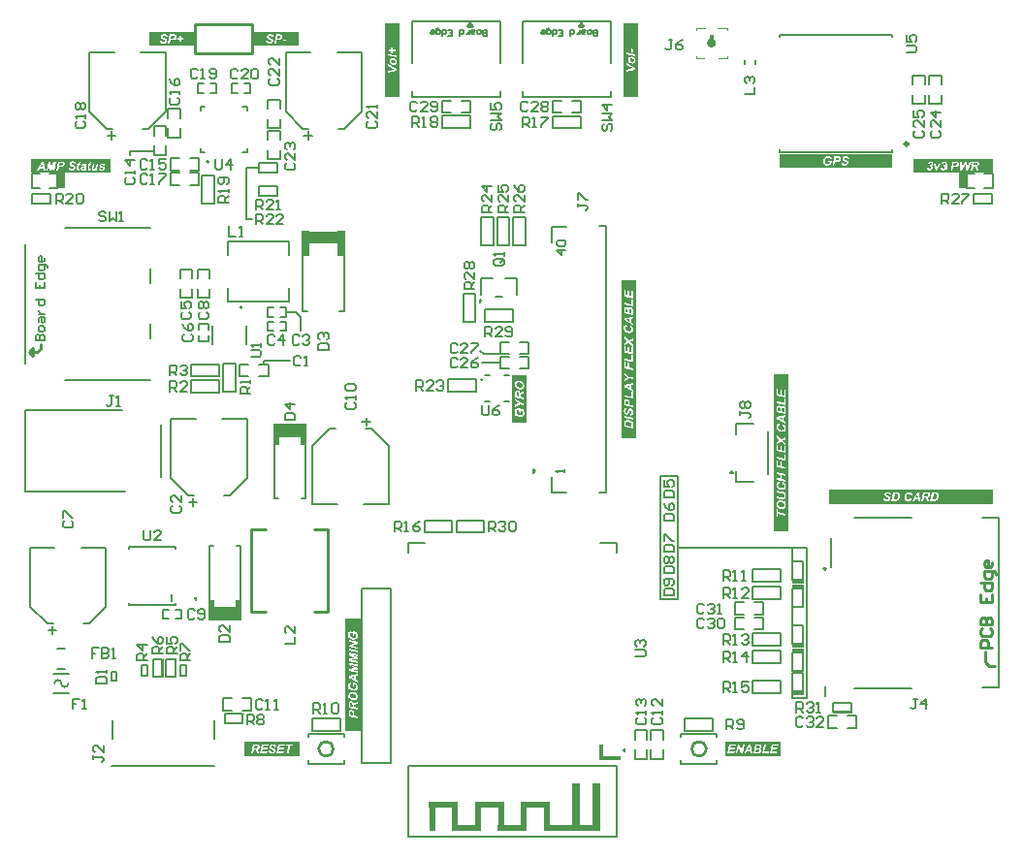
<source format=gto>
G04*
G04 #@! TF.GenerationSoftware,Altium Limited,Altium Designer,23.1.1 (15)*
G04*
G04 Layer_Color=65535*
%FSLAX25Y25*%
%MOIN*%
G70*
G04*
G04 #@! TF.SameCoordinates,D44E4BA0-DF0F-404E-B2C4-BA9F40E5660F*
G04*
G04*
G04 #@! TF.FilePolarity,Positive*
G04*
G01*
G75*
%ADD10C,0.00984*%
%ADD11C,0.00787*%
%ADD12C,0.00394*%
%ADD13C,0.00500*%
%ADD14C,0.01575*%
%ADD15C,0.01000*%
%ADD16C,0.00600*%
%ADD17C,0.00013*%
%ADD18C,0.00800*%
%ADD19C,0.00700*%
%ADD20R,0.01960X0.02772*%
%ADD21R,0.11195X0.04595*%
%ADD22R,0.01100X0.02600*%
%ADD23R,0.07795X0.01732*%
%ADD24R,0.01646X0.04244*%
%ADD25R,0.02100X0.10000*%
%ADD26R,0.10000X0.02100*%
%ADD27R,0.02800X0.16400*%
%ADD28R,0.09700X0.02100*%
%ADD29R,0.04000X0.01300*%
%ADD30R,0.02600X0.08800*%
%ADD31R,0.11800X0.04300*%
%ADD32R,0.02500X0.05200*%
G36*
X235173Y251126D02*
Y249874D01*
X235213Y249835D01*
X236512D01*
Y251196D01*
X236472Y251235D01*
X235283D01*
X235173Y251126D01*
D01*
D01*
D02*
G37*
G36*
X210662Y229946D02*
X205768D01*
Y255415D01*
X210662D01*
Y229946D01*
D02*
G37*
G36*
X94375Y8267D02*
Y3373D01*
X75346D01*
Y8267D01*
X94375D01*
D02*
G37*
G36*
X332683Y90070D02*
X276360D01*
Y94964D01*
X332683D01*
Y90070D01*
D02*
G37*
G36*
X209847Y166890D02*
Y112710D01*
X204953D01*
Y166890D01*
X209847D01*
D02*
G37*
G36*
X115334Y12039D02*
X110066D01*
Y50761D01*
X115334D01*
Y12039D01*
D02*
G37*
G36*
X29419Y203811D02*
X1981D01*
Y208705D01*
X29419D01*
Y203811D01*
D02*
G37*
G36*
X94000Y247485D02*
X78499D01*
Y252379D01*
X94000D01*
Y247485D01*
D02*
G37*
G36*
X172347Y134375D02*
Y118025D01*
X167453D01*
Y134375D01*
X172347D01*
D02*
G37*
G36*
X128547Y229966D02*
X123653D01*
Y255434D01*
X128547D01*
Y229966D01*
D02*
G37*
G36*
X58026Y247485D02*
X42524D01*
Y252379D01*
X58026D01*
Y247485D01*
D02*
G37*
G36*
X259615Y3373D02*
X240585D01*
Y8267D01*
X259615D01*
Y3373D01*
D02*
G37*
G36*
X262290Y134799D02*
Y80619D01*
X257396D01*
Y134799D01*
X262290D01*
D02*
G37*
G36*
X298137Y205553D02*
X259348D01*
Y210447D01*
X298137D01*
Y205553D01*
D02*
G37*
G36*
X332666Y203811D02*
X305228D01*
Y208705D01*
X332666D01*
Y203811D01*
D02*
G37*
%LPC*%
G36*
X208920Y246581D02*
X208326D01*
Y245312D01*
X206618D01*
Y244048D01*
Y244705D01*
X209753Y244048D01*
Y244655D01*
X206618Y245312D01*
X208326D01*
Y245389D01*
X208920Y245271D01*
Y245312D01*
X209753D01*
X208920D01*
Y246463D01*
X208326Y246581D01*
X208920D01*
D02*
G37*
G36*
X208512Y243826D02*
X208457D01*
X208371Y243822D01*
X208290Y243813D01*
X208213Y243799D01*
X208140Y243781D01*
X208077Y243759D01*
X208014Y243736D01*
X207959Y243709D01*
X207905Y243686D01*
X207859Y243659D01*
X207823Y243632D01*
X207787Y243609D01*
X207760Y243586D01*
X207737Y243568D01*
X207724Y243555D01*
X207715Y243546D01*
X207710Y243541D01*
X207660Y243487D01*
X207620Y243428D01*
X207579Y243364D01*
X207547Y243301D01*
X207520Y243233D01*
X207497Y243170D01*
X207465Y243043D01*
X207452Y242984D01*
X207443Y242930D01*
X207438Y242884D01*
X207434Y242839D01*
X207429Y242807D01*
Y243826D01*
D01*
Y241752D01*
X206618D01*
Y238780D01*
D01*
X209753Y239337D01*
Y240021D01*
X206618Y241752D01*
X207429D01*
Y242757D01*
X207434Y242653D01*
X207447Y242549D01*
X207465Y242454D01*
X207488Y242368D01*
X207515Y242282D01*
X207552Y242205D01*
X207583Y242137D01*
X207620Y242073D01*
X207656Y242014D01*
X207687Y241965D01*
X207719Y241919D01*
X207751Y241883D01*
X207773Y241856D01*
X207792Y241838D01*
X207805Y241824D01*
X207810Y241820D01*
X207882Y241756D01*
X207889Y241752D01*
X207959Y241702D01*
X208041Y241657D01*
X208127Y241616D01*
X208208Y241580D01*
X208294Y241552D01*
X208376Y241530D01*
X208453Y241512D01*
X208525Y241498D01*
X208598Y241484D01*
X208657Y241475D01*
X208711Y241471D01*
X208756D01*
D01*
X208788Y241466D01*
X208806D01*
X208815D01*
D01*
X208915Y241471D01*
X209010Y241484D01*
X209096Y241503D01*
X209169Y241525D01*
X209232Y241548D01*
X209282Y241566D01*
X209300Y241575D01*
X209314Y241580D01*
X209318Y241584D01*
X209323D01*
X209404Y241634D01*
X209477Y241693D01*
X209540Y241756D01*
X209590Y241815D01*
X209631Y241869D01*
X209663Y241915D01*
X209671Y241933D01*
X209681Y241947D01*
X209685Y241951D01*
Y241955D01*
X209726Y242051D01*
X209758Y242150D01*
X209780Y242246D01*
X209794Y242336D01*
X209803Y242413D01*
X209807Y242445D01*
X209812Y242472D01*
Y242526D01*
X209807Y242635D01*
X209794Y242739D01*
X209776Y242834D01*
X209749Y242925D01*
X209721Y243011D01*
X209685Y243088D01*
X209649Y243156D01*
X209613Y243224D01*
X209576Y243278D01*
X209540Y243328D01*
X209504Y243373D01*
X209477Y243410D01*
X209450Y243437D01*
X209432Y243455D01*
X209418Y243469D01*
X209413Y243473D01*
X209336Y243536D01*
X209255Y243591D01*
X209173Y243636D01*
X209092Y243677D01*
X209015Y243713D01*
X208933Y243740D01*
X208856Y243763D01*
X208784Y243781D01*
X208716Y243795D01*
X208652Y243808D01*
X208598Y243817D01*
X208548Y243822D01*
X208512Y243826D01*
D02*
G37*
%LPD*%
G36*
X208457Y243210D02*
X208535Y243206D01*
X208680Y243179D01*
X208743Y243161D01*
X208806Y243138D01*
X208861Y243115D01*
X208915Y243093D01*
X208960Y243070D01*
X209001Y243047D01*
X209037Y243029D01*
X209069Y243006D01*
X209092Y242993D01*
X209110Y242979D01*
X209119Y242975D01*
X209123Y242970D01*
X209160Y242939D01*
X209191Y242902D01*
X209246Y242830D01*
X209282Y242762D01*
X209309Y242694D01*
X209323Y242635D01*
X209332Y242585D01*
X209336Y242567D01*
Y242545D01*
X209332Y242472D01*
X209314Y242409D01*
X209291Y242354D01*
X209264Y242304D01*
X209241Y242268D01*
X209219Y242236D01*
X209200Y242218D01*
X209196Y242214D01*
X209137Y242168D01*
X209074Y242137D01*
X209010Y242114D01*
X208947Y242101D01*
X208892Y242091D01*
X208847Y242082D01*
X208829D01*
X208815D01*
X208811D01*
X208806D01*
X208734Y242087D01*
X208657Y242096D01*
X208584Y242110D01*
X208516Y242123D01*
X208462Y242137D01*
X208417Y242150D01*
X208399Y242155D01*
X208385Y242159D01*
X208381Y242164D01*
X208376D01*
X208294Y242200D01*
X208222Y242236D01*
X208158Y242277D01*
X208109Y242318D01*
X208068Y242350D01*
X208041Y242377D01*
X208023Y242400D01*
X208018Y242404D01*
X207977Y242463D01*
X207946Y242526D01*
X207923Y242585D01*
X207905Y242640D01*
X207896Y242685D01*
X207891Y242726D01*
Y242757D01*
X207896Y242830D01*
X207914Y242893D01*
X207932Y242948D01*
X207959Y242997D01*
X207982Y243034D01*
X208004Y243061D01*
X208023Y243079D01*
X208027Y243084D01*
X208082Y243129D01*
X208136Y243161D01*
X208195Y243183D01*
X208249Y243197D01*
X208299Y243210D01*
X208340Y243215D01*
X208367D01*
X208371D01*
X208376D01*
X208457Y243210D01*
D02*
G37*
G36*
X208987Y239813D02*
X206618Y239419D01*
Y241113D01*
X208987Y239813D01*
D02*
G37*
%LPC*%
G36*
X85147Y7389D02*
X85095D01*
X84999Y7385D01*
X84911Y7381D01*
X84828Y7367D01*
X84749Y7350D01*
X84675Y7333D01*
X84610Y7311D01*
X84553Y7284D01*
X84500Y7263D01*
X84452Y7241D01*
X84408Y7215D01*
X84374Y7193D01*
X84347Y7175D01*
X84325Y7158D01*
X84308Y7149D01*
X84299Y7140D01*
X84295Y7136D01*
X84247Y7088D01*
X84203Y7035D01*
X84168Y6983D01*
X84138Y6931D01*
X84111Y6874D01*
X84085Y6821D01*
X84055Y6721D01*
X84041Y6677D01*
X84033Y6633D01*
X84028Y6594D01*
X84024Y6563D01*
X84020Y6537D01*
Y6515D01*
Y6502D01*
Y6498D01*
X84024Y6419D01*
X84033Y6345D01*
X84050Y6279D01*
X84068Y6222D01*
X84081Y6179D01*
X84098Y6144D01*
X84107Y6122D01*
X84111Y6113D01*
X84151Y6056D01*
X84190Y6004D01*
X84234Y5956D01*
X84273Y5921D01*
X84308Y5890D01*
X84339Y5864D01*
X84356Y5851D01*
X84365Y5847D01*
X84395Y5829D01*
X84435Y5807D01*
X84513Y5764D01*
X84601Y5724D01*
X84684Y5681D01*
X84758Y5646D01*
X84793Y5633D01*
X84824Y5619D01*
X84846Y5606D01*
X84863Y5602D01*
X84876Y5593D01*
X84881D01*
X84942Y5567D01*
X85003Y5541D01*
X85051Y5515D01*
X85099Y5493D01*
X85138Y5475D01*
X85173Y5458D01*
X85204Y5440D01*
X85230Y5423D01*
X85269Y5401D01*
X85296Y5384D01*
X85309Y5375D01*
X85313Y5370D01*
X85352Y5335D01*
X85379Y5296D01*
X85400Y5257D01*
X85414Y5222D01*
X85422Y5191D01*
X85427Y5165D01*
Y5147D01*
Y5143D01*
X85422Y5086D01*
X85405Y5038D01*
X85383Y4995D01*
X85357Y4955D01*
X85331Y4925D01*
X85309Y4898D01*
X85291Y4885D01*
X85287Y4881D01*
X85230Y4846D01*
X85160Y4820D01*
X85086Y4798D01*
X85016Y4785D01*
X84950Y4776D01*
X84920D01*
X84894Y4772D01*
X84780D01*
X84719Y4780D01*
X84662Y4785D01*
X84614Y4798D01*
X84566Y4807D01*
X84526Y4820D01*
X84487Y4837D01*
X84457Y4850D01*
X84404Y4881D01*
X84369Y4903D01*
X84352Y4920D01*
X84343Y4929D01*
X84312Y4973D01*
X84290Y5029D01*
X84273Y5095D01*
X84264Y5161D01*
X84256Y5217D01*
X84251Y5270D01*
X84247Y5287D01*
Y5300D01*
Y5309D01*
Y5314D01*
X83653Y5279D01*
X83657Y5169D01*
X83666Y5069D01*
X83683Y4977D01*
X83705Y4898D01*
X83727Y4833D01*
X83736Y4807D01*
X83744Y4785D01*
X83753Y4763D01*
X83757Y4750D01*
X83762Y4746D01*
Y4741D01*
X83814Y4658D01*
X83875Y4588D01*
X83941Y4523D01*
X84007Y4474D01*
X84068Y4431D01*
X84116Y4405D01*
X84138Y4391D01*
X84151Y4383D01*
X84159Y4378D01*
X84164D01*
X84273Y4335D01*
X84391Y4304D01*
X84505Y4282D01*
X84610Y4269D01*
X84658Y4260D01*
X84701D01*
X84741Y4256D01*
X84776Y4252D01*
X83653D01*
D01*
X86244D01*
X84841D01*
X84946Y4256D01*
X85042Y4265D01*
X85134Y4278D01*
X85217Y4295D01*
X85296Y4317D01*
X85370Y4343D01*
X85435Y4365D01*
X85492Y4396D01*
X85549Y4422D01*
X85593Y4444D01*
X85632Y4470D01*
X85667Y4492D01*
X85689Y4510D01*
X85711Y4523D01*
X85720Y4531D01*
X85724Y4536D01*
X85781Y4592D01*
X85829Y4645D01*
X85873Y4706D01*
X85907Y4763D01*
X85938Y4820D01*
X85964Y4877D01*
X85986Y4933D01*
X86004Y4986D01*
X86017Y5034D01*
X86025Y5078D01*
X86034Y5121D01*
X86039Y5156D01*
X86043Y5183D01*
Y5204D01*
Y5217D01*
Y5222D01*
X86039Y5283D01*
X86034Y5335D01*
X86008Y5440D01*
X85977Y5532D01*
X85938Y5606D01*
X85899Y5667D01*
X85864Y5716D01*
X85851Y5729D01*
X85838Y5742D01*
X85833Y5746D01*
X85829Y5751D01*
X85798Y5777D01*
X85759Y5807D01*
X85715Y5838D01*
X85663Y5869D01*
X85553Y5930D01*
X85440Y5987D01*
X85335Y6039D01*
X85287Y6061D01*
X85243Y6083D01*
X85208Y6096D01*
X85182Y6109D01*
X85164Y6113D01*
X85160Y6118D01*
X85099Y6144D01*
X85042Y6170D01*
X84990Y6196D01*
X84946Y6218D01*
X84902Y6240D01*
X84867Y6262D01*
X84837Y6279D01*
X84806Y6297D01*
X84763Y6323D01*
X84736Y6340D01*
X84719Y6354D01*
X84714Y6358D01*
X84680Y6393D01*
X84658Y6428D01*
X84640Y6463D01*
X84627Y6498D01*
X84618Y6528D01*
X84614Y6550D01*
Y6568D01*
Y6572D01*
X84618Y6620D01*
X84631Y6668D01*
X84649Y6708D01*
X84671Y6742D01*
X84688Y6769D01*
X84706Y6786D01*
X84719Y6799D01*
X84723Y6804D01*
X84771Y6834D01*
X84828Y6856D01*
X84889Y6874D01*
X84946Y6882D01*
X85003Y6891D01*
X85047Y6895D01*
X85090D01*
X85182Y6891D01*
X85265Y6878D01*
X85335Y6856D01*
X85387Y6839D01*
X85431Y6817D01*
X85462Y6795D01*
X85484Y6782D01*
X85488Y6778D01*
X85536Y6729D01*
X85571Y6677D01*
X85597Y6620D01*
X85619Y6568D01*
X85632Y6520D01*
X85645Y6480D01*
X85650Y6454D01*
Y6450D01*
Y6445D01*
X86244Y6472D01*
X86235Y6546D01*
X86222Y6620D01*
X86205Y6686D01*
X86183Y6751D01*
X86156Y6808D01*
X86130Y6865D01*
X86100Y6913D01*
X86069Y6961D01*
X86043Y7000D01*
X86017Y7035D01*
X85991Y7066D01*
X85969Y7092D01*
X85947Y7110D01*
X85934Y7123D01*
X85925Y7131D01*
X85921Y7136D01*
X85864Y7180D01*
X85803Y7219D01*
X85737Y7254D01*
X85667Y7284D01*
X85602Y7306D01*
X85532Y7328D01*
X85396Y7359D01*
X85335Y7367D01*
X85278Y7376D01*
X85226Y7381D01*
X85182Y7385D01*
X85147Y7389D01*
D02*
G37*
G36*
X92017Y7333D02*
X89530D01*
X89631D01*
X89530Y6826D01*
X90413D01*
X89889Y4308D01*
X89530D01*
X90897D01*
X90509D01*
X91034Y6826D01*
X91916D01*
X92017Y7333D01*
D01*
D02*
G37*
G36*
X89255D02*
X87013D01*
X86379Y4308D01*
X89255D01*
X88739D01*
X88849Y4815D01*
X87087D01*
X87266Y5637D01*
X88844D01*
X88949Y6144D01*
X87380D01*
X87529Y6826D01*
X89150D01*
X89255Y7333D01*
D02*
G37*
G36*
X83618D02*
X81376D01*
X80742Y4308D01*
X83618D01*
D01*
X83102D01*
X83211Y4815D01*
X81450D01*
X81629Y5637D01*
X83207D01*
X83312Y6144D01*
X81743D01*
X81891Y6826D01*
X83513D01*
X83618Y7333D01*
D02*
G37*
G36*
X79763D02*
X78339D01*
X77705Y4308D01*
X78321D01*
X78583Y5558D01*
X78837D01*
X78915Y5554D01*
X78981Y5550D01*
X79033Y5541D01*
X79077Y5528D01*
X79108Y5515D01*
X79130Y5506D01*
X79143Y5502D01*
X79147Y5497D01*
X79173Y5475D01*
X79199Y5453D01*
X79252Y5392D01*
X79296Y5327D01*
X79335Y5261D01*
X79370Y5200D01*
X79396Y5152D01*
X79405Y5130D01*
X79414Y5117D01*
X79418Y5108D01*
Y5104D01*
X79462Y5008D01*
X79501Y4916D01*
X79536Y4829D01*
X79567Y4750D01*
X79597Y4680D01*
X79623Y4614D01*
X79645Y4558D01*
X79667Y4505D01*
X79685Y4457D01*
X79698Y4418D01*
X79711Y4383D01*
X79720Y4357D01*
X79728Y4335D01*
X79733Y4322D01*
X79737Y4313D01*
Y4308D01*
X78560D01*
X80646D01*
X80406D01*
X80357Y4426D01*
X80309Y4536D01*
X80266Y4641D01*
X80222Y4737D01*
X80183Y4829D01*
X80143Y4911D01*
X80108Y4986D01*
X80073Y5051D01*
X80043Y5113D01*
X80017Y5165D01*
X79995Y5209D01*
X79973Y5244D01*
X79960Y5274D01*
X79947Y5292D01*
X79942Y5305D01*
X79938Y5309D01*
X79899Y5370D01*
X79859Y5427D01*
X79820Y5475D01*
X79789Y5519D01*
X79759Y5550D01*
X79737Y5576D01*
X79720Y5589D01*
X79715Y5593D01*
X79798Y5606D01*
X79881Y5624D01*
X79956Y5641D01*
X80021Y5663D01*
X80087Y5689D01*
X80143Y5716D01*
X80196Y5742D01*
X80239Y5768D01*
X80283Y5794D01*
X80318Y5816D01*
X80344Y5838D01*
X80371Y5860D01*
X80388Y5877D01*
X80406Y5890D01*
X80410Y5895D01*
X80414Y5899D01*
X80454Y5947D01*
X80493Y6000D01*
X80524Y6052D01*
X80550Y6104D01*
X80589Y6214D01*
X80615Y6314D01*
X80629Y6358D01*
X80633Y6402D01*
X80637Y6441D01*
X80642Y6472D01*
X80646Y6502D01*
Y6537D01*
X80642Y6633D01*
X80629Y6725D01*
X80607Y6804D01*
X80585Y6869D01*
X80563Y6922D01*
X80541Y6961D01*
X80528Y6987D01*
X80524Y6996D01*
X80475Y7062D01*
X80427Y7118D01*
X80375Y7162D01*
X80323Y7201D01*
X80279Y7228D01*
X80244Y7245D01*
X80222Y7254D01*
X80218Y7258D01*
X80213D01*
X80135Y7284D01*
X80047Y7302D01*
X79960Y7315D01*
X79873Y7324D01*
X79794Y7328D01*
X79763Y7333D01*
D02*
G37*
%LPD*%
G36*
X79702Y6817D02*
X79768Y6808D01*
X79816Y6799D01*
X79851Y6791D01*
X79873Y6782D01*
X79886Y6778D01*
X79890Y6773D01*
X79934Y6738D01*
X79969Y6699D01*
X79991Y6660D01*
X80008Y6620D01*
X80017Y6585D01*
X80025Y6555D01*
Y6537D01*
Y6528D01*
X80021Y6476D01*
X80012Y6424D01*
X79995Y6380D01*
X79977Y6340D01*
X79960Y6306D01*
X79942Y6279D01*
X79934Y6262D01*
X79929Y6257D01*
X79890Y6214D01*
X79851Y6174D01*
X79807Y6144D01*
X79768Y6118D01*
X79728Y6096D01*
X79698Y6083D01*
X79680Y6074D01*
X79672Y6070D01*
X79637Y6061D01*
X79597Y6052D01*
X79549Y6043D01*
X79501Y6039D01*
X79392Y6026D01*
X79282Y6022D01*
X79178Y6017D01*
X79134Y6013D01*
X78680D01*
X78850Y6826D01*
X79628D01*
X79702Y6817D01*
D02*
G37*
%LPC*%
G36*
X296529Y94086D02*
X296476D01*
X296380Y94081D01*
X296293Y94077D01*
X296210Y94064D01*
X296131Y94046D01*
X296057Y94029D01*
X295991Y94007D01*
X295934Y93981D01*
X295882Y93959D01*
X295834Y93937D01*
X295790Y93911D01*
X295755Y93889D01*
X295729Y93871D01*
X295707Y93854D01*
X295690Y93845D01*
X295681Y93837D01*
X295676Y93832D01*
X295628Y93784D01*
X295585Y93732D01*
X295550Y93679D01*
X295519Y93627D01*
X295493Y93570D01*
X295467Y93518D01*
X295436Y93417D01*
X295423Y93373D01*
X295414Y93330D01*
X295410Y93290D01*
X295406Y93260D01*
X295401Y93234D01*
Y93212D01*
Y93199D01*
Y93194D01*
X295406Y93116D01*
X295414Y93041D01*
X295432Y92976D01*
X295449Y92919D01*
X295462Y92875D01*
X295480Y92840D01*
X295489Y92818D01*
X295493Y92810D01*
X295532Y92753D01*
X295572Y92700D01*
X295615Y92652D01*
X295655Y92617D01*
X295690Y92587D01*
X295720Y92560D01*
X295738Y92547D01*
X295746Y92543D01*
X295777Y92526D01*
X295816Y92504D01*
X295895Y92460D01*
X295982Y92421D01*
X296065Y92377D01*
X296140Y92342D01*
X296175Y92329D01*
X296205Y92316D01*
X296227Y92303D01*
X296245Y92298D01*
X296258Y92290D01*
X296262D01*
X296323Y92263D01*
X296384Y92237D01*
X296432Y92211D01*
X296480Y92189D01*
X296520Y92172D01*
X296555Y92154D01*
X296585Y92137D01*
X296612Y92119D01*
X296651Y92097D01*
X296677Y92080D01*
X296690Y92071D01*
X296695Y92067D01*
X296734Y92032D01*
X296760Y91992D01*
X296782Y91953D01*
X296795Y91918D01*
X296804Y91887D01*
X296808Y91861D01*
Y91844D01*
Y91839D01*
X296804Y91783D01*
X296786Y91735D01*
X296765Y91691D01*
X296738Y91652D01*
X296712Y91621D01*
X296690Y91595D01*
X296673Y91582D01*
X296669Y91577D01*
X296612Y91542D01*
X296542Y91516D01*
X296467Y91494D01*
X296397Y91481D01*
X296332Y91472D01*
X296301D01*
X296275Y91468D01*
X296162D01*
X296100Y91477D01*
X296044Y91481D01*
X295995Y91494D01*
X295947Y91503D01*
X295908Y91516D01*
X295869Y91534D01*
X295838Y91547D01*
X295786Y91577D01*
X295751Y91599D01*
X295733Y91617D01*
X295725Y91625D01*
X295694Y91669D01*
X295672Y91726D01*
X295655Y91791D01*
X295646Y91857D01*
X295637Y91914D01*
X295633Y91966D01*
X295628Y91984D01*
Y91997D01*
Y92005D01*
Y92010D01*
X295034Y91975D01*
X295039Y91866D01*
X295047Y91765D01*
X295065Y91673D01*
X295087Y91595D01*
X295108Y91529D01*
X295117Y91503D01*
X295126Y91481D01*
X295135Y91459D01*
X295139Y91446D01*
X295143Y91442D01*
Y91437D01*
X295196Y91354D01*
X295257Y91285D01*
X295322Y91219D01*
X295388Y91171D01*
X295449Y91127D01*
X295497Y91101D01*
X295519Y91088D01*
X295532Y91079D01*
X295541Y91075D01*
X295545D01*
X295655Y91031D01*
X295773Y91000D01*
X295886Y90979D01*
X295991Y90965D01*
X296039Y90957D01*
X296083D01*
X296122Y90952D01*
X296157Y90948D01*
X296223D01*
X296328Y90952D01*
X296424Y90961D01*
X296515Y90974D01*
X296599Y90992D01*
X296677Y91013D01*
X296751Y91040D01*
X296817Y91062D01*
X296874Y91092D01*
X296931Y91118D01*
X296974Y91140D01*
X297014Y91167D01*
X297049Y91188D01*
X297071Y91206D01*
X297092Y91219D01*
X297101Y91228D01*
X297106Y91232D01*
X297162Y91289D01*
X297210Y91341D01*
X297254Y91403D01*
X297289Y91459D01*
X297320Y91516D01*
X297346Y91573D01*
X297368Y91630D01*
X297385Y91682D01*
X297398Y91730D01*
X297407Y91774D01*
X297416Y91818D01*
X297420Y91853D01*
X297425Y91879D01*
Y91901D01*
Y91914D01*
Y91918D01*
X297420Y91979D01*
X297416Y92032D01*
X297390Y92137D01*
X297359Y92228D01*
X297320Y92303D01*
X297280Y92364D01*
X297245Y92412D01*
X297232Y92425D01*
X297219Y92438D01*
X297215Y92443D01*
X297210Y92447D01*
X297180Y92473D01*
X297140Y92504D01*
X297097Y92534D01*
X297044Y92565D01*
X296935Y92626D01*
X296821Y92683D01*
X296716Y92735D01*
X296669Y92757D01*
X296625Y92779D01*
X296590Y92792D01*
X296564Y92805D01*
X296546Y92810D01*
X296542Y92814D01*
X296480Y92840D01*
X296424Y92866D01*
X296371Y92893D01*
X296328Y92914D01*
X296284Y92936D01*
X296249Y92958D01*
X296218Y92976D01*
X296188Y92993D01*
X296144Y93019D01*
X296118Y93037D01*
X296100Y93050D01*
X296096Y93054D01*
X296061Y93089D01*
X296039Y93124D01*
X296022Y93159D01*
X296009Y93194D01*
X296000Y93225D01*
X295995Y93247D01*
Y93264D01*
Y93269D01*
X296000Y93317D01*
X296013Y93365D01*
X296030Y93404D01*
X296052Y93439D01*
X296070Y93465D01*
X296087Y93483D01*
X296100Y93496D01*
X296105Y93500D01*
X296153Y93531D01*
X296210Y93553D01*
X296271Y93570D01*
X296328Y93579D01*
X296384Y93587D01*
X296428Y93592D01*
X296472D01*
X296564Y93587D01*
X296647Y93574D01*
X296716Y93553D01*
X296769Y93535D01*
X296813Y93513D01*
X296843Y93491D01*
X296865Y93478D01*
X296869Y93474D01*
X296918Y93426D01*
X296953Y93373D01*
X296979Y93317D01*
X297001Y93264D01*
X297014Y93216D01*
X297027Y93177D01*
X297031Y93151D01*
Y93146D01*
Y93142D01*
X297625Y93168D01*
X297617Y93242D01*
X297604Y93317D01*
X297586Y93382D01*
X297564Y93448D01*
X297538Y93504D01*
X297512Y93561D01*
X297481Y93609D01*
X297451Y93657D01*
X297425Y93697D01*
X297398Y93732D01*
X297372Y93762D01*
X297350Y93788D01*
X297328Y93806D01*
X297315Y93819D01*
X297306Y93828D01*
X297302Y93832D01*
X297245Y93876D01*
X297184Y93915D01*
X297119Y93950D01*
X297049Y93981D01*
X296983Y94003D01*
X296913Y94024D01*
X296778Y94055D01*
X296716Y94064D01*
X296660Y94073D01*
X296607Y94077D01*
X296564Y94081D01*
X296529Y94086D01*
D02*
G37*
G36*
X303857D02*
X303809D01*
X303726Y94081D01*
X303647Y94077D01*
X303499Y94051D01*
X303363Y94011D01*
X303298Y93989D01*
X303241Y93972D01*
X303188Y93950D01*
X303140Y93928D01*
X303101Y93906D01*
X303066Y93889D01*
X303040Y93876D01*
X303018Y93863D01*
X303005Y93858D01*
X303001Y93854D01*
X302935Y93810D01*
X302870Y93762D01*
X302751Y93657D01*
X302655Y93548D01*
X302572Y93443D01*
X302537Y93391D01*
X302507Y93347D01*
X302481Y93303D01*
X302459Y93269D01*
X302441Y93238D01*
X302428Y93216D01*
X302424Y93203D01*
X302419Y93199D01*
X302384Y93116D01*
X302354Y93037D01*
X302301Y92871D01*
X302266Y92713D01*
X302249Y92635D01*
X302240Y92565D01*
X302232Y92499D01*
X302227Y92443D01*
X302218Y92386D01*
Y92342D01*
X302214Y92307D01*
Y92255D01*
X302218Y92137D01*
X302227Y92032D01*
X302245Y91927D01*
X302262Y91835D01*
X302284Y91748D01*
X302310Y91665D01*
X302341Y91595D01*
X302371Y91529D01*
X302397Y91472D01*
X302428Y91420D01*
X302454Y91376D01*
X302476Y91341D01*
X302494Y91315D01*
X302511Y91298D01*
X302520Y91285D01*
X302524Y91280D01*
X302585Y91223D01*
X302651Y91171D01*
X302721Y91127D01*
X302795Y91088D01*
X302865Y91057D01*
X302939Y91031D01*
X303009Y91009D01*
X303079Y90992D01*
X303140Y90974D01*
X303202Y90965D01*
X303254Y90957D01*
X303302Y90952D01*
X303341D01*
X303368Y90948D01*
X303394D01*
X303486Y90952D01*
X303573Y90961D01*
X303656Y90974D01*
X303735Y90992D01*
X303809Y91009D01*
X303879Y91031D01*
X303944Y91057D01*
X304006Y91084D01*
X304058Y91105D01*
X304111Y91132D01*
X304150Y91153D01*
X304185Y91175D01*
X304216Y91188D01*
X304233Y91201D01*
X304246Y91210D01*
X304250Y91215D01*
X304316Y91267D01*
X304381Y91324D01*
X304491Y91451D01*
X304587Y91577D01*
X304666Y91704D01*
X304700Y91761D01*
X304727Y91818D01*
X304749Y91866D01*
X304770Y91909D01*
X304788Y91944D01*
X304797Y91971D01*
X304805Y91988D01*
Y91992D01*
X304176Y92089D01*
X304132Y91979D01*
X304089Y91883D01*
X304036Y91804D01*
X303988Y91739D01*
X303944Y91686D01*
X303909Y91652D01*
X303883Y91630D01*
X303879Y91621D01*
X303875D01*
X303796Y91568D01*
X303722Y91534D01*
X303647Y91507D01*
X303577Y91486D01*
X303521Y91477D01*
X303473Y91472D01*
X303455Y91468D01*
X303433D01*
X303385Y91472D01*
X303341Y91477D01*
X303258Y91499D01*
X303184Y91529D01*
X303119Y91568D01*
X303070Y91603D01*
X303031Y91634D01*
X303009Y91656D01*
X303001Y91665D01*
X302944Y91748D01*
X302900Y91839D01*
X302874Y91931D01*
X302852Y92023D01*
X302839Y92102D01*
X302835Y92137D01*
Y92167D01*
X302830Y92193D01*
Y92211D01*
Y92224D01*
Y92228D01*
X302835Y92351D01*
X302852Y92473D01*
X302874Y92587D01*
X302896Y92687D01*
X302909Y92731D01*
X302922Y92770D01*
X302931Y92805D01*
X302939Y92836D01*
X302948Y92862D01*
X302957Y92879D01*
X302961Y92888D01*
Y92893D01*
X303014Y93011D01*
X303075Y93111D01*
X303136Y93199D01*
X303193Y93264D01*
X303241Y93321D01*
X303285Y93356D01*
X303311Y93378D01*
X303315Y93387D01*
X303320D01*
X303403Y93439D01*
X303490Y93478D01*
X303569Y93509D01*
X303643Y93526D01*
X303709Y93539D01*
X303757Y93544D01*
X303774Y93548D01*
X303800D01*
X303883Y93544D01*
X303958Y93531D01*
X304023Y93509D01*
X304076Y93487D01*
X304119Y93465D01*
X304150Y93443D01*
X304172Y93430D01*
X304176Y93426D01*
X304224Y93378D01*
X304263Y93317D01*
X304298Y93255D01*
X304325Y93190D01*
X304346Y93133D01*
X304360Y93089D01*
X304364Y93072D01*
Y93059D01*
X304368Y93050D01*
Y93046D01*
X304963Y93102D01*
X304950Y93185D01*
X304932Y93264D01*
X304910Y93338D01*
X304884Y93408D01*
X304854Y93470D01*
X304823Y93531D01*
X304792Y93583D01*
X304762Y93631D01*
X304731Y93675D01*
X304705Y93714D01*
X304674Y93745D01*
X304652Y93771D01*
X304631Y93793D01*
X304618Y93806D01*
X304609Y93815D01*
X304604Y93819D01*
X304548Y93867D01*
X304482Y93906D01*
X304421Y93941D01*
X304351Y93972D01*
X304285Y93998D01*
X304220Y94020D01*
X304093Y94051D01*
X304036Y94064D01*
X303979Y94073D01*
X303931Y94077D01*
X303892Y94081D01*
X303857Y94086D01*
D02*
G37*
G36*
X312772Y94029D02*
X311776D01*
X311142Y91005D01*
X312348D01*
X312414Y91009D01*
X312470Y91013D01*
X312527D01*
X312575Y91018D01*
X312619Y91022D01*
X312658Y91027D01*
X312693Y91031D01*
X312724Y91035D01*
X312750Y91040D01*
X312772D01*
X312785Y91044D01*
X312798Y91049D01*
X312807D01*
X312929Y91084D01*
X313038Y91123D01*
X313135Y91167D01*
X313213Y91206D01*
X313279Y91245D01*
X313305Y91258D01*
X313327Y91276D01*
X313344Y91285D01*
X313357Y91293D01*
X313362Y91302D01*
X313366D01*
X313467Y91394D01*
X313559Y91490D01*
X313642Y91590D01*
X313707Y91686D01*
X313764Y91774D01*
X313786Y91809D01*
X313803Y91844D01*
X313821Y91870D01*
X313829Y91887D01*
X313838Y91901D01*
Y91905D01*
X313873Y91979D01*
X313899Y92054D01*
X313947Y92202D01*
X313982Y92346D01*
X313991Y92416D01*
X314004Y92482D01*
X314009Y92543D01*
X314017Y92600D01*
X314022Y92648D01*
Y92692D01*
X314026Y92727D01*
Y92858D01*
X314017Y92932D01*
X314013Y93006D01*
X314004Y93067D01*
X313996Y93116D01*
X313987Y93155D01*
X313982Y93181D01*
X313978Y93190D01*
X313961Y93260D01*
X313939Y93325D01*
X313913Y93382D01*
X313891Y93430D01*
X313873Y93470D01*
X313856Y93500D01*
X313847Y93522D01*
X313843Y93526D01*
X313808Y93579D01*
X313773Y93627D01*
X313738Y93670D01*
X313707Y93705D01*
X313677Y93736D01*
X313655Y93758D01*
X313637Y93771D01*
X313633Y93775D01*
X313585Y93815D01*
X313541Y93845D01*
X313493Y93871D01*
X313454Y93898D01*
X313414Y93915D01*
X313388Y93928D01*
X313371Y93933D01*
X313362Y93937D01*
X313248Y93976D01*
X313191Y93989D01*
X313139Y93998D01*
X313091Y94007D01*
X313056Y94011D01*
X313034Y94016D01*
X313025D01*
X313003Y94020D01*
X312982D01*
X312920Y94024D01*
X312846D01*
X312772Y94029D01*
D02*
G37*
G36*
X310159D02*
X308734D01*
X308100Y91005D01*
X308717D01*
X308979Y92255D01*
X309232D01*
X309311Y92250D01*
X309376Y92246D01*
X309429Y92237D01*
X309473Y92224D01*
X309503Y92211D01*
X309525Y92202D01*
X309538Y92198D01*
X309542Y92193D01*
X309569Y92172D01*
X309595Y92150D01*
X309647Y92089D01*
X309691Y92023D01*
X309730Y91957D01*
X309765Y91896D01*
X309792Y91848D01*
X309800Y91826D01*
X309809Y91813D01*
X309813Y91804D01*
Y91800D01*
X309857Y91704D01*
X309896Y91612D01*
X309931Y91525D01*
X309962Y91446D01*
X309993Y91376D01*
X310019Y91311D01*
X310041Y91254D01*
X310063Y91201D01*
X310080Y91153D01*
X310093Y91114D01*
X310106Y91079D01*
X310115Y91053D01*
X310124Y91031D01*
X310128Y91018D01*
X310132Y91009D01*
Y91005D01*
X310801D01*
X310753Y91123D01*
X310705Y91232D01*
X310661Y91337D01*
X310617Y91433D01*
X310578Y91525D01*
X310539Y91608D01*
X310504Y91682D01*
X310469Y91748D01*
X310438Y91809D01*
X310412Y91861D01*
X310390Y91905D01*
X310368Y91940D01*
X310355Y91971D01*
X310342Y91988D01*
X310338Y92001D01*
X310333Y92005D01*
X310294Y92067D01*
X310255Y92124D01*
X310215Y92172D01*
X310185Y92215D01*
X310154Y92246D01*
X310132Y92272D01*
X310115Y92285D01*
X310111Y92290D01*
X310194Y92303D01*
X310277Y92320D01*
X310351Y92338D01*
X310417Y92360D01*
X310482Y92386D01*
X310539Y92412D01*
X310591Y92438D01*
X310635Y92464D01*
X310679Y92491D01*
X310714Y92513D01*
X310740Y92534D01*
X310766Y92556D01*
X310784Y92574D01*
X310801Y92587D01*
X310805Y92591D01*
X310810Y92595D01*
X310849Y92644D01*
X310888Y92696D01*
X310919Y92748D01*
X310945Y92801D01*
X310985Y92910D01*
X311011Y93011D01*
X311024Y93054D01*
X311028Y93098D01*
X311033Y93137D01*
X311037Y93168D01*
X311041Y93199D01*
Y93234D01*
X311037Y93330D01*
X311024Y93421D01*
X311002Y93500D01*
X310980Y93566D01*
X310958Y93618D01*
X310936Y93657D01*
X310923Y93684D01*
X310919Y93692D01*
X310871Y93758D01*
X310823Y93815D01*
X310770Y93858D01*
X310718Y93898D01*
X310674Y93924D01*
X310639Y93941D01*
X310617Y93950D01*
X310613Y93954D01*
X310609D01*
X310530Y93981D01*
X310443Y93998D01*
X310355Y94011D01*
X310268Y94020D01*
X310189Y94024D01*
X310159Y94029D01*
D02*
G37*
G36*
X307222D02*
X306518D01*
X304819Y91005D01*
X305456D01*
X305819Y91673D01*
X307017D01*
X307117Y91005D01*
X307707D01*
X307222Y94029D01*
D02*
G37*
G36*
X299395D02*
X298399D01*
X297765Y91005D01*
X298972D01*
X299037Y91009D01*
X299094Y91013D01*
X299151D01*
X299199Y91018D01*
X299242Y91022D01*
X299282Y91027D01*
X299317Y91031D01*
X299347Y91035D01*
X299374Y91040D01*
X299395D01*
X299408Y91044D01*
X299422Y91049D01*
X299430D01*
X299553Y91084D01*
X299662Y91123D01*
X299758Y91167D01*
X299837Y91206D01*
X299902Y91245D01*
X299928Y91258D01*
X299950Y91276D01*
X299968Y91285D01*
X299981Y91293D01*
X299985Y91302D01*
X299990D01*
X300090Y91394D01*
X300182Y91490D01*
X300265Y91590D01*
X300330Y91686D01*
X300387Y91774D01*
X300409Y91809D01*
X300427Y91844D01*
X300444Y91870D01*
X300453Y91887D01*
X300462Y91901D01*
Y91905D01*
X300497Y91979D01*
X300523Y92054D01*
X300571Y92202D01*
X300606Y92346D01*
X300615Y92416D01*
X300628Y92482D01*
X300632Y92543D01*
X300641Y92600D01*
X300645Y92648D01*
Y92692D01*
X300649Y92727D01*
Y92858D01*
X300641Y92932D01*
X300636Y93006D01*
X300628Y93067D01*
X300619Y93116D01*
X300610Y93155D01*
X300606Y93181D01*
X300602Y93190D01*
X300584Y93260D01*
X300562Y93325D01*
X300536Y93382D01*
X300514Y93430D01*
X300497Y93470D01*
X300479Y93500D01*
X300470Y93522D01*
X300466Y93526D01*
X300431Y93579D01*
X300396Y93627D01*
X300361Y93670D01*
X300330Y93705D01*
X300300Y93736D01*
X300278Y93758D01*
X300261Y93771D01*
X300256Y93775D01*
X300208Y93815D01*
X300165Y93845D01*
X300116Y93871D01*
X300077Y93898D01*
X300038Y93915D01*
X300011Y93928D01*
X299994Y93933D01*
X299985Y93937D01*
X299872Y93976D01*
X299815Y93989D01*
X299762Y93998D01*
X299714Y94007D01*
X299679Y94011D01*
X299658Y94016D01*
X299649D01*
X299627Y94020D01*
X299605D01*
X299544Y94024D01*
X299470D01*
X299395Y94029D01*
D02*
G37*
%LPD*%
G36*
X312829Y93526D02*
X312894Y93518D01*
X312947Y93513D01*
X312986Y93504D01*
X313012Y93496D01*
X313030Y93491D01*
X313034D01*
X313091Y93465D01*
X313143Y93435D01*
X313187Y93400D01*
X313226Y93365D01*
X313257Y93330D01*
X313279Y93303D01*
X313292Y93286D01*
X313296Y93277D01*
X313331Y93212D01*
X313357Y93133D01*
X313375Y93054D01*
X313388Y92976D01*
X313397Y92901D01*
Y92871D01*
X313401Y92845D01*
Y92823D01*
Y92805D01*
Y92796D01*
Y92792D01*
X313397Y92657D01*
X313384Y92530D01*
X313362Y92416D01*
X313349Y92364D01*
X313340Y92320D01*
X313327Y92277D01*
X313314Y92242D01*
X313305Y92211D01*
X313296Y92180D01*
X313288Y92163D01*
X313279Y92145D01*
X313275Y92137D01*
Y92132D01*
X313226Y92036D01*
X313174Y91949D01*
X313122Y91870D01*
X313069Y91804D01*
X313025Y91756D01*
X312990Y91717D01*
X312969Y91695D01*
X312964Y91686D01*
X312960D01*
X312912Y91647D01*
X312864Y91612D01*
X312816Y91586D01*
X312772Y91564D01*
X312733Y91551D01*
X312702Y91538D01*
X312684Y91534D01*
X312676Y91529D01*
X312645Y91521D01*
X312610Y91516D01*
X312532Y91507D01*
X312453Y91499D01*
X312370Y91494D01*
X312296D01*
X312261Y91490D01*
X311863D01*
X312291Y93531D01*
X312750D01*
X312829Y93526D01*
D02*
G37*
G36*
X310098Y93513D02*
X310163Y93504D01*
X310211Y93496D01*
X310246Y93487D01*
X310268Y93478D01*
X310281Y93474D01*
X310285Y93470D01*
X310329Y93435D01*
X310364Y93395D01*
X310386Y93356D01*
X310403Y93317D01*
X310412Y93282D01*
X310421Y93251D01*
Y93234D01*
Y93225D01*
X310417Y93172D01*
X310408Y93120D01*
X310390Y93076D01*
X310373Y93037D01*
X310355Y93002D01*
X310338Y92976D01*
X310329Y92958D01*
X310325Y92954D01*
X310285Y92910D01*
X310246Y92871D01*
X310202Y92840D01*
X310163Y92814D01*
X310124Y92792D01*
X310093Y92779D01*
X310076Y92770D01*
X310067Y92766D01*
X310032Y92757D01*
X309993Y92748D01*
X309945Y92740D01*
X309896Y92735D01*
X309787Y92722D01*
X309678Y92718D01*
X309573Y92713D01*
X309529Y92709D01*
X309075D01*
X309245Y93522D01*
X310023D01*
X310098Y93513D01*
D02*
G37*
G36*
X306942Y92180D02*
X306099D01*
X306763Y93395D01*
X306942Y92180D01*
D02*
G37*
G36*
X299452Y93526D02*
X299518Y93518D01*
X299570Y93513D01*
X299609Y93504D01*
X299636Y93496D01*
X299653Y93491D01*
X299658D01*
X299714Y93465D01*
X299767Y93435D01*
X299811Y93400D01*
X299850Y93365D01*
X299880Y93330D01*
X299902Y93303D01*
X299915Y93286D01*
X299920Y93277D01*
X299955Y93212D01*
X299981Y93133D01*
X299998Y93054D01*
X300011Y92976D01*
X300020Y92901D01*
Y92871D01*
X300025Y92845D01*
Y92823D01*
Y92805D01*
Y92796D01*
Y92792D01*
X300020Y92657D01*
X300007Y92530D01*
X299985Y92416D01*
X299972Y92364D01*
X299963Y92320D01*
X299950Y92277D01*
X299937Y92242D01*
X299928Y92211D01*
X299920Y92180D01*
X299911Y92163D01*
X299902Y92145D01*
X299898Y92137D01*
Y92132D01*
X299850Y92036D01*
X299797Y91949D01*
X299745Y91870D01*
X299693Y91804D01*
X299649Y91756D01*
X299614Y91717D01*
X299592Y91695D01*
X299588Y91686D01*
X299583D01*
X299535Y91647D01*
X299487Y91612D01*
X299439Y91586D01*
X299395Y91564D01*
X299356Y91551D01*
X299325Y91538D01*
X299308Y91534D01*
X299299Y91529D01*
X299269Y91521D01*
X299234Y91516D01*
X299155Y91507D01*
X299076Y91499D01*
X298993Y91494D01*
X298919D01*
X298884Y91490D01*
X298486D01*
X298915Y93531D01*
X299374D01*
X299452Y93526D01*
D02*
G37*
%LPC*%
G36*
X208967Y163680D02*
Y163145D01*
X208442Y163259D01*
Y161433D01*
X207590Y161619D01*
Y163254D01*
X207065Y163363D01*
Y161737D01*
X206358Y161891D01*
Y163571D01*
X205833Y163680D01*
Y161356D01*
X208967Y160699D01*
Y163680D01*
D02*
G37*
G36*
Y160391D02*
D01*
Y160282D01*
X208442Y160391D01*
Y158788D01*
X205833Y159336D01*
Y158692D01*
X208967Y158036D01*
Y160391D01*
D02*
G37*
G36*
X206644Y157791D02*
X205833D01*
Y154856D01*
D01*
Y155512D01*
X208967Y154856D01*
Y156423D01*
X208963Y156504D01*
X208958Y156586D01*
X208949Y156658D01*
X208940Y156726D01*
X208931Y156790D01*
X208922Y156849D01*
X208913Y156903D01*
X208904Y156948D01*
X208895Y156989D01*
X208886Y157021D01*
X208877Y157053D01*
X208868Y157075D01*
X208863Y157089D01*
X208859Y157098D01*
Y157102D01*
X208809Y157202D01*
X208754Y157293D01*
X208696Y157370D01*
X208637Y157433D01*
X208582Y157483D01*
X208537Y157519D01*
X208519Y157528D01*
X208505Y157537D01*
X208501Y157546D01*
X208496D01*
X208401Y157601D01*
X208306Y157641D01*
X208215Y157669D01*
X208129Y157691D01*
X208061Y157700D01*
X208030Y157705D01*
X208007D01*
X207984Y157709D01*
X207971D01*
X207962D01*
X207957D01*
X207880Y157705D01*
X207808Y157687D01*
X207744Y157669D01*
X207685Y157641D01*
X207640Y157619D01*
X207604Y157596D01*
X207586Y157578D01*
X207577Y157573D01*
X207518Y157519D01*
X207468Y157456D01*
X207427Y157392D01*
X207395Y157333D01*
X207368Y157279D01*
X207355Y157234D01*
X207350Y157216D01*
X207346Y157202D01*
X207341Y157197D01*
Y157193D01*
X207300Y157302D01*
X207255Y157392D01*
X207205Y157469D01*
X207160Y157533D01*
X207115Y157578D01*
X207083Y157614D01*
X207060Y157637D01*
X207051Y157641D01*
X206974Y157691D01*
X206897Y157728D01*
X206820Y157755D01*
X206752Y157773D01*
X206689Y157782D01*
X206644Y157791D01*
D02*
G37*
G36*
X208967Y154466D02*
X205833Y153963D01*
Y153234D01*
X208701Y151621D01*
D01*
X208967Y151472D01*
Y151621D01*
Y154466D01*
D02*
G37*
G36*
X206793Y151621D02*
X206707Y151608D01*
X206625Y151589D01*
X206548Y151567D01*
X206476Y151540D01*
X206412Y151508D01*
X206349Y151476D01*
X206295Y151444D01*
X206245Y151413D01*
X206200Y151381D01*
X206159Y151354D01*
X206127Y151322D01*
X206100Y151299D01*
X206077Y151277D01*
X206064Y151263D01*
X206055Y151254D01*
X206050Y151250D01*
X206000Y151191D01*
X205959Y151123D01*
X205923Y151059D01*
X205891Y150987D01*
X205864Y150919D01*
X205842Y150851D01*
X205810Y150720D01*
X205796Y150661D01*
X205787Y150602D01*
X205783Y150552D01*
X205778Y150511D01*
X205774Y150475D01*
Y151621D01*
Y150425D01*
X205778Y150339D01*
X205783Y150258D01*
X205810Y150103D01*
X205851Y149963D01*
X205873Y149895D01*
X205891Y149836D01*
X205914Y149782D01*
X205937Y149732D01*
X205959Y149691D01*
X205978Y149655D01*
X205991Y149628D01*
X206005Y149605D01*
X206009Y149592D01*
X206014Y149587D01*
X206059Y149519D01*
X206109Y149451D01*
X206218Y149329D01*
X206331Y149229D01*
X206440Y149143D01*
X206494Y149107D01*
X206539Y149075D01*
X206585Y149048D01*
X206621Y149025D01*
X206652Y149007D01*
X206675Y148994D01*
X206689Y148989D01*
X206693Y148985D01*
X206779Y148948D01*
X206861Y148917D01*
X207033Y148862D01*
X207196Y148826D01*
X207278Y148808D01*
X207350Y148799D01*
X207418Y148790D01*
X207477Y148785D01*
X207536Y148776D01*
X207581D01*
X207617Y148772D01*
X207672D01*
X207794Y148776D01*
X207903Y148785D01*
X208012Y148803D01*
X208107Y148821D01*
X208197Y148844D01*
X208283Y148871D01*
X208356Y148903D01*
X208424Y148935D01*
X208483Y148962D01*
X208537Y148994D01*
X208582Y149021D01*
X208618Y149044D01*
X208646Y149062D01*
X208664Y149080D01*
X208677Y149089D01*
X208682Y149093D01*
X208741Y149157D01*
X208795Y149225D01*
X208840Y149297D01*
X208881Y149374D01*
X208913Y149447D01*
X208940Y149524D01*
X208963Y149596D01*
X208981Y149669D01*
X208999Y149732D01*
X209008Y149795D01*
X209017Y149850D01*
X209022Y149900D01*
Y149940D01*
X209026Y149968D01*
Y150004D01*
Y149995D01*
X209022Y150090D01*
X209013Y150180D01*
X208999Y150267D01*
X208981Y150348D01*
X208963Y150425D01*
X208940Y150498D01*
X208913Y150566D01*
X208886Y150629D01*
X208863Y150683D01*
X208836Y150738D01*
X208813Y150778D01*
X208791Y150815D01*
X208777Y150846D01*
X208764Y150865D01*
X208754Y150878D01*
X208750Y150883D01*
X208696Y150951D01*
X208637Y151019D01*
X208505Y151132D01*
X208374Y151232D01*
X208243Y151313D01*
X208184Y151349D01*
X208125Y151376D01*
X208075Y151399D01*
X208030Y151422D01*
X207993Y151440D01*
X207966Y151449D01*
X207948Y151458D01*
X207944D01*
X207844Y150806D01*
X207957Y150760D01*
X208057Y150715D01*
X208138Y150661D01*
X208206Y150611D01*
X208261Y150566D01*
X208297Y150529D01*
X208320Y150502D01*
X208329Y150498D01*
Y150493D01*
X208383Y150412D01*
X208419Y150335D01*
X208446Y150258D01*
X208469Y150185D01*
X208478Y150126D01*
X208483Y150076D01*
X208487Y150058D01*
Y150036D01*
X208483Y149986D01*
X208478Y149940D01*
X208455Y149854D01*
X208424Y149777D01*
X208383Y149709D01*
X208347Y149660D01*
X208315Y149619D01*
X208292Y149596D01*
X208283Y149587D01*
X208197Y149528D01*
X208102Y149483D01*
X208007Y149456D01*
X207912Y149433D01*
X207830Y149419D01*
X207794Y149415D01*
X207762D01*
X207735Y149410D01*
X207717D01*
X207703D01*
X207699D01*
X207572Y149415D01*
X207445Y149433D01*
X207328Y149456D01*
X207223Y149478D01*
X207178Y149492D01*
X207137Y149506D01*
X207101Y149515D01*
X207069Y149524D01*
X207042Y149533D01*
X207024Y149542D01*
X207015Y149546D01*
X207010D01*
X206888Y149601D01*
X206784Y149664D01*
X206693Y149727D01*
X206625Y149786D01*
X206566Y149836D01*
X206530Y149881D01*
X206508Y149909D01*
X206499Y149913D01*
Y149918D01*
X206444Y150004D01*
X206403Y150094D01*
X206372Y150176D01*
X206353Y150253D01*
X206340Y150321D01*
X206335Y150371D01*
X206331Y150389D01*
Y150416D01*
X206335Y150502D01*
X206349Y150579D01*
X206372Y150647D01*
X206394Y150701D01*
X206417Y150747D01*
X206440Y150778D01*
X206453Y150801D01*
X206458Y150806D01*
X206508Y150856D01*
X206571Y150896D01*
X206634Y150933D01*
X206702Y150960D01*
X206761Y150982D01*
X206806Y150996D01*
X206825Y151000D01*
X206838D01*
X206847Y151005D01*
X206852D01*
X206793Y151621D01*
D02*
G37*
G36*
X208967Y147648D02*
D01*
Y146987D01*
X207482Y146212D01*
X205833Y147648D01*
Y146828D01*
X206376Y146339D01*
X206453Y146271D01*
X206539Y146199D01*
X206625Y146126D01*
X206702Y146054D01*
X206775Y145995D01*
X206806Y145968D01*
X206834Y145949D01*
X206852Y145931D01*
X206870Y145918D01*
X206879Y145909D01*
X206884Y145904D01*
X206861Y145895D01*
X206843Y145886D01*
X206834Y145882D01*
X206829Y145877D01*
X206761Y145841D01*
X206698Y145814D01*
X206644Y145786D01*
X206598Y145764D01*
X206557Y145741D01*
X206526Y145728D01*
X206494Y145709D01*
X206471Y145700D01*
X206453Y145691D01*
X206440Y145682D01*
X206417Y145673D01*
X206408Y145669D01*
X205833Y145361D01*
Y144686D01*
X207386Y145465D01*
X208539Y144455D01*
X208967Y144079D01*
Y147648D01*
D02*
G37*
G36*
X205833Y144455D02*
Y142131D01*
X208967Y141474D01*
Y143920D01*
X208442Y144033D01*
Y142208D01*
X207590Y142394D01*
Y144029D01*
X207349Y144079D01*
X207065Y144138D01*
Y142511D01*
X206358Y142665D01*
Y144079D01*
Y144346D01*
X205833Y144455D01*
D02*
G37*
G36*
X208967Y141166D02*
Y141057D01*
X208442Y141166D01*
Y139562D01*
X205833Y140110D01*
Y141166D01*
Y136110D01*
Y136767D01*
X208967Y136110D01*
Y136749D01*
X207635Y137030D01*
Y138552D01*
X207110Y138661D01*
Y137139D01*
X206358Y137297D01*
Y138810D01*
Y138847D01*
X205833Y138960D01*
Y139467D01*
X208254Y138960D01*
D01*
X208967Y138810D01*
Y141166D01*
D02*
G37*
G36*
X205833Y135236D02*
Y134484D01*
X206467Y134045D01*
X206884Y133746D01*
X206992Y133673D01*
X207042Y133642D01*
X207087Y133614D01*
X207124Y133596D01*
X207151Y133578D01*
X207169Y133569D01*
X207173Y133564D01*
X207115Y133542D01*
X207042Y133515D01*
X206965Y133483D01*
X206893Y133451D01*
X206825Y133424D01*
X206793Y133411D01*
X206766Y133401D01*
X206748Y133392D01*
X206730Y133383D01*
X206720Y133379D01*
X206716D01*
X205833Y132989D01*
Y132301D01*
X207744Y133166D01*
X208967Y132912D01*
Y132301D01*
X205833D01*
X208967D01*
Y133551D01*
X207808Y133795D01*
X205833Y135236D01*
D02*
G37*
G36*
X208967Y131585D02*
X205833Y131082D01*
Y128591D01*
Y130353D01*
X208967Y128591D01*
Y131585D01*
D02*
G37*
G36*
Y128509D02*
Y128400D01*
X208442Y128509D01*
Y126905D01*
X205833Y127453D01*
Y128509D01*
Y126153D01*
D01*
Y126810D01*
X208967Y126153D01*
Y128509D01*
D02*
G37*
G36*
Y126113D02*
Y123852D01*
X207771Y124106D01*
Y124726D01*
X207767Y124785D01*
Y124881D01*
X207762Y124921D01*
Y124989D01*
X207758Y125016D01*
Y125057D01*
X207753Y125080D01*
Y125089D01*
X207740Y125184D01*
X207722Y125266D01*
X207703Y125338D01*
X207685Y125397D01*
X207672Y125442D01*
X207658Y125478D01*
X207654Y125497D01*
X207649Y125506D01*
X207617Y125565D01*
X207586Y125614D01*
X207554Y125664D01*
X207518Y125705D01*
X207491Y125741D01*
X207468Y125768D01*
X207450Y125786D01*
X207445Y125791D01*
X207391Y125841D01*
X207332Y125886D01*
X207273Y125922D01*
X207214Y125954D01*
X207164Y125981D01*
X207124Y125999D01*
X207097Y126013D01*
X207092Y126017D01*
X207087D01*
X207001Y126049D01*
X206920Y126072D01*
X206838Y126090D01*
X206770Y126099D01*
X206707Y126108D01*
X206662Y126113D01*
X206621D01*
X206530Y126108D01*
X206444Y126094D01*
X206372Y126076D01*
X206304Y126054D01*
X206254Y126031D01*
X206213Y126013D01*
X206190Y125999D01*
X206181Y125995D01*
X206118Y125950D01*
X206059Y125895D01*
X206014Y125841D01*
X205978Y125791D01*
X205950Y125746D01*
X205928Y125709D01*
X205919Y125687D01*
X205914Y125682D01*
Y125678D01*
X205887Y125601D01*
X205869Y125510D01*
X205851Y125424D01*
X205842Y125338D01*
X205837Y125261D01*
Y125229D01*
X205833Y125198D01*
Y123870D01*
X208967Y123213D01*
X205833D01*
X208967D01*
Y126113D01*
D02*
G37*
G36*
X206725Y123077D02*
X206648Y123068D01*
X206571Y123055D01*
X206503Y123037D01*
X206435Y123014D01*
X206376Y122987D01*
X206317Y122960D01*
X206267Y122928D01*
X206218Y122896D01*
X206177Y122869D01*
X206141Y122842D01*
X206109Y122815D01*
X206082Y122792D01*
X206064Y122769D01*
X206050Y122756D01*
X206041Y122747D01*
X206036Y122742D01*
X205991Y122683D01*
X205950Y122620D01*
X205914Y122552D01*
X205882Y122480D01*
X205860Y122412D01*
X205837Y122339D01*
X205805Y122199D01*
X205796Y122135D01*
X205787Y122076D01*
X205783Y122022D01*
X205778Y121977D01*
X205774Y121941D01*
Y121954D01*
Y121886D01*
X205778Y121786D01*
X205783Y121696D01*
X205796Y121610D01*
X205815Y121528D01*
X205833Y121451D01*
X205855Y121383D01*
X205882Y121324D01*
X205905Y121270D01*
X205928Y121220D01*
X205955Y121175D01*
X205978Y121139D01*
X205996Y121112D01*
X206014Y121089D01*
X206023Y121071D01*
X206032Y121062D01*
X206036Y121057D01*
X206086Y121007D01*
X206141Y120962D01*
X206195Y120926D01*
X206249Y120894D01*
X206308Y120867D01*
X206363Y120840D01*
X206467Y120808D01*
X206512Y120794D01*
X206557Y120785D01*
X206598Y120781D01*
X206630Y120776D01*
X206657Y120772D01*
X206680D01*
X206693D01*
X206698D01*
X206779Y120776D01*
X206856Y120785D01*
X206924Y120803D01*
X206983Y120822D01*
X207029Y120835D01*
X207065Y120853D01*
X207087Y120862D01*
X207097Y120867D01*
X207155Y120908D01*
X207210Y120948D01*
X207259Y120994D01*
X207296Y121035D01*
X207328Y121071D01*
X207355Y121102D01*
X207368Y121121D01*
X207373Y121130D01*
X207391Y121161D01*
X207414Y121202D01*
X207459Y121284D01*
X207500Y121374D01*
X207545Y121460D01*
X207581Y121537D01*
X207595Y121574D01*
X207608Y121605D01*
X207622Y121628D01*
X207627Y121646D01*
X207635Y121660D01*
Y121664D01*
X207663Y121728D01*
X207690Y121791D01*
X207717Y121841D01*
X207740Y121891D01*
X207758Y121931D01*
X207776Y121968D01*
X207794Y121999D01*
X207812Y122027D01*
X207835Y122067D01*
X207853Y122095D01*
X207862Y122108D01*
X207867Y122113D01*
X207903Y122153D01*
X207944Y122181D01*
X207984Y122203D01*
X208021Y122217D01*
X208052Y122226D01*
X208080Y122230D01*
X208098D01*
X208102D01*
X208161Y122226D01*
X208211Y122208D01*
X208256Y122185D01*
X208297Y122158D01*
X208329Y122131D01*
X208356Y122108D01*
X208369Y122090D01*
X208374Y122085D01*
X208410Y122027D01*
X208437Y121954D01*
X208460Y121877D01*
X208474Y121805D01*
X208483Y121737D01*
Y121705D01*
X208487Y121678D01*
Y121560D01*
X208478Y121497D01*
X208474Y121438D01*
X208460Y121388D01*
X208451Y121338D01*
X208437Y121297D01*
X208419Y121256D01*
X208406Y121225D01*
X208374Y121170D01*
X208351Y121134D01*
X208333Y121116D01*
X208324Y121107D01*
X208279Y121075D01*
X208220Y121053D01*
X208152Y121035D01*
X208084Y121026D01*
X208025Y121016D01*
X207971Y121012D01*
X207953Y121007D01*
X207939D01*
X207930D01*
X207926D01*
X207962Y120391D01*
D01*
X208075Y120396D01*
X208179Y120405D01*
X208274Y120423D01*
X208356Y120446D01*
X208424Y120468D01*
X208451Y120477D01*
X208474Y120486D01*
X208496Y120495D01*
X208510Y120500D01*
X208514Y120504D01*
X208519D01*
X208605Y120559D01*
X208677Y120622D01*
X208745Y120690D01*
X208795Y120758D01*
X208840Y120822D01*
X208868Y120871D01*
X208881Y120894D01*
X208890Y120908D01*
X208895Y120917D01*
Y120921D01*
X208940Y121035D01*
X208972Y121157D01*
X208995Y121275D01*
X209008Y121383D01*
X209017Y121433D01*
Y121478D01*
X209022Y121519D01*
X209026Y121555D01*
Y121623D01*
X209022Y121732D01*
X209013Y121832D01*
X208999Y121927D01*
X208981Y122013D01*
X208958Y122095D01*
X208931Y122171D01*
X208909Y122239D01*
X208877Y122298D01*
X208850Y122357D01*
X208827Y122403D01*
X208800Y122443D01*
X208777Y122480D01*
X208759Y122502D01*
X208745Y122525D01*
X208736Y122534D01*
X208732Y122538D01*
X208673Y122597D01*
X208618Y122647D01*
X208555Y122693D01*
X208496Y122729D01*
X208437Y122760D01*
X208379Y122788D01*
X208320Y122810D01*
X208265Y122828D01*
X208215Y122842D01*
X208170Y122851D01*
X208125Y122860D01*
X208088Y122865D01*
X208061Y122869D01*
X208039D01*
X208025D01*
X208021D01*
X207957Y122865D01*
X207903Y122860D01*
X207794Y122833D01*
X207699Y122801D01*
X207622Y122760D01*
X207558Y122720D01*
X207509Y122683D01*
X207495Y122670D01*
X207482Y122656D01*
X207477Y122652D01*
X207472Y122647D01*
X207445Y122616D01*
X207414Y122575D01*
X207382Y122529D01*
X207350Y122475D01*
X207287Y122362D01*
X207228Y122244D01*
X207173Y122135D01*
X207151Y122085D01*
X207128Y122040D01*
X207115Y122004D01*
X207101Y121977D01*
X207097Y121959D01*
X207092Y121954D01*
X207065Y121891D01*
X207038Y121832D01*
X207010Y121777D01*
X206988Y121732D01*
X206965Y121687D01*
X206942Y121651D01*
X206924Y121619D01*
X206906Y121587D01*
X206879Y121542D01*
X206861Y121515D01*
X206847Y121497D01*
X206843Y121492D01*
X206806Y121456D01*
X206770Y121433D01*
X206734Y121415D01*
X206698Y121401D01*
X206666Y121392D01*
X206644Y121388D01*
X206625D01*
X206621D01*
X206571Y121392D01*
X206521Y121406D01*
X206480Y121424D01*
X206444Y121447D01*
X206417Y121465D01*
X206399Y121483D01*
X206385Y121497D01*
X206381Y121501D01*
X206349Y121551D01*
X206326Y121610D01*
X206308Y121673D01*
X206299Y121732D01*
X206290Y121791D01*
X206286Y121836D01*
Y121882D01*
X206290Y121977D01*
X206304Y122063D01*
X206326Y122135D01*
X206345Y122190D01*
X206367Y122235D01*
X206390Y122267D01*
X206403Y122289D01*
X206408Y122294D01*
X206458Y122344D01*
X206512Y122380D01*
X206571Y122407D01*
X206625Y122430D01*
X206675Y122443D01*
X206716Y122457D01*
X206743Y122461D01*
X206748D01*
X206752D01*
X206725Y123077D01*
D02*
G37*
G36*
X208967Y120351D02*
Y119689D01*
X205833Y120351D01*
Y119050D01*
Y119707D01*
X208967Y119050D01*
Y120351D01*
D02*
G37*
G36*
Y118910D02*
D01*
Y117170D01*
X208963Y117238D01*
X208958Y117297D01*
Y117356D01*
X208954Y117406D01*
X208949Y117451D01*
X208945Y117492D01*
X208940Y117528D01*
X208936Y117560D01*
X208931Y117587D01*
Y117610D01*
X208927Y117623D01*
X208922Y117637D01*
Y117646D01*
X208886Y117773D01*
X208845Y117886D01*
X208800Y117986D01*
X208759Y118067D01*
X208718Y118135D01*
X208705Y118163D01*
X208686Y118185D01*
X208677Y118203D01*
X208668Y118217D01*
X208659Y118221D01*
Y118226D01*
X208564Y118330D01*
X208465Y118425D01*
X208360Y118511D01*
X208261Y118579D01*
X208170Y118638D01*
X208134Y118661D01*
X208098Y118679D01*
X208070Y118697D01*
X208052Y118706D01*
X208039Y118715D01*
X208034D01*
X207957Y118751D01*
X207880Y118779D01*
X207726Y118828D01*
X207577Y118865D01*
X207504Y118874D01*
X207436Y118887D01*
X207373Y118892D01*
X207314Y118901D01*
X207264Y118905D01*
X207219D01*
X207183Y118910D01*
X207047D01*
X206970Y118901D01*
X206893Y118896D01*
X206829Y118887D01*
X206779Y118878D01*
X206739Y118869D01*
X206711Y118865D01*
X206702Y118860D01*
X206630Y118842D01*
X206562Y118819D01*
X206503Y118792D01*
X206453Y118770D01*
X206412Y118751D01*
X206381Y118733D01*
X206358Y118724D01*
X206353Y118720D01*
X206299Y118683D01*
X206249Y118647D01*
X206204Y118611D01*
X206168Y118579D01*
X206136Y118547D01*
X206114Y118525D01*
X206100Y118507D01*
X206095Y118502D01*
X206055Y118452D01*
X206023Y118407D01*
X205996Y118357D01*
X205968Y118316D01*
X205950Y118276D01*
X205937Y118249D01*
X205932Y118230D01*
X205928Y118221D01*
X205887Y118104D01*
X205873Y118045D01*
X205864Y117990D01*
X205855Y117940D01*
X205851Y117904D01*
X205846Y117882D01*
Y117873D01*
X205842Y117850D01*
Y117827D01*
X205837Y117764D01*
Y117687D01*
X205833Y117610D01*
Y116577D01*
X208967Y115920D01*
X205833D01*
X208967D01*
Y118910D01*
D02*
G37*
%LPD*%
G36*
X206526Y157786D02*
X206462Y157777D01*
X206399Y157764D01*
X206349Y157750D01*
X206304Y157732D01*
X206272Y157719D01*
X206254Y157709D01*
X206245Y157705D01*
X206186Y157673D01*
X206136Y157632D01*
X206091Y157592D01*
X206055Y157551D01*
X206027Y157515D01*
X206005Y157487D01*
X205991Y157469D01*
X205987Y157460D01*
X205950Y157397D01*
X205923Y157333D01*
X205901Y157265D01*
X205882Y157207D01*
X205869Y157152D01*
X205860Y157111D01*
X205855Y157080D01*
Y157071D01*
X205851Y157044D01*
X205846Y157007D01*
X205842Y156935D01*
X205837Y156853D01*
Y156772D01*
X205833Y156699D01*
Y157791D01*
X206598D01*
X206526Y157786D01*
D02*
G37*
G36*
X206716Y157148D02*
X206757Y157139D01*
X206798Y157130D01*
X206834Y157116D01*
X206861Y157098D01*
X206884Y157089D01*
X206897Y157080D01*
X206902Y157075D01*
X206938Y157044D01*
X206970Y157012D01*
X206997Y156975D01*
X207019Y156939D01*
X207038Y156908D01*
X207047Y156880D01*
X207051Y156862D01*
X207056Y156858D01*
X207069Y156794D01*
X207083Y156722D01*
X207092Y156645D01*
X207097Y156568D01*
Y156495D01*
X207101Y156464D01*
Y155888D01*
X206358Y156042D01*
Y156713D01*
X206363Y156772D01*
Y156817D01*
X206367Y156849D01*
Y156871D01*
X206372Y156880D01*
Y156885D01*
X206385Y156930D01*
X206399Y156971D01*
X206417Y157003D01*
X206435Y157030D01*
X206449Y157053D01*
X206462Y157066D01*
X206471Y157075D01*
X206476Y157080D01*
X206508Y157102D01*
X206539Y157121D01*
X206571Y157134D01*
X206603Y157143D01*
X206630Y157148D01*
X206652Y157152D01*
X206666D01*
X206671D01*
X206716Y157148D01*
D02*
G37*
G36*
X208052Y157044D02*
X208098Y157034D01*
X208138Y157021D01*
X208175Y157007D01*
X208206Y156994D01*
X208229Y156980D01*
X208247Y156971D01*
X208252Y156966D01*
X208292Y156935D01*
X208324Y156898D01*
X208351Y156862D01*
X208374Y156826D01*
X208392Y156794D01*
X208406Y156772D01*
X208410Y156754D01*
X208415Y156749D01*
X208424Y156722D01*
X208433Y156690D01*
X208442Y156613D01*
X208451Y156527D01*
X208460Y156437D01*
Y156355D01*
X208465Y156319D01*
Y155603D01*
X207645Y155775D01*
Y156545D01*
X207649Y156640D01*
X207663Y156717D01*
X207676Y156785D01*
X207694Y156840D01*
X207717Y156880D01*
X207731Y156908D01*
X207744Y156926D01*
X207749Y156930D01*
X207790Y156971D01*
X207830Y156998D01*
X207876Y157021D01*
X207916Y157034D01*
X207953Y157044D01*
X207980Y157048D01*
X207998D01*
X208007D01*
X208052Y157044D01*
D02*
G37*
G36*
X207749Y152799D02*
X206489Y153487D01*
X207749Y153673D01*
Y152799D01*
D02*
G37*
G36*
X208967Y152133D02*
X208274Y152509D01*
Y153750D01*
X208967Y153854D01*
Y152133D01*
D02*
G37*
G36*
Y144912D02*
X208496Y145343D01*
X208428Y145401D01*
X208365Y145460D01*
X208311Y145510D01*
X208256Y145551D01*
X208211Y145592D01*
X208170Y145628D01*
X208134Y145655D01*
X208102Y145682D01*
X208052Y145723D01*
X208016Y145750D01*
X207998Y145764D01*
X207993Y145768D01*
X208025Y145782D01*
X208061Y145796D01*
X208138Y145832D01*
X208224Y145872D01*
X208311Y145913D01*
X208387Y145954D01*
X208419Y145972D01*
X208451Y145986D01*
X208474Y145999D01*
X208492Y146008D01*
X208505Y146018D01*
X208510D01*
X208967Y146257D01*
Y144912D01*
D02*
G37*
G36*
X207749Y129918D02*
X206489Y130606D01*
X207749Y130792D01*
Y129918D01*
D02*
G37*
G36*
X208967Y129252D02*
X208274Y129628D01*
Y130869D01*
X208967Y130973D01*
Y129252D01*
D02*
G37*
G36*
X206739Y125460D02*
X206793Y125451D01*
X206847Y125433D01*
X206893Y125415D01*
X206929Y125397D01*
X206961Y125379D01*
X206979Y125370D01*
X206983Y125365D01*
X207029Y125324D01*
X207069Y125279D01*
X207105Y125234D01*
X207133Y125193D01*
X207155Y125152D01*
X207169Y125121D01*
X207178Y125102D01*
X207183Y125093D01*
X207192Y125057D01*
X207205Y125016D01*
X207210Y124967D01*
X207219Y124917D01*
X207232Y124803D01*
X207237Y124690D01*
X207241Y124586D01*
X207246Y124536D01*
Y124215D01*
X206349Y124405D01*
Y124976D01*
X206353Y125021D01*
Y125062D01*
X206358Y125134D01*
X206367Y125184D01*
X206372Y125225D01*
X206381Y125252D01*
X206385Y125266D01*
Y125270D01*
X206417Y125329D01*
X206449Y125374D01*
X206476Y125401D01*
X206485Y125410D01*
X206489D01*
X206517Y125429D01*
X206548Y125442D01*
X206607Y125460D01*
X206634D01*
X206657Y125465D01*
X206671D01*
X206675D01*
X206739Y125460D01*
D02*
G37*
G36*
X207255Y118258D02*
X207386Y118244D01*
X207504Y118221D01*
X207558Y118208D01*
X207604Y118199D01*
X207649Y118185D01*
X207685Y118172D01*
X207717Y118163D01*
X207749Y118153D01*
X207767Y118144D01*
X207785Y118135D01*
X207794Y118131D01*
X207799D01*
X207898Y118081D01*
X207989Y118027D01*
X208070Y117972D01*
X208138Y117918D01*
X208188Y117873D01*
X208229Y117836D01*
X208252Y117814D01*
X208261Y117809D01*
Y117805D01*
X208301Y117755D01*
X208338Y117705D01*
X208365Y117655D01*
X208387Y117610D01*
X208401Y117569D01*
X208415Y117537D01*
X208419Y117519D01*
X208424Y117510D01*
X208433Y117479D01*
X208437Y117442D01*
X208446Y117361D01*
X208455Y117279D01*
X208460Y117193D01*
Y117116D01*
X208465Y117080D01*
Y116668D01*
X206349Y117112D01*
Y117587D01*
X206353Y117669D01*
X206363Y117737D01*
X206367Y117791D01*
X206376Y117832D01*
X206385Y117859D01*
X206390Y117877D01*
Y117882D01*
X206417Y117940D01*
X206449Y117995D01*
X206485Y118040D01*
X206521Y118081D01*
X206557Y118113D01*
X206585Y118135D01*
X206603Y118149D01*
X206612Y118153D01*
X206680Y118190D01*
X206761Y118217D01*
X206843Y118235D01*
X206924Y118249D01*
X207001Y118258D01*
X207033D01*
X207060Y118262D01*
X207083D01*
X207101D01*
X207110D01*
X207115D01*
X207255Y118258D01*
D02*
G37*
%LPC*%
G36*
X112084Y46354D02*
D01*
D01*
D01*
X111608D01*
X112084D01*
X112001Y46332D01*
X111922Y46306D01*
X111848Y46275D01*
X111778Y46245D01*
X111712Y46210D01*
X111656Y46175D01*
X111603Y46140D01*
X111555Y46105D01*
X111516Y46070D01*
X111476Y46035D01*
X111446Y46009D01*
X111420Y45983D01*
X111402Y45961D01*
X111389Y45943D01*
X111380Y45935D01*
X111376Y45930D01*
X111332Y45869D01*
X111293Y45803D01*
X111262Y45738D01*
X111236Y45668D01*
X111192Y45528D01*
X111162Y45393D01*
X111153Y45332D01*
X111144Y45275D01*
X111140Y45222D01*
X111135Y45179D01*
X111131Y45144D01*
Y46354D01*
X111608D01*
X111131D01*
Y43409D01*
D01*
Y45091D01*
X111135Y44995D01*
X111144Y44903D01*
X111157Y44811D01*
X111175Y44728D01*
X111192Y44646D01*
X111219Y44571D01*
X111240Y44501D01*
X111267Y44440D01*
X111293Y44379D01*
X111315Y44331D01*
X111341Y44283D01*
X111358Y44248D01*
X111376Y44217D01*
X111389Y44195D01*
X111398Y44182D01*
X111402Y44178D01*
X111455Y44108D01*
X111511Y44042D01*
X111634Y43924D01*
X111699Y43868D01*
X111760Y43819D01*
X111822Y43776D01*
X111883Y43736D01*
X111940Y43702D01*
X111992Y43671D01*
X112036Y43645D01*
X112080Y43623D01*
X112110Y43605D01*
X112136Y43592D01*
X112154Y43588D01*
X112158Y43584D01*
X112311Y43527D01*
X112464Y43483D01*
X112608Y43453D01*
X112674Y43439D01*
X112735Y43431D01*
X112796Y43422D01*
X112849Y43418D01*
X112892Y43413D01*
X112936D01*
X112967Y43409D01*
X111131D01*
X113010D01*
X113128Y43413D01*
X113242Y43426D01*
X113347Y43448D01*
X113447Y43474D01*
X113535Y43505D01*
X113618Y43536D01*
X113692Y43575D01*
X113762Y43614D01*
X113819Y43649D01*
X113871Y43688D01*
X113915Y43719D01*
X113950Y43754D01*
X113980Y43776D01*
X113998Y43798D01*
X114011Y43811D01*
X114015Y43815D01*
X114059Y43876D01*
X114098Y43938D01*
X114133Y44008D01*
X114160Y44077D01*
X114186Y44147D01*
X114208Y44222D01*
X114238Y44357D01*
X114247Y44423D01*
X114256Y44484D01*
X114260Y44536D01*
X114265Y44584D01*
X114269Y44624D01*
Y44676D01*
X114265Y44811D01*
X114251Y44938D01*
X114234Y45061D01*
X114216Y45166D01*
X114208Y45214D01*
X114199Y45257D01*
X114190Y45292D01*
X114181Y45323D01*
X114173Y45349D01*
X114168Y45366D01*
X114164Y45380D01*
Y45384D01*
X114120Y45511D01*
X114077Y45624D01*
X114033Y45725D01*
X113994Y45812D01*
X113972Y45847D01*
X113954Y45878D01*
X113941Y45908D01*
X113928Y45930D01*
X113915Y45948D01*
X113910Y45965D01*
X113902Y45970D01*
Y45974D01*
X112595Y46245D01*
Y44895D01*
X113102Y44790D01*
Y45563D01*
X113557Y45467D01*
X113583Y45406D01*
X113609Y45345D01*
X113635Y45283D01*
X113653Y45227D01*
X113670Y45179D01*
X113683Y45139D01*
X113688Y45113D01*
X113692Y45109D01*
Y45104D01*
X113709Y45026D01*
X113723Y44951D01*
X113736Y44881D01*
X113740Y44820D01*
X113744Y44768D01*
X113749Y44728D01*
Y44693D01*
X113740Y44576D01*
X113723Y44471D01*
X113692Y44383D01*
X113657Y44313D01*
X113626Y44256D01*
X113596Y44213D01*
X113578Y44191D01*
X113570Y44182D01*
X113535Y44152D01*
X113491Y44126D01*
X113404Y44082D01*
X113307Y44056D01*
X113216Y44034D01*
X113133Y44021D01*
X113098Y44016D01*
X113063D01*
X113037Y44012D01*
X113019D01*
X113006D01*
X113002D01*
X112857Y44016D01*
X112726Y44034D01*
X112604Y44056D01*
X112547Y44069D01*
X112499Y44082D01*
X112451Y44095D01*
X112407Y44108D01*
X112372Y44121D01*
X112342Y44130D01*
X112315Y44139D01*
X112298Y44147D01*
X112289Y44152D01*
X112285D01*
X112167Y44208D01*
X112066Y44274D01*
X111983Y44340D01*
X111913Y44401D01*
X111861Y44458D01*
X111826Y44506D01*
X111813Y44523D01*
X111804Y44536D01*
X111795Y44541D01*
Y44545D01*
X111743Y44641D01*
X111704Y44737D01*
X111673Y44829D01*
X111656Y44916D01*
X111643Y44986D01*
X111638Y45017D01*
Y45048D01*
X111634Y45065D01*
Y45096D01*
X111638Y45187D01*
X111656Y45270D01*
X111673Y45345D01*
X111699Y45406D01*
X111721Y45458D01*
X111743Y45493D01*
X111760Y45515D01*
X111765Y45524D01*
X111817Y45585D01*
X111878Y45633D01*
X111944Y45677D01*
X112005Y45712D01*
X112062Y45738D01*
X112106Y45760D01*
X112123Y45764D01*
X112136Y45769D01*
X112145Y45773D01*
X112149D01*
X112084Y46354D01*
D02*
G37*
G36*
X111188Y43203D02*
Y42631D01*
X113211Y42203D01*
X111188Y41381D01*
Y40809D01*
X114024Y40214D01*
D01*
X114212Y40175D01*
Y42570D01*
X111188Y43203D01*
D02*
G37*
G36*
Y40214D02*
Y39594D01*
X114212Y38960D01*
Y39576D01*
X111188Y40214D01*
D02*
G37*
G36*
X114212Y38912D02*
X111188D01*
Y35455D01*
Y36085D01*
X114212Y35455D01*
Y37199D01*
X111704Y38322D01*
X114212Y37798D01*
Y38361D01*
X111188Y38912D01*
X114212D01*
D02*
G37*
G36*
X111188Y35390D02*
Y31933D01*
Y32562D01*
X114212Y31933D01*
Y33677D01*
X111704Y34800D01*
X114212Y34275D01*
Y34839D01*
X111188Y35390D01*
D02*
G37*
G36*
X114212Y31562D02*
X111188Y31077D01*
Y31562D01*
X114212D01*
X111188D01*
Y28747D01*
X111131D01*
Y25802D01*
D01*
Y27485D01*
X111135Y27388D01*
X111144Y27297D01*
X111157Y27205D01*
X111175Y27122D01*
X111192Y27039D01*
X111219Y26965D01*
X111240Y26895D01*
X111267Y26833D01*
X111293Y26772D01*
X111315Y26724D01*
X111341Y26676D01*
X111358Y26641D01*
X111376Y26610D01*
X111389Y26589D01*
X111398Y26575D01*
X111402Y26571D01*
X111455Y26501D01*
X111511Y26436D01*
X111634Y26318D01*
X111699Y26261D01*
X111760Y26213D01*
X111822Y26169D01*
X111883Y26130D01*
X111940Y26095D01*
X111992Y26064D01*
X112036Y26038D01*
X112080Y26016D01*
X112110Y25999D01*
X112136Y25986D01*
X112154Y25981D01*
X112158Y25977D01*
X112311Y25920D01*
X112464Y25876D01*
X112608Y25846D01*
X112674Y25833D01*
X112735Y25824D01*
X112796Y25815D01*
X112849Y25811D01*
X112892Y25806D01*
X112936D01*
X112967Y25802D01*
X111131D01*
X113010D01*
X113128Y25806D01*
X113242Y25820D01*
X113347Y25841D01*
X113447Y25868D01*
X113535Y25898D01*
X113618Y25929D01*
X113692Y25968D01*
X113762Y26007D01*
X113819Y26042D01*
X113871Y26082D01*
X113915Y26112D01*
X113950Y26147D01*
X113980Y26169D01*
X113998Y26191D01*
X114011Y26204D01*
X114015Y26208D01*
X114059Y26270D01*
X114098Y26331D01*
X114133Y26401D01*
X114160Y26471D01*
X114186Y26541D01*
X114208Y26615D01*
X114238Y26750D01*
X114247Y26816D01*
X114256Y26877D01*
X114260Y26930D01*
X114265Y26978D01*
X114269Y27017D01*
Y27069D01*
X114265Y27205D01*
X114251Y27332D01*
X114234Y27454D01*
X114216Y27559D01*
X114208Y27607D01*
X114199Y27650D01*
X114190Y27685D01*
X114181Y27716D01*
X114173Y27742D01*
X114168Y27760D01*
X114164Y27773D01*
Y27777D01*
X114120Y27904D01*
X114077Y28018D01*
X114033Y28118D01*
X113994Y28205D01*
X113972Y28240D01*
X113954Y28271D01*
X113941Y28302D01*
X113928Y28324D01*
X113915Y28341D01*
X113910Y28359D01*
X113902Y28363D01*
Y28367D01*
X112595Y28638D01*
Y27288D01*
X113102Y27183D01*
Y27957D01*
X113557Y27860D01*
X113583Y27799D01*
X113609Y27738D01*
X113635Y27677D01*
X113653Y27620D01*
X113670Y27572D01*
X113683Y27533D01*
X113688Y27506D01*
X113692Y27502D01*
Y27498D01*
X113709Y27419D01*
X113723Y27345D01*
X113736Y27275D01*
X113740Y27213D01*
X113744Y27161D01*
X113749Y27122D01*
Y27087D01*
X113740Y26969D01*
X113723Y26864D01*
X113692Y26776D01*
X113657Y26707D01*
X113626Y26650D01*
X113596Y26606D01*
X113578Y26584D01*
X113570Y26575D01*
X113535Y26545D01*
X113491Y26519D01*
X113404Y26475D01*
X113307Y26449D01*
X113216Y26427D01*
X113133Y26414D01*
X113098Y26410D01*
X113063D01*
X113037Y26405D01*
X113019D01*
X113006D01*
X113002D01*
X112857Y26410D01*
X112726Y26427D01*
X112604Y26449D01*
X112547Y26462D01*
X112499Y26475D01*
X112451Y26488D01*
X112407Y26501D01*
X112372Y26514D01*
X112342Y26523D01*
X112315Y26532D01*
X112298Y26541D01*
X112289Y26545D01*
X112285D01*
X112167Y26602D01*
X112066Y26667D01*
X111983Y26733D01*
X111913Y26794D01*
X111861Y26851D01*
X111826Y26899D01*
X111813Y26916D01*
X111804Y26930D01*
X111795Y26934D01*
Y26938D01*
X111743Y27034D01*
X111704Y27130D01*
X111673Y27222D01*
X111656Y27310D01*
X111643Y27380D01*
X111638Y27410D01*
Y27441D01*
X111634Y27458D01*
Y27489D01*
X111638Y27581D01*
X111656Y27664D01*
X111673Y27738D01*
X111699Y27799D01*
X111721Y27852D01*
X111743Y27887D01*
X111760Y27908D01*
X111765Y27917D01*
X111817Y27978D01*
X111878Y28026D01*
X111944Y28070D01*
X112005Y28105D01*
X112062Y28131D01*
X112106Y28153D01*
X112123Y28157D01*
X112136Y28162D01*
X112145Y28166D01*
X112149D01*
X112084Y28747D01*
D01*
X112001Y28726D01*
X111922Y28699D01*
X111848Y28669D01*
X111778Y28638D01*
X111712Y28603D01*
X111656Y28568D01*
X111603Y28533D01*
X111555Y28498D01*
X111516Y28463D01*
X111476Y28428D01*
X111446Y28402D01*
X111420Y28376D01*
X111402Y28354D01*
X111389Y28337D01*
X111380Y28328D01*
X111376Y28324D01*
X111332Y28262D01*
X111293Y28197D01*
X111262Y28131D01*
X111236Y28061D01*
X111192Y27922D01*
X111162Y27786D01*
X111153Y27725D01*
X111144Y27668D01*
X111140Y27616D01*
X111135Y27572D01*
X111131Y27537D01*
Y28747D01*
X111188D01*
Y30373D01*
X114212Y28673D01*
Y28747D01*
X114269D01*
X114212D01*
Y29311D01*
X113543Y29674D01*
Y30871D01*
X114212Y30972D01*
Y31562D01*
D02*
G37*
G36*
X112460Y25457D02*
X111131D01*
Y22516D01*
D01*
Y24203D01*
X111140Y24050D01*
X111157Y23910D01*
X111188Y23783D01*
X111201Y23726D01*
X111219Y23674D01*
X111236Y23626D01*
X111249Y23582D01*
X111267Y23543D01*
X111280Y23512D01*
X111288Y23490D01*
X111297Y23469D01*
X111306Y23460D01*
Y23455D01*
X111376Y23337D01*
X111450Y23233D01*
X111529Y23141D01*
X111603Y23062D01*
X111669Y23001D01*
X111695Y22975D01*
X111721Y22953D01*
X111743Y22935D01*
X111756Y22922D01*
X111765Y22918D01*
X111769Y22914D01*
X111883Y22839D01*
X112001Y22774D01*
X112114Y22717D01*
X112224Y22673D01*
X112272Y22656D01*
X112320Y22638D01*
X112359Y22625D01*
X112394Y22616D01*
X112420Y22608D01*
X112442Y22599D01*
X112455Y22594D01*
X112460D01*
X112569Y22568D01*
X112674Y22551D01*
X112770Y22533D01*
X112857Y22524D01*
X112927Y22520D01*
X112958D01*
X112980Y22516D01*
X111131D01*
X114269D01*
X113028D01*
X113137Y22520D01*
X113238Y22533D01*
X113334Y22555D01*
X113421Y22577D01*
X113495Y22594D01*
X113526Y22608D01*
X113552Y22616D01*
X113574Y22625D01*
X113587Y22629D01*
X113596Y22634D01*
X113600D01*
X113701Y22686D01*
X113793Y22747D01*
X113875Y22813D01*
X113945Y22878D01*
X114002Y22940D01*
X114042Y22988D01*
X114055Y23010D01*
X114068Y23023D01*
X114072Y23031D01*
X114077Y23036D01*
X114111Y23093D01*
X114138Y23149D01*
X114186Y23267D01*
X114221Y23390D01*
X114243Y23499D01*
X114251Y23551D01*
X114260Y23600D01*
X114265Y23643D01*
Y23678D01*
X114269Y23709D01*
Y23748D01*
X114265Y23840D01*
X114260Y23923D01*
X114230Y24089D01*
X114212Y24163D01*
X114195Y24238D01*
X114173Y24303D01*
X114146Y24364D01*
X114125Y24421D01*
X114103Y24469D01*
X114085Y24513D01*
X114068Y24552D01*
X114050Y24578D01*
X114037Y24600D01*
X114033Y24613D01*
X114029Y24618D01*
X113980Y24688D01*
X113928Y24758D01*
X113819Y24876D01*
X113762Y24932D01*
X113705Y24981D01*
X113648Y25029D01*
X113592Y25068D01*
X113539Y25107D01*
X113491Y25138D01*
X113452Y25164D01*
X113412Y25190D01*
X113382Y25208D01*
X113360Y25221D01*
X113342Y25225D01*
X113338Y25230D01*
X113255Y25269D01*
X113168Y25304D01*
X113085Y25335D01*
X113002Y25361D01*
X112849Y25400D01*
X112774Y25418D01*
X112704Y25431D01*
X112643Y25439D01*
X112586Y25444D01*
X112534Y25448D01*
X112495Y25452D01*
X112460Y25457D01*
D02*
G37*
G36*
X114212Y22223D02*
X111188D01*
Y19282D01*
Y19916D01*
X114212Y19282D01*
Y19898D01*
X112962Y20160D01*
Y20414D01*
X112967Y20493D01*
X112971Y20558D01*
X112980Y20610D01*
X112993Y20654D01*
X113006Y20685D01*
X113015Y20707D01*
X113019Y20720D01*
X113023Y20724D01*
X113045Y20750D01*
X113067Y20776D01*
X113128Y20829D01*
X113194Y20873D01*
X113259Y20912D01*
X113321Y20947D01*
X113369Y20973D01*
X113391Y20982D01*
X113404Y20991D01*
X113412Y20995D01*
X113417D01*
X113513Y21039D01*
X113605Y21078D01*
X113692Y21113D01*
X113771Y21144D01*
X113841Y21174D01*
X113906Y21200D01*
X113963Y21222D01*
X114015Y21244D01*
X114063Y21262D01*
X114103Y21275D01*
X114138Y21288D01*
X114164Y21297D01*
X114186Y21305D01*
X114199Y21310D01*
X114208Y21314D01*
X114212D01*
Y21983D01*
X114094Y21935D01*
X113985Y21887D01*
X113880Y21843D01*
X113784Y21799D01*
X113692Y21760D01*
X113609Y21721D01*
X113535Y21686D01*
X113469Y21651D01*
X113408Y21620D01*
X113356Y21594D01*
X113312Y21572D01*
X113277Y21550D01*
X113246Y21537D01*
X113229Y21524D01*
X113216Y21519D01*
X113211Y21515D01*
X113150Y21476D01*
X113093Y21436D01*
X113045Y21397D01*
X113002Y21366D01*
X112971Y21336D01*
X112945Y21314D01*
X112932Y21297D01*
X112927Y21292D01*
X112914Y21375D01*
X112897Y21458D01*
X112879Y21533D01*
X112857Y21598D01*
X112831Y21664D01*
X112805Y21721D01*
X112779Y21773D01*
X112752Y21817D01*
X112726Y21860D01*
X112704Y21895D01*
X112682Y21922D01*
X112661Y21948D01*
X112643Y21965D01*
X112630Y21983D01*
X112626Y21987D01*
X112621Y21991D01*
X112573Y22031D01*
X112521Y22070D01*
X112468Y22101D01*
X112416Y22127D01*
X112307Y22166D01*
X112206Y22192D01*
X112162Y22206D01*
X112119Y22210D01*
X112080Y22214D01*
X112049Y22219D01*
X112018Y22223D01*
X114212D01*
D02*
G37*
G36*
X111988Y19243D02*
X111188D01*
Y16446D01*
D01*
Y17079D01*
X114212Y16446D01*
Y17062D01*
X113058Y17307D01*
Y17905D01*
X113054Y17962D01*
Y18054D01*
X113050Y18093D01*
Y18159D01*
X113045Y18185D01*
Y18225D01*
X113041Y18246D01*
Y18255D01*
X113028Y18347D01*
X113010Y18426D01*
X112993Y18495D01*
X112975Y18552D01*
X112962Y18596D01*
X112949Y18631D01*
X112945Y18648D01*
X112940Y18657D01*
X112910Y18714D01*
X112879Y18762D01*
X112849Y18810D01*
X112814Y18849D01*
X112787Y18884D01*
X112766Y18911D01*
X112748Y18928D01*
X112744Y18932D01*
X112691Y18981D01*
X112635Y19024D01*
X112578Y19059D01*
X112521Y19090D01*
X112473Y19116D01*
X112433Y19133D01*
X112407Y19147D01*
X112403Y19151D01*
X112399D01*
X112315Y19182D01*
X112237Y19203D01*
X112158Y19221D01*
X112093Y19230D01*
X112031Y19238D01*
X111988Y19243D01*
D02*
G37*
%LPD*%
G36*
X114212Y40747D02*
X112180Y41176D01*
X114212Y41997D01*
Y40747D01*
D02*
G37*
G36*
X113268Y37068D02*
X111188Y36972D01*
Y38016D01*
X113268Y37068D01*
D02*
G37*
G36*
X114212Y36019D02*
X111686Y36495D01*
X114212Y36609D01*
Y36019D01*
D02*
G37*
G36*
X113268Y33546D02*
X111188Y33450D01*
Y34494D01*
X113268Y33546D01*
D02*
G37*
G36*
X114212Y32497D02*
X111686Y32973D01*
X114212Y33087D01*
Y32497D01*
D02*
G37*
G36*
X113037Y29954D02*
X111822Y30618D01*
X113037Y30797D01*
Y29954D01*
D02*
G37*
G36*
X112307Y25452D02*
X112206Y25444D01*
X112110Y25426D01*
X112023Y25404D01*
X111940Y25378D01*
X111861Y25348D01*
X111791Y25317D01*
X111730Y25286D01*
X111673Y25251D01*
X111621Y25221D01*
X111581Y25190D01*
X111546Y25164D01*
X111516Y25142D01*
X111498Y25125D01*
X111485Y25116D01*
X111481Y25112D01*
X111420Y25046D01*
X111367Y24972D01*
X111319Y24902D01*
X111280Y24823D01*
X111245Y24749D01*
X111214Y24675D01*
X111192Y24600D01*
X111175Y24526D01*
X111162Y24461D01*
X111149Y24399D01*
X111140Y24342D01*
X111135Y24294D01*
X111131Y24255D01*
Y25457D01*
X112412D01*
X112307Y25452D01*
D02*
G37*
G36*
X112538Y24832D02*
X112656Y24814D01*
X112770Y24788D01*
X112870Y24762D01*
X112914Y24745D01*
X112953Y24731D01*
X112993Y24718D01*
X113023Y24710D01*
X113045Y24696D01*
X113063Y24692D01*
X113076Y24683D01*
X113080D01*
X113198Y24622D01*
X113299Y24561D01*
X113386Y24495D01*
X113456Y24434D01*
X113513Y24382D01*
X113552Y24338D01*
X113565Y24321D01*
X113574Y24307D01*
X113583Y24303D01*
Y24299D01*
X113640Y24211D01*
X113679Y24124D01*
X113709Y24045D01*
X113727Y23971D01*
X113740Y23910D01*
X113744Y23862D01*
X113749Y23844D01*
Y23818D01*
X113744Y23761D01*
X113740Y23709D01*
X113714Y23608D01*
X113683Y23525D01*
X113644Y23451D01*
X113605Y23394D01*
X113570Y23355D01*
X113548Y23329D01*
X113543Y23324D01*
X113539Y23320D01*
X113500Y23285D01*
X113456Y23259D01*
X113369Y23211D01*
X113281Y23180D01*
X113198Y23154D01*
X113124Y23141D01*
X113093Y23136D01*
X113067D01*
X113045Y23132D01*
X113028D01*
X113019D01*
X113015D01*
X112918Y23136D01*
X112827Y23145D01*
X112739Y23158D01*
X112656Y23176D01*
X112573Y23198D01*
X112495Y23224D01*
X112425Y23246D01*
X112355Y23276D01*
X112298Y23302D01*
X112241Y23324D01*
X112193Y23350D01*
X112154Y23372D01*
X112123Y23390D01*
X112097Y23403D01*
X112084Y23412D01*
X112080Y23416D01*
X112005Y23473D01*
X111940Y23530D01*
X111883Y23591D01*
X111830Y23652D01*
X111791Y23713D01*
X111756Y23774D01*
X111725Y23835D01*
X111704Y23892D01*
X111686Y23945D01*
X111673Y23997D01*
X111664Y24041D01*
X111656Y24080D01*
Y24111D01*
X111651Y24133D01*
Y24207D01*
X111660Y24259D01*
X111682Y24356D01*
X111717Y24439D01*
X111752Y24513D01*
X111791Y24570D01*
X111826Y24609D01*
X111848Y24635D01*
X111852Y24644D01*
X111857D01*
X111896Y24679D01*
X111940Y24710D01*
X112031Y24753D01*
X112123Y24788D01*
X112215Y24814D01*
X112298Y24827D01*
X112333Y24832D01*
X112359D01*
X112385Y24836D01*
X112403D01*
X112416D01*
X112420D01*
X112538Y24832D01*
D02*
G37*
G36*
X111887Y22219D02*
X111795Y22206D01*
X111717Y22184D01*
X111651Y22162D01*
X111599Y22140D01*
X111559Y22118D01*
X111533Y22105D01*
X111524Y22101D01*
X111459Y22053D01*
X111402Y22005D01*
X111358Y21952D01*
X111319Y21900D01*
X111293Y21856D01*
X111275Y21821D01*
X111267Y21799D01*
X111262Y21795D01*
Y21790D01*
X111236Y21712D01*
X111219Y21624D01*
X111205Y21537D01*
X111197Y21450D01*
X111192Y21371D01*
X111188Y21340D01*
Y22223D01*
X111983D01*
X111887Y22219D01*
D02*
G37*
G36*
X112045Y21598D02*
X112097Y21589D01*
X112141Y21572D01*
X112180Y21554D01*
X112215Y21537D01*
X112241Y21519D01*
X112259Y21511D01*
X112263Y21506D01*
X112307Y21467D01*
X112346Y21428D01*
X112377Y21384D01*
X112403Y21345D01*
X112425Y21305D01*
X112438Y21275D01*
X112447Y21257D01*
X112451Y21249D01*
X112460Y21214D01*
X112468Y21174D01*
X112477Y21126D01*
X112481Y21078D01*
X112495Y20969D01*
X112499Y20860D01*
X112503Y20755D01*
X112508Y20711D01*
Y20256D01*
X111695Y20427D01*
Y21205D01*
X111704Y21279D01*
X111712Y21345D01*
X111721Y21393D01*
X111730Y21428D01*
X111739Y21450D01*
X111743Y21463D01*
X111747Y21467D01*
X111782Y21511D01*
X111822Y21546D01*
X111861Y21567D01*
X111900Y21585D01*
X111935Y21594D01*
X111966Y21602D01*
X111983D01*
X111992D01*
X112045Y21598D01*
D02*
G37*
G36*
X111861Y19238D02*
X111778Y19225D01*
X111708Y19208D01*
X111643Y19186D01*
X111594Y19164D01*
X111555Y19147D01*
X111533Y19133D01*
X111524Y19129D01*
X111463Y19085D01*
X111407Y19033D01*
X111363Y18981D01*
X111328Y18932D01*
X111302Y18889D01*
X111280Y18854D01*
X111271Y18832D01*
X111267Y18827D01*
Y18823D01*
X111240Y18749D01*
X111223Y18662D01*
X111205Y18578D01*
X111197Y18495D01*
X111192Y18421D01*
Y18391D01*
X111188Y18360D01*
Y19243D01*
X111948D01*
X111861Y19238D01*
D02*
G37*
G36*
X112062Y18613D02*
X112114Y18605D01*
X112167Y18587D01*
X112211Y18570D01*
X112246Y18552D01*
X112276Y18535D01*
X112294Y18526D01*
X112298Y18522D01*
X112342Y18482D01*
X112381Y18439D01*
X112416Y18395D01*
X112442Y18356D01*
X112464Y18316D01*
X112477Y18286D01*
X112486Y18268D01*
X112490Y18259D01*
X112499Y18225D01*
X112512Y18185D01*
X112516Y18137D01*
X112525Y18089D01*
X112538Y17980D01*
X112543Y17871D01*
X112547Y17770D01*
X112551Y17722D01*
Y17412D01*
X111686Y17595D01*
Y18146D01*
X111690Y18190D01*
Y18229D01*
X111695Y18299D01*
X111704Y18347D01*
X111708Y18386D01*
X111717Y18412D01*
X111721Y18426D01*
Y18430D01*
X111752Y18487D01*
X111782Y18530D01*
X111809Y18557D01*
X111817Y18565D01*
X111822D01*
X111848Y18583D01*
X111878Y18596D01*
X111935Y18613D01*
X111961D01*
X111983Y18618D01*
X111996D01*
X112001D01*
X112062Y18613D01*
D02*
G37*
%LPC*%
G36*
X16320Y207827D02*
X16268D01*
X16172Y207822D01*
X16085Y207818D01*
X16002Y207805D01*
X15923Y207787D01*
X15849Y207770D01*
X15783Y207748D01*
X15726Y207722D01*
X15674Y207700D01*
X15626Y207678D01*
X15582Y207652D01*
X15547Y207630D01*
X15521Y207613D01*
X15499Y207595D01*
X15482Y207587D01*
X15473Y207578D01*
X15468Y207573D01*
X15420Y207525D01*
X15377Y207473D01*
X15342Y207420D01*
X15311Y207368D01*
X15285Y207311D01*
X15259Y207259D01*
X15228Y207158D01*
X15215Y207115D01*
X15206Y207071D01*
X15202Y207031D01*
X15198Y207001D01*
X15193Y206975D01*
Y206953D01*
Y206940D01*
Y206935D01*
X15198Y206857D01*
X15206Y206782D01*
X15224Y206717D01*
X15241Y206660D01*
X15254Y206616D01*
X15272Y206581D01*
X15281Y206560D01*
X15285Y206551D01*
X15324Y206494D01*
X15363Y206442D01*
X15407Y206394D01*
X15447Y206359D01*
X15482Y206328D01*
X15512Y206302D01*
X15530Y206289D01*
X15538Y206284D01*
X15569Y206267D01*
X15608Y206245D01*
X15687Y206201D01*
X15774Y206162D01*
X15857Y206118D01*
X15932Y206083D01*
X15967Y206070D01*
X15997Y206057D01*
X16019Y206044D01*
X16037Y206040D01*
X16050Y206031D01*
X16054D01*
X16115Y206005D01*
X16176Y205978D01*
X16224Y205952D01*
X16273Y205930D01*
X16312Y205913D01*
X16347Y205895D01*
X16377Y205878D01*
X16404Y205860D01*
X16443Y205838D01*
X16469Y205821D01*
X16482Y205812D01*
X16487Y205808D01*
X16526Y205773D01*
X16552Y205734D01*
X16574Y205694D01*
X16587Y205659D01*
X16596Y205629D01*
X16600Y205603D01*
Y205585D01*
Y205581D01*
X16596Y205524D01*
X16578Y205476D01*
X16556Y205432D01*
X16530Y205393D01*
X16504Y205362D01*
X16482Y205336D01*
X16465Y205323D01*
X16460Y205318D01*
X16404Y205283D01*
X16334Y205257D01*
X16259Y205236D01*
X16189Y205222D01*
X16124Y205214D01*
X16093D01*
X16067Y205209D01*
X15954D01*
X15892Y205218D01*
X15835Y205222D01*
X15787Y205236D01*
X15739Y205244D01*
X15700Y205257D01*
X15661Y205275D01*
X15630Y205288D01*
X15578Y205318D01*
X15543Y205340D01*
X15525Y205358D01*
X15517Y205367D01*
X15486Y205410D01*
X15464Y205467D01*
X15447Y205533D01*
X15438Y205598D01*
X15429Y205655D01*
X15425Y205707D01*
X15420Y205725D01*
Y205738D01*
Y205747D01*
Y205751D01*
X14826Y205716D01*
X14830Y205607D01*
X14839Y205506D01*
X14857Y205415D01*
X14878Y205336D01*
X14900Y205270D01*
X14909Y205244D01*
X14918Y205222D01*
X14927Y205201D01*
X14931Y205187D01*
X14935Y205183D01*
Y205179D01*
X14988Y205096D01*
X15049Y205026D01*
X15114Y204960D01*
X15180Y204912D01*
X15241Y204868D01*
X15289Y204842D01*
X15311Y204829D01*
X15324Y204820D01*
X15333Y204816D01*
X15337D01*
X15447Y204772D01*
X15564Y204742D01*
X15678Y204720D01*
X15783Y204707D01*
X15831Y204698D01*
X15875D01*
X15914Y204694D01*
X15949Y204689D01*
X16015D01*
X16119Y204694D01*
X16216Y204702D01*
X16307Y204715D01*
X16390Y204733D01*
X16469Y204755D01*
X16543Y204781D01*
X16609Y204803D01*
X16666Y204833D01*
X16723Y204860D01*
X16766Y204882D01*
X16806Y204908D01*
X16841Y204930D01*
X16862Y204947D01*
X16884Y204960D01*
X16893Y204969D01*
X16897Y204973D01*
X16954Y205030D01*
X17002Y205083D01*
X17046Y205144D01*
X17081Y205201D01*
X17111Y205257D01*
X17138Y205314D01*
X17160Y205371D01*
X17177Y205423D01*
X17190Y205471D01*
X17199Y205515D01*
X17208Y205559D01*
X17212Y205594D01*
X17216Y205620D01*
Y205642D01*
Y205655D01*
Y205659D01*
X17212Y205720D01*
X17208Y205773D01*
X17181Y205878D01*
X17151Y205970D01*
X17111Y206044D01*
X17072Y206105D01*
X17037Y206153D01*
X17024Y206166D01*
X17011Y206179D01*
X17007Y206184D01*
X17002Y206188D01*
X16972Y206214D01*
X16932Y206245D01*
X16889Y206276D01*
X16836Y206306D01*
X16727Y206367D01*
X16613Y206424D01*
X16508Y206476D01*
X16460Y206498D01*
X16417Y206520D01*
X16382Y206533D01*
X16355Y206546D01*
X16338Y206551D01*
X16334Y206555D01*
X16273Y206581D01*
X16216Y206608D01*
X16163Y206634D01*
X16119Y206656D01*
X16076Y206678D01*
X16041Y206699D01*
X16010Y206717D01*
X15980Y206734D01*
X15936Y206761D01*
X15910Y206778D01*
X15892Y206791D01*
X15888Y206796D01*
X15853Y206831D01*
X15831Y206866D01*
X15814Y206900D01*
X15800Y206935D01*
X15792Y206966D01*
X15787Y206988D01*
Y207005D01*
Y207010D01*
X15792Y207058D01*
X15805Y207106D01*
X15822Y207145D01*
X15844Y207180D01*
X15862Y207206D01*
X15879Y207224D01*
X15892Y207237D01*
X15897Y207241D01*
X15945Y207272D01*
X16002Y207294D01*
X16063Y207311D01*
X16119Y207320D01*
X16176Y207329D01*
X16220Y207333D01*
X16264D01*
X16355Y207329D01*
X16439Y207316D01*
X16508Y207294D01*
X16561Y207276D01*
X16605Y207254D01*
X16635Y207232D01*
X16657Y207219D01*
X16661Y207215D01*
X16710Y207167D01*
X16744Y207115D01*
X16771Y207058D01*
X16793Y207005D01*
X16806Y206957D01*
X16819Y206918D01*
X16823Y206892D01*
Y206887D01*
Y206883D01*
X17417Y206909D01*
X17409Y206983D01*
X17396Y207058D01*
X17378Y207123D01*
X17356Y207189D01*
X17330Y207246D01*
X17304Y207302D01*
X17273Y207350D01*
X17243Y207399D01*
X17216Y207438D01*
X17190Y207473D01*
X17164Y207504D01*
X17142Y207530D01*
X17120Y207547D01*
X17107Y207560D01*
X17098Y207569D01*
X17094Y207573D01*
X17037Y207617D01*
X16976Y207656D01*
X16910Y207691D01*
X16841Y207722D01*
X16775Y207744D01*
X16705Y207766D01*
X16570Y207796D01*
X16508Y207805D01*
X16452Y207814D01*
X16399Y207818D01*
X16355Y207822D01*
X16320Y207827D01*
D02*
G37*
G36*
X26581Y206988D02*
X26542D01*
X26446Y206983D01*
X26354Y206975D01*
X26271Y206962D01*
X26192Y206948D01*
X26118Y206927D01*
X26052Y206905D01*
X25996Y206879D01*
X25939Y206857D01*
X25891Y206831D01*
X25852Y206804D01*
X25817Y206782D01*
X25790Y206765D01*
X25769Y206748D01*
X25751Y206734D01*
X25742Y206726D01*
X25738Y206721D01*
X25703Y206686D01*
X25677Y206647D01*
X25629Y206573D01*
X25594Y206498D01*
X25572Y206429D01*
X25554Y206367D01*
X25550Y206319D01*
X25546Y206302D01*
Y206289D01*
Y206280D01*
Y206276D01*
X25550Y206227D01*
X25554Y206184D01*
X25576Y206101D01*
X25607Y206026D01*
X25646Y205965D01*
X25681Y205917D01*
X25712Y205882D01*
X25734Y205860D01*
X25742Y205852D01*
X25773Y205834D01*
X25808Y205812D01*
X25852Y205790D01*
X25904Y205764D01*
X26013Y205720D01*
X26127Y205673D01*
X26236Y205633D01*
X26284Y205616D01*
X26324Y205603D01*
X26358Y205589D01*
X26389Y205581D01*
X26406Y205572D01*
X26411D01*
X26481Y205550D01*
X26533Y205528D01*
X26577Y205506D01*
X26612Y205489D01*
X26634Y205476D01*
X26651Y205467D01*
X26656Y205463D01*
X26660Y205458D01*
X26686Y205423D01*
X26699Y205388D01*
X26704Y205362D01*
Y205358D01*
Y205353D01*
X26699Y205318D01*
X26691Y205292D01*
X26660Y205244D01*
X26643Y205227D01*
X26629Y205214D01*
X26621Y205205D01*
X26616Y205201D01*
X26568Y205170D01*
X26516Y205148D01*
X26459Y205135D01*
X26406Y205126D01*
X26358Y205118D01*
X26324Y205113D01*
X26289D01*
X26219Y205118D01*
X26157Y205126D01*
X26105Y205135D01*
X26061Y205152D01*
X26026Y205166D01*
X26000Y205174D01*
X25983Y205183D01*
X25978Y205187D01*
X25939Y205218D01*
X25900Y205257D01*
X25869Y205301D01*
X25843Y205345D01*
X25821Y205384D01*
X25803Y205415D01*
X25795Y205436D01*
X25790Y205445D01*
X25218Y205353D01*
X25257Y205240D01*
X25310Y205144D01*
X25371Y205056D01*
X25428Y204986D01*
X25480Y204934D01*
X25524Y204890D01*
X25541Y204877D01*
X25554Y204868D01*
X25563Y204860D01*
X25567D01*
X25620Y204829D01*
X25672Y204803D01*
X25790Y204759D01*
X25913Y204733D01*
X26031Y204711D01*
X26087Y204702D01*
X26136Y204698D01*
X26184Y204694D01*
X26223D01*
X26258Y204689D01*
X26302D01*
X26389Y204694D01*
X26472Y204698D01*
X26546Y204711D01*
X26616Y204724D01*
X26686Y204742D01*
X26743Y204759D01*
X26800Y204781D01*
X26848Y204803D01*
X26892Y204825D01*
X26931Y204847D01*
X26966Y204864D01*
X26992Y204882D01*
X27014Y204895D01*
X27027Y204908D01*
X27036Y204912D01*
X27040Y204916D01*
X27088Y204960D01*
X27128Y205008D01*
X27163Y205052D01*
X27193Y205100D01*
X27219Y205144D01*
X27241Y205192D01*
X27272Y205275D01*
X27294Y205349D01*
X27298Y205380D01*
X27302Y205406D01*
X27307Y205428D01*
Y205445D01*
Y205454D01*
Y205458D01*
X27302Y205502D01*
X27298Y205546D01*
X27276Y205624D01*
X27241Y205694D01*
X27202Y205755D01*
X27163Y205804D01*
X27132Y205843D01*
X27106Y205865D01*
X27101Y205873D01*
X27097D01*
X27066Y205895D01*
X27031Y205917D01*
X26988Y205939D01*
X26944Y205961D01*
X26848Y206005D01*
X26752Y206040D01*
X26660Y206070D01*
X26621Y206083D01*
X26586Y206096D01*
X26555Y206105D01*
X26533Y206114D01*
X26520Y206118D01*
X26516D01*
X26463Y206131D01*
X26420Y206149D01*
X26380Y206162D01*
X26345Y206171D01*
X26310Y206184D01*
X26284Y206192D01*
X26240Y206210D01*
X26210Y206219D01*
X26192Y206227D01*
X26184Y206236D01*
X26179D01*
X26153Y206258D01*
X26136Y206280D01*
X26118Y206302D01*
X26109Y206324D01*
X26105Y206341D01*
X26101Y206359D01*
Y206367D01*
Y206372D01*
X26105Y206402D01*
X26114Y206429D01*
X26140Y206472D01*
X26153Y206490D01*
X26166Y206503D01*
X26175Y206507D01*
X26179Y206511D01*
X26214Y206533D01*
X26258Y206551D01*
X26302Y206560D01*
X26345Y206568D01*
X26385Y206573D01*
X26420Y206577D01*
X26450D01*
X26520Y206573D01*
X26581Y206564D01*
X26634Y206551D01*
X26682Y206538D01*
X26717Y206520D01*
X26747Y206507D01*
X26765Y206498D01*
X26769Y206494D01*
X26804Y206472D01*
X26835Y206442D01*
X26861Y206415D01*
X26878Y206385D01*
X26896Y206359D01*
X26905Y206337D01*
X26913Y206324D01*
Y206319D01*
X27460Y206411D01*
X27429Y206507D01*
X27390Y206590D01*
X27346Y206660D01*
X27298Y206721D01*
X27254Y206769D01*
X27215Y206804D01*
X27189Y206822D01*
X27184Y206831D01*
X27180D01*
X27136Y206857D01*
X27093Y206883D01*
X26992Y206922D01*
X26883Y206948D01*
X26782Y206970D01*
X26686Y206979D01*
X26647Y206983D01*
X26612D01*
X26581Y206988D01*
D02*
G37*
G36*
X10666Y207770D02*
X9770D01*
X8822Y205690D01*
X8726Y207770D01*
X7838D01*
X7209Y204746D01*
X7773D01*
X8249Y207272D01*
X8363Y204746D01*
X8953D01*
X10076Y207254D01*
X9551Y204746D01*
X10115D01*
X10666Y207770D01*
D02*
G37*
G36*
X25082Y206940D02*
X24492D01*
X24257Y205891D01*
X24239Y205821D01*
X24226Y205764D01*
X24213Y205712D01*
X24200Y205673D01*
X24191Y205638D01*
X24182Y205616D01*
X24178Y205603D01*
Y205598D01*
X24160Y205550D01*
X24138Y205506D01*
X24121Y205471D01*
X24103Y205436D01*
X24090Y205415D01*
X24077Y205393D01*
X24073Y205384D01*
X24069Y205380D01*
X24025Y205323D01*
X23981Y205279D01*
X23964Y205262D01*
X23951Y205249D01*
X23942Y205240D01*
X23937Y205236D01*
X23885Y205196D01*
X23841Y205166D01*
X23824Y205157D01*
X23811Y205148D01*
X23802Y205144D01*
X23798D01*
X23750Y205126D01*
X23706Y205118D01*
X23688Y205113D01*
X23662D01*
X23627Y205118D01*
X23597Y205122D01*
X23570Y205135D01*
X23544Y205148D01*
X23527Y205157D01*
X23514Y205170D01*
X23505Y205174D01*
X23501Y205179D01*
X23479Y205205D01*
X23465Y205236D01*
X23448Y205288D01*
X23444Y205310D01*
X23439Y205327D01*
Y205340D01*
Y205345D01*
X23444Y205375D01*
X23448Y205415D01*
X23457Y205463D01*
X23465Y205511D01*
X23474Y205559D01*
X23483Y205598D01*
X23492Y205624D01*
Y205629D01*
Y205633D01*
X23785Y206940D01*
X23186D01*
X22910Y205716D01*
X22897Y205655D01*
X22884Y205598D01*
X22875Y205546D01*
X22867Y205502D01*
X22862Y205458D01*
X22854Y205423D01*
X22845Y205362D01*
X22841Y205314D01*
X22836Y205283D01*
Y205262D01*
X22841Y205170D01*
X22858Y205087D01*
X22880Y205013D01*
X22906Y204956D01*
X22932Y204908D01*
X22954Y204873D01*
X22972Y204851D01*
X22976Y204842D01*
X23033Y204790D01*
X23098Y204755D01*
X23164Y204729D01*
X23225Y204707D01*
X23282Y204698D01*
X23330Y204694D01*
X23347Y204689D01*
X23369D01*
X23444Y204694D01*
X23514Y204702D01*
X23584Y204720D01*
X23649Y204742D01*
X23771Y204794D01*
X23828Y204825D01*
X23881Y204860D01*
X23929Y204890D01*
X23968Y204921D01*
X24007Y204947D01*
X24038Y204973D01*
X24060Y204995D01*
X24082Y205013D01*
X24090Y205021D01*
X24095Y205026D01*
X24034Y204746D01*
X24589D01*
X25082Y206940D01*
D02*
G37*
G36*
X20245Y206988D02*
X20206D01*
X20061Y206979D01*
X19930Y206962D01*
X19873Y206948D01*
X19821Y206935D01*
X19769Y206922D01*
X19725Y206905D01*
X19685Y206887D01*
X19650Y206874D01*
X19620Y206861D01*
X19594Y206848D01*
X19576Y206839D01*
X19563Y206831D01*
X19554Y206822D01*
X19550D01*
X19467Y206756D01*
X19393Y206682D01*
X19336Y206603D01*
X19288Y206533D01*
X19253Y206468D01*
X19227Y206415D01*
X19218Y206394D01*
X19214Y206380D01*
X19209Y206372D01*
Y206367D01*
X19786Y206319D01*
X19799Y206359D01*
X19816Y206394D01*
X19838Y206424D01*
X19860Y206450D01*
X19878Y206472D01*
X19895Y206485D01*
X19904Y206494D01*
X19908Y206498D01*
X19948Y206520D01*
X19987Y206538D01*
X20031Y206546D01*
X20070Y206555D01*
X20105Y206560D01*
X20136Y206564D01*
X20162D01*
X20214Y206560D01*
X20262Y206555D01*
X20297Y206542D01*
X20332Y206533D01*
X20358Y206520D01*
X20376Y206507D01*
X20385Y206503D01*
X20389Y206498D01*
X20415Y206472D01*
X20433Y206446D01*
X20450Y206420D01*
X20459Y206394D01*
X20463Y206372D01*
X20468Y206359D01*
Y206345D01*
Y206341D01*
Y206311D01*
X20463Y206280D01*
X20450Y206214D01*
X20441Y206188D01*
X20433Y206166D01*
X20428Y206149D01*
Y206144D01*
X20398Y206136D01*
X20363Y206127D01*
X20324Y206118D01*
X20280Y206109D01*
X20188Y206092D01*
X20092Y206083D01*
X20004Y206070D01*
X19965Y206066D01*
X19934Y206061D01*
X19904D01*
X19882Y206057D01*
X19865D01*
X19773Y206048D01*
X19690Y206035D01*
X19615Y206022D01*
X19546Y206005D01*
X19480Y205987D01*
X19423Y205970D01*
X19371Y205948D01*
X19327Y205930D01*
X19288Y205908D01*
X19253Y205891D01*
X19227Y205873D01*
X19205Y205860D01*
X19187Y205847D01*
X19174Y205838D01*
X19170Y205834D01*
X19165Y205830D01*
X19130Y205795D01*
X19104Y205755D01*
X19056Y205673D01*
X19021Y205589D01*
X18999Y205506D01*
X18982Y205436D01*
X18978Y205406D01*
Y205380D01*
X18973Y205358D01*
Y205340D01*
Y205332D01*
Y205327D01*
X18982Y205227D01*
X18999Y205135D01*
X19030Y205056D01*
X19060Y204991D01*
X19091Y204934D01*
X19122Y204895D01*
X19139Y204873D01*
X19148Y204864D01*
X19218Y204807D01*
X19292Y204764D01*
X19371Y204733D01*
X19441Y204711D01*
X19502Y204698D01*
X19554Y204694D01*
X19572Y204689D01*
X19598D01*
X19664Y204694D01*
X19725Y204702D01*
X19782Y204715D01*
X19834Y204729D01*
X19878Y204742D01*
X19908Y204755D01*
X19930Y204764D01*
X19939Y204768D01*
X20000Y204799D01*
X20057Y204838D01*
X20109Y204873D01*
X20153Y204908D01*
X20188Y204943D01*
X20219Y204969D01*
X20236Y204986D01*
X20240Y204991D01*
X20249Y204899D01*
X20258Y204860D01*
X20262Y204820D01*
X20271Y204790D01*
X20280Y204768D01*
X20284Y204750D01*
Y204746D01*
X20857D01*
X20839Y204807D01*
X20830Y204868D01*
X20822Y204921D01*
X20813Y204964D01*
Y205004D01*
X20809Y205030D01*
Y205052D01*
Y205056D01*
Y205087D01*
X20813Y205126D01*
X20822Y205209D01*
X20835Y205297D01*
X20852Y205388D01*
X20865Y205471D01*
X20874Y205506D01*
X20878Y205541D01*
X20883Y205568D01*
X20887Y205585D01*
X20892Y205598D01*
Y205603D01*
X20909Y205686D01*
X20926Y205764D01*
X20944Y205834D01*
X20957Y205895D01*
X20966Y205948D01*
X20975Y205996D01*
X20983Y206040D01*
X20992Y206075D01*
X20996Y206105D01*
X21005Y206127D01*
Y206149D01*
X21010Y206162D01*
X21014Y206184D01*
Y206188D01*
X21027Y206271D01*
X21031Y206306D01*
Y206337D01*
X21036Y206363D01*
Y206446D01*
X21027Y206490D01*
X21005Y206568D01*
X20970Y206638D01*
X20935Y206699D01*
X20896Y206752D01*
X20861Y206787D01*
X20839Y206809D01*
X20835Y206817D01*
X20830D01*
X20791Y206848D01*
X20747Y206874D01*
X20647Y206918D01*
X20546Y206948D01*
X20441Y206966D01*
X20350Y206979D01*
X20310Y206983D01*
X20275D01*
X20245Y206988D01*
D02*
G37*
G36*
X12650Y207770D02*
X11369D01*
X10736Y204746D01*
X11352D01*
X11597Y205900D01*
X12195D01*
X12252Y205904D01*
X12344D01*
X12383Y205908D01*
X12449D01*
X12475Y205913D01*
X12514D01*
X12536Y205917D01*
X12545D01*
X12637Y205930D01*
X12715Y205948D01*
X12785Y205965D01*
X12842Y205983D01*
X12886Y205996D01*
X12921Y206009D01*
X12938Y206013D01*
X12947Y206018D01*
X13004Y206048D01*
X13052Y206079D01*
X13100Y206109D01*
X13139Y206144D01*
X13174Y206171D01*
X13200Y206192D01*
X13218Y206210D01*
X13222Y206214D01*
X13270Y206267D01*
X13314Y206324D01*
X13349Y206380D01*
X13379Y206437D01*
X13406Y206485D01*
X13423Y206525D01*
X13436Y206551D01*
X13441Y206555D01*
Y206560D01*
X13471Y206643D01*
X13493Y206721D01*
X13511Y206800D01*
X13519Y206866D01*
X13528Y206927D01*
X13532Y206970D01*
Y207010D01*
X13528Y207097D01*
X13515Y207180D01*
X13498Y207250D01*
X13476Y207316D01*
X13454Y207364D01*
X13436Y207403D01*
X13423Y207425D01*
X13419Y207434D01*
X13375Y207495D01*
X13323Y207552D01*
X13270Y207595D01*
X13222Y207630D01*
X13179Y207656D01*
X13144Y207678D01*
X13122Y207687D01*
X13117Y207691D01*
X13113D01*
X13039Y207718D01*
X12951Y207735D01*
X12868Y207753D01*
X12785Y207761D01*
X12711Y207766D01*
X12680D01*
X12650Y207770D01*
D02*
G37*
G36*
X6353D02*
X5649D01*
X3949Y204746D01*
X4587D01*
X4950Y205415D01*
X6147D01*
X6248Y204746D01*
X6838D01*
X6353Y207770D01*
D02*
G37*
G36*
X22578Y207696D02*
X21905Y207289D01*
X21836Y206940D01*
X21547D01*
X21455Y206498D01*
X21748D01*
X21560Y205616D01*
X21547Y205550D01*
X21534Y205489D01*
X21525Y205436D01*
X21517Y205388D01*
X21508Y205345D01*
X21499Y205305D01*
X21495Y205275D01*
X21490Y205244D01*
X21486Y205201D01*
X21482Y205170D01*
Y205152D01*
Y205148D01*
X21486Y205069D01*
X21503Y205004D01*
X21525Y204943D01*
X21551Y204895D01*
X21578Y204860D01*
X21599Y204829D01*
X21617Y204812D01*
X21621Y204807D01*
X21682Y204768D01*
X21752Y204737D01*
X21831Y204720D01*
X21905Y204702D01*
X21975Y204694D01*
X22002D01*
X22028Y204689D01*
X22080D01*
X22198Y204694D01*
X22251Y204702D01*
X22299Y204707D01*
X22338Y204715D01*
X22369Y204720D01*
X22386Y204724D01*
X22395D01*
X22487Y205161D01*
X22434Y205157D01*
X22390Y205152D01*
X22355Y205148D01*
X22329D01*
X22312Y205144D01*
X22251D01*
X22216Y205148D01*
X22185Y205157D01*
X22163Y205166D01*
X22150Y205170D01*
X22137Y205179D01*
X22133Y205183D01*
X22128D01*
X22106Y205218D01*
X22093Y205249D01*
X22089Y205279D01*
Y205283D01*
Y205288D01*
Y205297D01*
X22093Y205310D01*
X22098Y205349D01*
X22106Y205393D01*
X22115Y205445D01*
X22124Y205493D01*
X22133Y205533D01*
X22137Y205550D01*
X22141Y205563D01*
Y205568D01*
Y205572D01*
X22334Y206498D01*
X22696D01*
X22788Y206940D01*
X22425D01*
X22578Y207696D01*
D02*
G37*
G36*
X18820D02*
X18147Y207289D01*
X18077Y206940D01*
X17789D01*
X17697Y206498D01*
X17990D01*
X17802Y205616D01*
X17789Y205550D01*
X17776Y205489D01*
X17767Y205436D01*
X17758Y205388D01*
X17750Y205345D01*
X17741Y205305D01*
X17736Y205275D01*
X17732Y205244D01*
X17728Y205201D01*
X17723Y205170D01*
Y205152D01*
Y205148D01*
X17728Y205069D01*
X17745Y205004D01*
X17767Y204943D01*
X17793Y204895D01*
X17819Y204860D01*
X17841Y204829D01*
X17859Y204812D01*
X17863Y204807D01*
X17924Y204768D01*
X17994Y204737D01*
X18073Y204720D01*
X18147Y204702D01*
X18217Y204694D01*
X18243D01*
X18270Y204689D01*
X18322D01*
X18440Y204694D01*
X18492Y204702D01*
X18541Y204707D01*
X18580Y204715D01*
X18610Y204720D01*
X18628Y204724D01*
X18637D01*
X18728Y205161D01*
X18676Y205157D01*
X18632Y205152D01*
X18597Y205148D01*
X18571D01*
X18554Y205144D01*
X18492D01*
X18458Y205148D01*
X18427Y205157D01*
X18405Y205166D01*
X18392Y205170D01*
X18379Y205179D01*
X18374Y205183D01*
X18370D01*
X18348Y205218D01*
X18335Y205249D01*
X18331Y205279D01*
Y205283D01*
Y205288D01*
Y205297D01*
X18335Y205310D01*
X18339Y205349D01*
X18348Y205393D01*
X18357Y205445D01*
X18366Y205493D01*
X18374Y205533D01*
X18379Y205550D01*
X18383Y205563D01*
Y205568D01*
Y205572D01*
X18575Y206498D01*
X18938D01*
X18973Y206666D01*
X19030Y206940D01*
X18667D01*
X18820Y207696D01*
D02*
G37*
%LPD*%
G36*
X20332Y205686D02*
X20315Y205611D01*
X20297Y205546D01*
X20280Y205489D01*
X20262Y205445D01*
X20249Y205410D01*
X20236Y205388D01*
X20232Y205371D01*
X20227Y205367D01*
X20206Y205327D01*
X20175Y205297D01*
X20144Y205266D01*
X20118Y205244D01*
X20092Y205222D01*
X20070Y205209D01*
X20053Y205201D01*
X20048Y205196D01*
X20004Y205174D01*
X19961Y205161D01*
X19917Y205148D01*
X19878Y205144D01*
X19847Y205139D01*
X19821Y205135D01*
X19799D01*
X19755Y205139D01*
X19716Y205148D01*
X19681Y205157D01*
X19655Y205170D01*
X19633Y205183D01*
X19615Y205196D01*
X19607Y205201D01*
X19602Y205205D01*
X19576Y205231D01*
X19559Y205262D01*
X19546Y205292D01*
X19537Y205318D01*
X19533Y205345D01*
X19528Y205362D01*
Y205375D01*
Y205380D01*
X19533Y205423D01*
X19541Y205463D01*
X19559Y205498D01*
X19576Y205528D01*
X19594Y205550D01*
X19611Y205568D01*
X19620Y205576D01*
X19624Y205581D01*
X19655Y205598D01*
X19690Y205616D01*
X19729Y205633D01*
X19773Y205651D01*
X19869Y205677D01*
X19965Y205699D01*
X20057Y205716D01*
X20096Y205725D01*
X20136Y205729D01*
X20162Y205734D01*
X20188D01*
X20201Y205738D01*
X20206D01*
X20267Y205747D01*
X20310Y205760D01*
X20328Y205764D01*
X20341D01*
X20345Y205769D01*
X20350D01*
X20332Y205686D01*
D02*
G37*
G36*
X12479Y207267D02*
X12519D01*
X12589Y207263D01*
X12637Y207254D01*
X12676Y207250D01*
X12702Y207241D01*
X12715Y207237D01*
X12720D01*
X12776Y207206D01*
X12820Y207176D01*
X12846Y207150D01*
X12855Y207141D01*
Y207136D01*
X12873Y207110D01*
X12886Y207080D01*
X12903Y207023D01*
Y206997D01*
X12908Y206975D01*
Y206962D01*
Y206957D01*
X12903Y206896D01*
X12894Y206844D01*
X12877Y206791D01*
X12859Y206748D01*
X12842Y206713D01*
X12824Y206682D01*
X12816Y206664D01*
X12811Y206660D01*
X12772Y206616D01*
X12728Y206577D01*
X12685Y206542D01*
X12645Y206516D01*
X12606Y206494D01*
X12575Y206481D01*
X12558Y206472D01*
X12549Y206468D01*
X12514Y206459D01*
X12475Y206446D01*
X12427Y206442D01*
X12379Y206433D01*
X12269Y206420D01*
X12160Y206415D01*
X12060Y206411D01*
X12012Y206407D01*
X11701D01*
X11885Y207272D01*
X12436D01*
X12479Y207267D01*
D02*
G37*
G36*
X6073Y205922D02*
X5229D01*
X5894Y207136D01*
X6073Y205922D01*
D02*
G37*
%LPC*%
G36*
X84281Y251559D02*
X84227D01*
X84127Y251554D01*
X84036Y251550D01*
X83950Y251536D01*
X83869Y251518D01*
X83792Y251500D01*
X83724Y251477D01*
X83665Y251450D01*
X83611Y251427D01*
X83561Y251405D01*
X83516Y251377D01*
X83479Y251355D01*
X83452Y251337D01*
X83429Y251319D01*
X83411Y251309D01*
X83402Y251300D01*
X83398Y251296D01*
X83348Y251246D01*
X83303Y251192D01*
X83266Y251137D01*
X83235Y251083D01*
X83207Y251024D01*
X83180Y250970D01*
X83149Y250866D01*
X83135Y250820D01*
X83126Y250775D01*
X83121Y250734D01*
X83117Y250702D01*
X83112Y250675D01*
Y250653D01*
Y250639D01*
Y250635D01*
X83117Y250553D01*
X83126Y250476D01*
X83144Y250408D01*
X83162Y250349D01*
X83176Y250304D01*
X83194Y250268D01*
X83203Y250245D01*
X83207Y250236D01*
X83248Y250177D01*
X83289Y250123D01*
X83334Y250073D01*
X83375Y250037D01*
X83411Y250005D01*
X83443Y249978D01*
X83461Y249964D01*
X83470Y249959D01*
X83502Y249941D01*
X83543Y249919D01*
X83624Y249873D01*
X83715Y249833D01*
X83801Y249787D01*
X83878Y249751D01*
X83914Y249738D01*
X83946Y249724D01*
X83969Y249710D01*
X83987Y249706D01*
X84000Y249697D01*
X84005D01*
X84068Y249670D01*
X84132Y249642D01*
X84181Y249615D01*
X84231Y249592D01*
X84272Y249574D01*
X84308Y249556D01*
X84340Y249538D01*
X84367Y249520D01*
X84408Y249497D01*
X84435Y249479D01*
X84449Y249470D01*
X84453Y249466D01*
X84494Y249429D01*
X84521Y249389D01*
X84544Y249348D01*
X84557Y249312D01*
X84566Y249280D01*
X84571Y249253D01*
Y249235D01*
Y249230D01*
X84566Y249171D01*
X84548Y249121D01*
X84526Y249076D01*
X84499Y249035D01*
X84471Y249004D01*
X84449Y248976D01*
X84431Y248963D01*
X84426Y248958D01*
X84367Y248922D01*
X84295Y248895D01*
X84218Y248872D01*
X84145Y248859D01*
X84077Y248850D01*
X84045D01*
X84018Y248845D01*
X83900D01*
X83837Y248854D01*
X83778Y248859D01*
X83728Y248872D01*
X83679Y248881D01*
X83638Y248895D01*
X83597Y248913D01*
X83565Y248927D01*
X83511Y248958D01*
X83475Y248981D01*
X83457Y248999D01*
X83448Y249008D01*
X83416Y249054D01*
X83393Y249112D01*
X83375Y249180D01*
X83366Y249248D01*
X83357Y249307D01*
X83352Y249361D01*
X83348Y249380D01*
Y249393D01*
Y249402D01*
Y249407D01*
X82732Y249371D01*
X82736Y249257D01*
X82745Y249153D01*
X82763Y249058D01*
X82786Y248976D01*
X82809Y248908D01*
X82818Y248881D01*
X82827Y248859D01*
X82836Y248836D01*
X82841Y248822D01*
X82845Y248818D01*
Y248813D01*
X82899Y248727D01*
X82963Y248655D01*
X83031Y248587D01*
X83099Y248537D01*
X83162Y248492D01*
X83212Y248465D01*
X83235Y248451D01*
X83248Y248442D01*
X83257Y248437D01*
X83262D01*
X83375Y248392D01*
X83497Y248360D01*
X83615Y248338D01*
X83724Y248324D01*
X83774Y248315D01*
X83819D01*
X83860Y248311D01*
X83896Y248306D01*
X83964D01*
X84073Y248311D01*
X84172Y248320D01*
X84267Y248333D01*
X84354Y248351D01*
X84435Y248374D01*
X84512Y248401D01*
X84580Y248424D01*
X84639Y248456D01*
X84698Y248483D01*
X84743Y248505D01*
X84784Y248533D01*
X84820Y248555D01*
X84843Y248573D01*
X84865Y248587D01*
X84874Y248596D01*
X84879Y248601D01*
X84938Y248659D01*
X84988Y248714D01*
X85033Y248777D01*
X85069Y248836D01*
X85101Y248895D01*
X85128Y248954D01*
X85151Y249013D01*
X85169Y249067D01*
X85182Y249117D01*
X85192Y249162D01*
X85201Y249207D01*
X85205Y249244D01*
X85210Y249271D01*
Y249294D01*
Y249307D01*
Y249312D01*
X85205Y249375D01*
X85201Y249429D01*
X85173Y249538D01*
X85142Y249633D01*
X85101Y249710D01*
X85060Y249774D01*
X85024Y249824D01*
X85010Y249837D01*
X84997Y249851D01*
X84992Y249855D01*
X84988Y249860D01*
X84956Y249887D01*
X84915Y249919D01*
X84870Y249950D01*
X84816Y249982D01*
X84702Y250046D01*
X84585Y250104D01*
X84476Y250159D01*
X84426Y250181D01*
X84381Y250204D01*
X84345Y250218D01*
X84317Y250231D01*
X84299Y250236D01*
X84295Y250240D01*
X84231Y250268D01*
X84172Y250295D01*
X84118Y250322D01*
X84073Y250344D01*
X84027Y250367D01*
X83991Y250390D01*
X83959Y250408D01*
X83928Y250426D01*
X83882Y250453D01*
X83855Y250471D01*
X83837Y250485D01*
X83833Y250489D01*
X83796Y250526D01*
X83774Y250562D01*
X83756Y250598D01*
X83742Y250635D01*
X83733Y250666D01*
X83728Y250689D01*
Y250707D01*
Y250711D01*
X83733Y250761D01*
X83746Y250811D01*
X83765Y250852D01*
X83787Y250888D01*
X83805Y250915D01*
X83824Y250933D01*
X83837Y250947D01*
X83842Y250952D01*
X83891Y250983D01*
X83950Y251006D01*
X84014Y251024D01*
X84073Y251033D01*
X84132Y251042D01*
X84177Y251047D01*
X84222D01*
X84317Y251042D01*
X84403Y251029D01*
X84476Y251006D01*
X84530Y250988D01*
X84575Y250965D01*
X84607Y250942D01*
X84630Y250929D01*
X84634Y250924D01*
X84684Y250874D01*
X84720Y250820D01*
X84748Y250761D01*
X84770Y250707D01*
X84784Y250657D01*
X84798Y250616D01*
X84802Y250589D01*
Y250585D01*
Y250580D01*
X85418Y250607D01*
X85409Y250684D01*
X85395Y250761D01*
X85377Y250829D01*
X85355Y250897D01*
X85328Y250956D01*
X85300Y251015D01*
X85269Y251065D01*
X85237Y251115D01*
X85210Y251155D01*
X85182Y251192D01*
X85155Y251223D01*
X85133Y251251D01*
X85110Y251269D01*
X85097Y251282D01*
X85087Y251291D01*
X85083Y251296D01*
X85024Y251341D01*
X84961Y251382D01*
X84893Y251418D01*
X84820Y251450D01*
X84752Y251472D01*
X84680Y251495D01*
X84539Y251527D01*
X84476Y251536D01*
X84417Y251545D01*
X84363Y251550D01*
X84317Y251554D01*
X84281Y251559D01*
D02*
G37*
G36*
X89785Y249792D02*
X88594D01*
X88476Y249198D01*
X89667D01*
X89785Y249792D01*
D02*
G37*
G36*
X87538Y251500D02*
X86211D01*
X85554Y248365D01*
X86193D01*
X86446Y249561D01*
X87067D01*
X87126Y249565D01*
X87221D01*
X87262Y249570D01*
X87330D01*
X87357Y249574D01*
X87398D01*
X87420Y249579D01*
X87429D01*
X87524Y249592D01*
X87606Y249611D01*
X87679Y249629D01*
X87738Y249647D01*
X87783Y249660D01*
X87819Y249674D01*
X87837Y249679D01*
X87846Y249683D01*
X87905Y249715D01*
X87955Y249747D01*
X88005Y249778D01*
X88046Y249815D01*
X88082Y249842D01*
X88109Y249864D01*
X88127Y249883D01*
X88132Y249887D01*
X88181Y249941D01*
X88227Y250000D01*
X88263Y250059D01*
X88295Y250118D01*
X88322Y250168D01*
X88340Y250209D01*
X88354Y250236D01*
X88358Y250240D01*
Y250245D01*
X88390Y250331D01*
X88412Y250413D01*
X88431Y250494D01*
X88440Y250562D01*
X88449Y250625D01*
X88453Y250671D01*
Y250711D01*
X88449Y250802D01*
X88435Y250888D01*
X88417Y250961D01*
X88394Y251029D01*
X88372Y251078D01*
X88354Y251119D01*
X88340Y251142D01*
X88335Y251151D01*
X88290Y251214D01*
X88236Y251273D01*
X88181Y251319D01*
X88132Y251355D01*
X88086Y251382D01*
X88050Y251405D01*
X88027Y251414D01*
X88023Y251418D01*
X88018D01*
X87941Y251445D01*
X87851Y251463D01*
X87765Y251482D01*
X87679Y251491D01*
X87602Y251495D01*
X87570D01*
X87538Y251500D01*
D02*
G37*
%LPD*%
G36*
X87362Y250979D02*
X87402D01*
X87475Y250974D01*
X87524Y250965D01*
X87565Y250961D01*
X87593Y250952D01*
X87606Y250947D01*
X87611D01*
X87669Y250915D01*
X87715Y250884D01*
X87742Y250856D01*
X87751Y250847D01*
Y250843D01*
X87769Y250816D01*
X87783Y250784D01*
X87801Y250725D01*
Y250698D01*
X87805Y250675D01*
Y250662D01*
Y250657D01*
X87801Y250594D01*
X87792Y250539D01*
X87774Y250485D01*
X87756Y250440D01*
X87738Y250403D01*
X87719Y250372D01*
X87710Y250354D01*
X87706Y250349D01*
X87665Y250304D01*
X87620Y250263D01*
X87574Y250227D01*
X87534Y250200D01*
X87493Y250177D01*
X87461Y250163D01*
X87443Y250154D01*
X87434Y250150D01*
X87398Y250141D01*
X87357Y250127D01*
X87307Y250123D01*
X87257Y250114D01*
X87144Y250100D01*
X87031Y250095D01*
X86927Y250091D01*
X86877Y250086D01*
X86555D01*
X86745Y250983D01*
X87316D01*
X87362Y250979D01*
D02*
G37*
%LPC*%
G36*
X171526Y132470D02*
X168274D01*
X169601D01*
X169492Y132465D01*
X169388Y132456D01*
X169288Y132438D01*
X169198Y132415D01*
X169112Y132388D01*
X169030Y132356D01*
X168958Y132325D01*
X168894Y132293D01*
X168835Y132257D01*
X168781Y132225D01*
X168740Y132193D01*
X168704Y132166D01*
X168672Y132143D01*
X168654Y132125D01*
X168641Y132116D01*
X168636Y132112D01*
X168573Y132044D01*
X168518Y131967D01*
X168468Y131894D01*
X168428Y131813D01*
X168392Y131736D01*
X168360Y131659D01*
X168337Y131582D01*
X168319Y131505D01*
X168305Y131437D01*
X168292Y131373D01*
X168283Y131314D01*
X168278Y131265D01*
X168274Y131224D01*
Y131169D01*
X168283Y131011D01*
X168301Y130866D01*
X168333Y130735D01*
X168346Y130676D01*
X168364Y130621D01*
X168382Y130571D01*
X168396Y130526D01*
X168414Y130485D01*
X168428Y130454D01*
X168437Y130431D01*
X168446Y130408D01*
X168455Y130399D01*
Y130395D01*
X168527Y130272D01*
X168604Y130164D01*
X168686Y130069D01*
X168763Y129987D01*
X168831Y129924D01*
X168858Y129896D01*
X168885Y129874D01*
X168908Y129856D01*
X168921Y129842D01*
X168931Y129838D01*
X168935Y129833D01*
X169053Y129756D01*
X169175Y129688D01*
X169293Y129629D01*
X169406Y129584D01*
X169456Y129566D01*
X169506Y129548D01*
X169547Y129534D01*
X169583Y129525D01*
X169610Y129516D01*
X169633Y129507D01*
X169646Y129502D01*
X169651D01*
X169764Y129475D01*
X169873Y129457D01*
X169973Y129439D01*
X170063Y129430D01*
X170135Y129425D01*
X170167D01*
X170190Y129421D01*
X171526D01*
X170240D01*
X170353Y129425D01*
X170457Y129439D01*
X170557Y129462D01*
X170647Y129484D01*
X170724Y129502D01*
X170756Y129516D01*
X170783Y129525D01*
X170806Y129534D01*
X170820Y129539D01*
X170829Y129543D01*
X170833D01*
X170937Y129597D01*
X171033Y129661D01*
X171119Y129729D01*
X171191Y129797D01*
X171250Y129860D01*
X171291Y129910D01*
X171304Y129933D01*
X171318Y129946D01*
X171322Y129955D01*
X171327Y129960D01*
X171363Y130019D01*
X171390Y130078D01*
X171440Y130200D01*
X171476Y130327D01*
X171499Y130440D01*
X171508Y130494D01*
X171517Y130544D01*
X171522Y130590D01*
Y130626D01*
X171526Y130658D01*
Y130798D01*
Y130698D01*
X171522Y130793D01*
X171517Y130879D01*
X171485Y131052D01*
X171467Y131129D01*
X171449Y131206D01*
X171427Y131274D01*
X171399Y131337D01*
X171377Y131396D01*
X171354Y131446D01*
X171336Y131491D01*
X171318Y131532D01*
X171300Y131559D01*
X171286Y131582D01*
X171282Y131595D01*
X171277Y131600D01*
X171227Y131672D01*
X171173Y131745D01*
X171060Y131867D01*
X171001Y131926D01*
X170942Y131976D01*
X170883Y132026D01*
X170824Y132066D01*
X170770Y132107D01*
X170720Y132139D01*
X170679Y132166D01*
X170638Y132193D01*
X170607Y132211D01*
X170584Y132225D01*
X170566Y132229D01*
X170561Y132234D01*
X170475Y132275D01*
X170385Y132311D01*
X170299Y132343D01*
X170213Y132370D01*
X170054Y132411D01*
X169977Y132429D01*
X169904Y132442D01*
X169841Y132451D01*
X169782Y132456D01*
X169728Y132460D01*
X169687Y132465D01*
X169651Y132470D01*
X171526D01*
D02*
G37*
G36*
X169193Y129117D02*
X169157D01*
X169057Y129113D01*
X168962Y129099D01*
X168881Y129077D01*
X168813Y129054D01*
X168758Y129031D01*
X168718Y129009D01*
X168691Y128995D01*
X168681Y128990D01*
X168614Y128941D01*
X168555Y128891D01*
X168509Y128837D01*
X168468Y128782D01*
X168441Y128737D01*
X168423Y128701D01*
X168414Y128678D01*
X168410Y128673D01*
Y128669D01*
X168382Y128587D01*
X168364Y128497D01*
X168351Y128406D01*
X168342Y128316D01*
X168337Y128234D01*
X168333Y128202D01*
Y125638D01*
X168967Y125199D01*
X169384Y124900D01*
X169492Y124827D01*
X169542Y124796D01*
X169587Y124769D01*
X169624Y124750D01*
X169651Y124732D01*
X169669Y124723D01*
X169674Y124719D01*
X169615Y124696D01*
X169542Y124669D01*
X169465Y124637D01*
X169393Y124606D01*
X169325Y124578D01*
X169293Y124565D01*
X169266Y124556D01*
X169248Y124547D01*
X169229Y124538D01*
X169220Y124533D01*
X169216D01*
X168333Y124143D01*
Y124547D01*
Y123455D01*
X170244Y124320D01*
X171467Y124066D01*
Y123455D01*
Y126069D01*
Y126707D01*
X170172Y126979D01*
Y127242D01*
X170176Y127323D01*
X170181Y127391D01*
X170190Y127446D01*
X170203Y127491D01*
X170217Y127523D01*
X170226Y127545D01*
X170231Y127559D01*
X170235Y127564D01*
X170258Y127591D01*
X170281Y127618D01*
X170344Y127672D01*
X170412Y127718D01*
X170480Y127758D01*
X170543Y127795D01*
X170593Y127822D01*
X170616Y127831D01*
X170629Y127840D01*
X170638Y127844D01*
X170643D01*
X170743Y127890D01*
X170838Y127930D01*
X170928Y127967D01*
X171010Y127998D01*
X171082Y128030D01*
X171150Y128057D01*
X171209Y128080D01*
X171264Y128103D01*
X171313Y128121D01*
X171354Y128134D01*
X171390Y128148D01*
X171417Y128157D01*
X171440Y128166D01*
X171454Y128171D01*
X171463Y128175D01*
X171467D01*
Y128868D01*
X171345Y128818D01*
X171232Y128769D01*
X171123Y128723D01*
X171023Y128678D01*
X170928Y128637D01*
X170842Y128596D01*
X170765Y128560D01*
X170697Y128524D01*
X170634Y128492D01*
X170580Y128465D01*
X170534Y128442D01*
X170498Y128420D01*
X170466Y128406D01*
X170448Y128393D01*
X170434Y128388D01*
X170430Y128384D01*
X170367Y128343D01*
X170308Y128302D01*
X170258Y128261D01*
X170213Y128229D01*
X170181Y128198D01*
X170154Y128175D01*
X170140Y128157D01*
X170135Y128153D01*
X170122Y128238D01*
X170104Y128325D01*
X170086Y128402D01*
X170063Y128470D01*
X170036Y128537D01*
X170009Y128596D01*
X169982Y128651D01*
X169954Y128696D01*
X169927Y128741D01*
X169904Y128778D01*
X169882Y128805D01*
X169859Y128832D01*
X169841Y128850D01*
X169827Y128868D01*
X169823Y128873D01*
X169818Y128877D01*
X169769Y128918D01*
X169714Y128959D01*
X169660Y128990D01*
X169606Y129018D01*
X169492Y129059D01*
X169388Y129086D01*
X169343Y129099D01*
X169298Y129104D01*
X169257Y129108D01*
X169225Y129113D01*
X169193Y129117D01*
D02*
G37*
G36*
X171526Y122984D02*
X168274D01*
Y119931D01*
Y121675D01*
X168278Y121575D01*
X168287Y121480D01*
X168301Y121385D01*
X168319Y121299D01*
X168337Y121212D01*
X168364Y121135D01*
X168387Y121063D01*
X168414Y121000D01*
X168441Y120936D01*
X168464Y120886D01*
X168491Y120836D01*
X168509Y120800D01*
X168527Y120769D01*
X168541Y120746D01*
X168550Y120732D01*
X168555Y120728D01*
X168609Y120655D01*
X168668Y120587D01*
X168795Y120465D01*
X168863Y120406D01*
X168926Y120356D01*
X168990Y120311D01*
X169053Y120270D01*
X169112Y120234D01*
X169166Y120202D01*
X169211Y120175D01*
X169257Y120152D01*
X169288Y120134D01*
X169316Y120121D01*
X169334Y120116D01*
X169338Y120112D01*
X169497Y120053D01*
X169655Y120008D01*
X169805Y119976D01*
X169873Y119962D01*
X169936Y119953D01*
X170000Y119944D01*
X170054Y119940D01*
X170099Y119935D01*
X170145D01*
X170176Y119931D01*
X170222D01*
X170344Y119935D01*
X170462Y119949D01*
X170570Y119971D01*
X170675Y119999D01*
X170765Y120030D01*
X170851Y120062D01*
X170928Y120103D01*
X171001Y120143D01*
X171060Y120180D01*
X171114Y120220D01*
X171159Y120252D01*
X171196Y120288D01*
X171227Y120311D01*
X171245Y120334D01*
X171259Y120347D01*
X171264Y120352D01*
X171309Y120415D01*
X171350Y120479D01*
X171386Y120551D01*
X171413Y120624D01*
X171440Y120696D01*
X171463Y120773D01*
X171494Y120914D01*
X171504Y120982D01*
X171513Y121045D01*
X171517Y121099D01*
X171522Y121149D01*
X171526Y121190D01*
Y121244D01*
X171522Y121385D01*
X171508Y121516D01*
X171490Y121643D01*
X171472Y121752D01*
X171463Y121801D01*
X171454Y121847D01*
X171445Y121883D01*
X171436Y121915D01*
X171427Y121942D01*
X171422Y121960D01*
X171417Y121974D01*
Y121978D01*
X171372Y122109D01*
X171327Y122227D01*
X171282Y122331D01*
X171241Y122422D01*
X171218Y122458D01*
X171200Y122490D01*
X171186Y122522D01*
X171173Y122544D01*
X171159Y122562D01*
X171155Y122581D01*
X171146Y122585D01*
Y122590D01*
X169791Y122871D01*
Y121471D01*
X170317Y121362D01*
Y122164D01*
X170788Y122064D01*
X170815Y122001D01*
X170842Y121937D01*
X170869Y121874D01*
X170887Y121815D01*
X170906Y121765D01*
X170919Y121724D01*
X170924Y121697D01*
X170928Y121693D01*
Y121688D01*
X170946Y121607D01*
X170960Y121530D01*
X170974Y121457D01*
X170978Y121394D01*
X170983Y121339D01*
X170987Y121299D01*
Y121262D01*
X170978Y121140D01*
X170960Y121031D01*
X170928Y120941D01*
X170892Y120868D01*
X170860Y120809D01*
X170829Y120764D01*
X170810Y120741D01*
X170801Y120732D01*
X170765Y120701D01*
X170720Y120673D01*
X170629Y120628D01*
X170530Y120601D01*
X170434Y120578D01*
X170349Y120565D01*
X170312Y120560D01*
X170276D01*
X170249Y120556D01*
X170231D01*
X170217D01*
X170213D01*
X170063Y120560D01*
X169927Y120578D01*
X169800Y120601D01*
X169741Y120615D01*
X169692Y120628D01*
X169642Y120642D01*
X169597Y120655D01*
X169560Y120669D01*
X169528Y120678D01*
X169501Y120687D01*
X169483Y120696D01*
X169474Y120701D01*
X169470D01*
X169347Y120759D01*
X169243Y120827D01*
X169157Y120895D01*
X169085Y120959D01*
X169030Y121018D01*
X168994Y121068D01*
X168980Y121086D01*
X168971Y121099D01*
X168962Y121104D01*
Y121108D01*
X168908Y121208D01*
X168867Y121308D01*
X168835Y121403D01*
X168817Y121493D01*
X168804Y121566D01*
X168799Y121598D01*
Y121629D01*
X168795Y121647D01*
Y121679D01*
X168799Y121774D01*
X168817Y121860D01*
X168835Y121937D01*
X168863Y122001D01*
X168885Y122055D01*
X168908Y122091D01*
X168926Y122114D01*
X168931Y122123D01*
X168985Y122187D01*
X169048Y122236D01*
X169116Y122282D01*
X169180Y122318D01*
X169239Y122345D01*
X169284Y122368D01*
X169302Y122372D01*
X169316Y122377D01*
X169325Y122381D01*
X169329D01*
X169261Y122984D01*
X169175Y122961D01*
X169094Y122934D01*
X169017Y122902D01*
X168944Y122871D01*
X168876Y122834D01*
X168817Y122798D01*
X168763Y122762D01*
X168713Y122725D01*
X168672Y122689D01*
X168632Y122653D01*
X168600Y122626D01*
X168573Y122599D01*
X168555Y122576D01*
X168541Y122558D01*
X168532Y122549D01*
X168527Y122544D01*
X168482Y122481D01*
X168441Y122413D01*
X168410Y122345D01*
X168382Y122273D01*
X168337Y122128D01*
X168305Y121987D01*
X168296Y121924D01*
X168287Y121865D01*
X168283Y121810D01*
X168278Y121765D01*
X168274Y121729D01*
Y122984D01*
X171526D01*
D02*
G37*
%LPD*%
G36*
X169732Y131822D02*
X169855Y131804D01*
X169973Y131776D01*
X170077Y131749D01*
X170122Y131731D01*
X170163Y131718D01*
X170203Y131704D01*
X170235Y131695D01*
X170258Y131681D01*
X170276Y131677D01*
X170290Y131668D01*
X170294D01*
X170416Y131604D01*
X170521Y131541D01*
X170611Y131473D01*
X170684Y131410D01*
X170743Y131355D01*
X170783Y131310D01*
X170797Y131292D01*
X170806Y131278D01*
X170815Y131274D01*
Y131269D01*
X170874Y131178D01*
X170915Y131088D01*
X170946Y131006D01*
X170965Y130929D01*
X170978Y130866D01*
X170983Y130816D01*
X170987Y130798D01*
Y130771D01*
X170983Y130712D01*
X170978Y130658D01*
X170951Y130553D01*
X170919Y130467D01*
X170879Y130390D01*
X170838Y130331D01*
X170801Y130291D01*
X170779Y130263D01*
X170774Y130259D01*
X170770Y130254D01*
X170729Y130218D01*
X170684Y130191D01*
X170593Y130141D01*
X170502Y130109D01*
X170416Y130082D01*
X170339Y130069D01*
X170308Y130064D01*
X170281D01*
X170258Y130060D01*
X170240D01*
X170231D01*
X170226D01*
X170126Y130064D01*
X170031Y130073D01*
X169941Y130087D01*
X169855Y130105D01*
X169769Y130128D01*
X169687Y130155D01*
X169615Y130177D01*
X169542Y130209D01*
X169483Y130236D01*
X169424Y130259D01*
X169375Y130286D01*
X169334Y130309D01*
X169302Y130327D01*
X169275Y130341D01*
X169261Y130350D01*
X169257Y130354D01*
X169180Y130413D01*
X169112Y130472D01*
X169053Y130535D01*
X168999Y130599D01*
X168958Y130662D01*
X168921Y130726D01*
X168890Y130789D01*
X168867Y130848D01*
X168849Y130902D01*
X168835Y130956D01*
X168826Y131002D01*
X168817Y131043D01*
Y131074D01*
X168813Y131097D01*
Y131174D01*
X168822Y131228D01*
X168844Y131328D01*
X168881Y131414D01*
X168917Y131491D01*
X168958Y131550D01*
X168994Y131591D01*
X169017Y131618D01*
X169021Y131627D01*
X169026D01*
X169067Y131663D01*
X169112Y131695D01*
X169207Y131740D01*
X169302Y131776D01*
X169397Y131804D01*
X169483Y131817D01*
X169519Y131822D01*
X169547D01*
X169574Y131826D01*
X169592D01*
X169606D01*
X169610D01*
X169732Y131822D01*
D02*
G37*
G36*
X169220Y128470D02*
X169275Y128461D01*
X169320Y128442D01*
X169361Y128424D01*
X169397Y128406D01*
X169424Y128388D01*
X169442Y128379D01*
X169447Y128374D01*
X169492Y128334D01*
X169533Y128293D01*
X169565Y128248D01*
X169592Y128207D01*
X169615Y128166D01*
X169628Y128134D01*
X169637Y128116D01*
X169642Y128107D01*
X169651Y128071D01*
X169660Y128030D01*
X169669Y127980D01*
X169674Y127930D01*
X169687Y127817D01*
X169692Y127704D01*
X169696Y127595D01*
X169701Y127550D01*
Y127079D01*
X168858Y127255D01*
Y128062D01*
X168867Y128139D01*
X168876Y128207D01*
X168885Y128257D01*
X168894Y128293D01*
X168903Y128316D01*
X168908Y128329D01*
X168912Y128334D01*
X168949Y128379D01*
X168990Y128415D01*
X169030Y128438D01*
X169071Y128456D01*
X169107Y128465D01*
X169139Y128474D01*
X169157D01*
X169166D01*
X169220Y128470D01*
D02*
G37*
G36*
X169932Y126390D02*
D01*
X170444Y126283D01*
X171467Y126069D01*
D01*
Y124705D01*
X170308Y124950D01*
X168333Y126390D01*
D01*
Y126725D01*
X169932Y126390D01*
D02*
G37*
%LPC*%
G36*
X127185Y247130D02*
X125002D01*
Y244938D01*
D01*
Y245758D01*
X125812D01*
Y244938D01*
X126374D01*
Y245758D01*
X127185D01*
Y246306D01*
X126374D01*
Y247130D01*
X127185D01*
D01*
D02*
G37*
G36*
X127638Y244802D02*
X124503D01*
Y243538D01*
D01*
Y244195D01*
X127638Y243538D01*
D01*
Y244145D01*
X124503Y244802D01*
X127638D01*
D01*
D02*
G37*
G36*
X127697Y243316D02*
X125314D01*
D01*
X126342D01*
X126256Y243312D01*
X126175Y243302D01*
X126098Y243289D01*
X126025Y243271D01*
X125962Y243248D01*
X125898Y243226D01*
X125844Y243198D01*
X125790Y243176D01*
X125744Y243148D01*
X125708Y243121D01*
X125672Y243099D01*
X125645Y243076D01*
X125622Y243058D01*
X125609Y243044D01*
X125599Y243035D01*
X125595Y243031D01*
X125545Y242976D01*
X125504Y242917D01*
X125463Y242854D01*
X125432Y242791D01*
X125405Y242723D01*
X125382Y242659D01*
X125350Y242532D01*
X125337Y242474D01*
X125328Y242419D01*
X125323Y242374D01*
X125319Y242329D01*
X125314Y242297D01*
Y242324D01*
Y242247D01*
X125319Y242143D01*
X125332Y242039D01*
X125350Y241944D01*
X125373Y241858D01*
X125400Y241771D01*
X125436Y241694D01*
X125468Y241626D01*
X125504Y241563D01*
X125540Y241504D01*
X125572Y241454D01*
X125604Y241409D01*
X125636Y241373D01*
X125658Y241346D01*
X125676Y241327D01*
X125690Y241314D01*
X125695Y241309D01*
X125767Y241246D01*
X125774Y241241D01*
X125844Y241192D01*
X125926Y241146D01*
X126012Y241106D01*
X126093Y241069D01*
X126179Y241042D01*
X126261Y241019D01*
X126338Y241001D01*
X126410Y240988D01*
X126483Y240974D01*
X126542Y240965D01*
X126596Y240961D01*
X126641D01*
D01*
X126673Y240956D01*
X126691D01*
X126700D01*
D01*
X126800Y240961D01*
X126895Y240974D01*
X126981Y240992D01*
X127053Y241015D01*
X127117Y241038D01*
X127167Y241056D01*
X127185Y241065D01*
X127199Y241069D01*
X127203Y241074D01*
X127208D01*
X127289Y241124D01*
X127362Y241182D01*
X127425Y241246D01*
X127475Y241305D01*
X127516Y241359D01*
X127547Y241404D01*
X127556Y241423D01*
X127565Y241436D01*
X127570Y241441D01*
Y241445D01*
X127611Y241540D01*
X127643Y241640D01*
X127665Y241735D01*
X127679Y241826D01*
X127688Y241903D01*
X127692Y241934D01*
X127697Y241962D01*
Y242016D01*
X127692Y242125D01*
X127679Y242229D01*
X127661Y242324D01*
X127633Y242415D01*
X127606Y242501D01*
X127570Y242578D01*
X127534Y242646D01*
X127497Y242714D01*
X127461Y242768D01*
X127425Y242818D01*
X127389Y242863D01*
X127362Y242899D01*
X127334Y242927D01*
X127316Y242945D01*
X127303Y242958D01*
X127298Y242963D01*
X127221Y243026D01*
X127140Y243080D01*
X127058Y243126D01*
X126977Y243167D01*
X126900Y243203D01*
X126818Y243230D01*
X126741Y243253D01*
X126669Y243271D01*
X126601Y243284D01*
X126537Y243298D01*
X126483Y243307D01*
X126433Y243312D01*
X126397Y243316D01*
X127697D01*
D01*
D02*
G37*
G36*
X125314Y241241D02*
X124503D01*
Y238270D01*
D01*
X127638Y238827D01*
Y239511D01*
X124503Y241241D01*
X125314D01*
D01*
D02*
G37*
%LPD*%
G36*
X125812Y246306D02*
X125002D01*
Y247130D01*
X125812D01*
Y246306D01*
D02*
G37*
G36*
X126342Y242700D02*
X126419Y242695D01*
X126564Y242668D01*
X126628Y242650D01*
X126691Y242628D01*
X126745Y242605D01*
X126800Y242582D01*
X126845Y242560D01*
X126886Y242537D01*
X126922Y242519D01*
X126954Y242496D01*
X126977Y242483D01*
X126995Y242469D01*
X127004Y242464D01*
X127008Y242460D01*
X127044Y242428D01*
X127076Y242392D01*
X127131Y242319D01*
X127167Y242252D01*
X127194Y242184D01*
X127208Y242125D01*
X127217Y242075D01*
X127221Y242057D01*
Y242034D01*
X127217Y241962D01*
X127199Y241898D01*
X127176Y241844D01*
X127149Y241794D01*
X127126Y241758D01*
X127103Y241726D01*
X127085Y241708D01*
X127081Y241703D01*
X127022Y241658D01*
X126958Y241626D01*
X126895Y241604D01*
X126832Y241590D01*
X126777Y241581D01*
X126732Y241572D01*
X126714D01*
X126700D01*
X126696D01*
X126691D01*
X126619Y241577D01*
X126542Y241586D01*
X126469Y241599D01*
X126401Y241613D01*
X126347Y241626D01*
X126302Y241640D01*
X126283Y241645D01*
X126270Y241649D01*
X126265Y241654D01*
X126261D01*
X126179Y241690D01*
X126107Y241726D01*
X126043Y241767D01*
X125994Y241808D01*
X125953Y241839D01*
X125926Y241866D01*
X125908Y241889D01*
X125903Y241894D01*
X125862Y241953D01*
X125830Y242016D01*
X125808Y242075D01*
X125790Y242129D01*
X125781Y242175D01*
X125776Y242215D01*
Y242247D01*
X125781Y242319D01*
X125799Y242383D01*
X125817Y242437D01*
X125844Y242487D01*
X125867Y242523D01*
X125889Y242550D01*
X125908Y242569D01*
X125912Y242573D01*
X125966Y242618D01*
X126021Y242650D01*
X126080Y242673D01*
X126134Y242686D01*
X126184Y242700D01*
X126225Y242705D01*
X126252D01*
X126256D01*
X126261D01*
X126342Y242700D01*
D02*
G37*
G36*
X126872Y239302D02*
X124503Y238908D01*
Y240603D01*
X126872Y239302D01*
D02*
G37*
%LPC*%
G36*
X48914Y251559D02*
X46227D01*
X47722D01*
X47623Y251554D01*
X47532Y251550D01*
X47446Y251536D01*
X47365Y251518D01*
X47287Y251500D01*
X47220Y251477D01*
X47161Y251450D01*
X47106Y251427D01*
X47056Y251405D01*
X47011Y251377D01*
X46975Y251355D01*
X46948Y251337D01*
X46925Y251319D01*
X46907Y251309D01*
X46898Y251300D01*
X46893Y251296D01*
X46844Y251246D01*
X46798Y251192D01*
X46762Y251137D01*
X46730Y251083D01*
X46703Y251024D01*
X46676Y250970D01*
X46644Y250866D01*
X46631Y250820D01*
X46622Y250775D01*
X46617Y250734D01*
X46613Y250702D01*
X46608Y250675D01*
Y250653D01*
Y250639D01*
Y250635D01*
X46613Y250553D01*
X46622Y250476D01*
X46640Y250408D01*
X46658Y250349D01*
X46671Y250304D01*
X46690Y250268D01*
X46699Y250245D01*
X46703Y250236D01*
X46744Y250177D01*
X46785Y250123D01*
X46830Y250073D01*
X46871Y250037D01*
X46907Y250005D01*
X46939Y249978D01*
X46957Y249964D01*
X46966Y249959D01*
X46998Y249941D01*
X47038Y249919D01*
X47120Y249873D01*
X47210Y249833D01*
X47297Y249787D01*
X47374Y249751D01*
X47410Y249738D01*
X47442Y249724D01*
X47464Y249710D01*
X47482Y249706D01*
X47496Y249697D01*
X47500D01*
X47564Y249670D01*
X47627Y249642D01*
X47677Y249615D01*
X47727Y249592D01*
X47768Y249574D01*
X47804Y249556D01*
X47836Y249538D01*
X47863Y249520D01*
X47904Y249497D01*
X47931Y249479D01*
X47944Y249470D01*
X47949Y249466D01*
X47990Y249429D01*
X48017Y249389D01*
X48039Y249348D01*
X48053Y249312D01*
X48062Y249280D01*
X48067Y249253D01*
Y249235D01*
Y249230D01*
X48062Y249171D01*
X48044Y249121D01*
X48021Y249076D01*
X47994Y249035D01*
X47967Y249004D01*
X47944Y248976D01*
X47926Y248963D01*
X47922Y248958D01*
X47863Y248922D01*
X47790Y248895D01*
X47713Y248872D01*
X47641Y248859D01*
X47573Y248850D01*
X47541D01*
X47514Y248845D01*
X47396D01*
X47333Y248854D01*
X47274Y248859D01*
X47224Y248872D01*
X47174Y248881D01*
X47133Y248895D01*
X47093Y248913D01*
X47061Y248927D01*
X47007Y248958D01*
X46970Y248981D01*
X46952Y248999D01*
X46943Y249008D01*
X46911Y249054D01*
X46889Y249112D01*
X46871Y249180D01*
X46862Y249248D01*
X46853Y249307D01*
X46848Y249361D01*
X46844Y249380D01*
Y249393D01*
Y249402D01*
Y249407D01*
X46227Y249371D01*
D01*
X46232Y249257D01*
X46241Y249153D01*
X46259Y249058D01*
X46282Y248976D01*
X46305Y248908D01*
X46314Y248881D01*
X46323Y248859D01*
X46332Y248836D01*
X46336Y248822D01*
X46341Y248818D01*
Y248813D01*
X46395Y248727D01*
X46459Y248655D01*
X46527Y248587D01*
X46594Y248537D01*
X46658Y248492D01*
X46708Y248465D01*
X46730Y248451D01*
X46744Y248442D01*
X46753Y248437D01*
X46758D01*
X46871Y248392D01*
X46993Y248360D01*
X47111Y248338D01*
X47220Y248324D01*
X47269Y248315D01*
X47315D01*
X47355Y248311D01*
X47392Y248306D01*
X48914D01*
X47460D01*
X47568Y248311D01*
X47668Y248320D01*
X47763Y248333D01*
X47849Y248351D01*
X47931Y248374D01*
X48008Y248401D01*
X48076Y248424D01*
X48135Y248456D01*
X48193Y248483D01*
X48239Y248505D01*
X48280Y248533D01*
X48316Y248555D01*
X48338Y248573D01*
X48361Y248587D01*
X48370Y248596D01*
X48375Y248601D01*
X48434Y248659D01*
X48483Y248714D01*
X48529Y248777D01*
X48565Y248836D01*
X48597Y248895D01*
X48624Y248954D01*
X48647Y249013D01*
X48665Y249067D01*
X48678Y249117D01*
X48687Y249162D01*
X48696Y249207D01*
X48701Y249244D01*
X48705Y249271D01*
Y249294D01*
Y249307D01*
Y249312D01*
X48701Y249375D01*
X48696Y249429D01*
X48669Y249538D01*
X48638Y249633D01*
X48597Y249710D01*
X48556Y249774D01*
X48520Y249824D01*
X48506Y249837D01*
X48493Y249851D01*
X48488Y249855D01*
X48483Y249860D01*
X48452Y249887D01*
X48411Y249919D01*
X48366Y249950D01*
X48311Y249982D01*
X48198Y250046D01*
X48080Y250104D01*
X47972Y250159D01*
X47922Y250181D01*
X47876Y250204D01*
X47840Y250218D01*
X47813Y250231D01*
X47795Y250236D01*
X47790Y250240D01*
X47727Y250268D01*
X47668Y250295D01*
X47614Y250322D01*
X47568Y250344D01*
X47523Y250367D01*
X47487Y250390D01*
X47455Y250408D01*
X47423Y250426D01*
X47378Y250453D01*
X47351Y250471D01*
X47333Y250485D01*
X47328Y250489D01*
X47292Y250526D01*
X47269Y250562D01*
X47251Y250598D01*
X47238Y250635D01*
X47229Y250666D01*
X47224Y250689D01*
Y250707D01*
Y250711D01*
X47229Y250761D01*
X47242Y250811D01*
X47260Y250852D01*
X47283Y250888D01*
X47301Y250915D01*
X47319Y250933D01*
X47333Y250947D01*
X47337Y250952D01*
X47387Y250983D01*
X47446Y251006D01*
X47510Y251024D01*
X47568Y251033D01*
X47627Y251042D01*
X47673Y251047D01*
X47718D01*
X47813Y251042D01*
X47899Y251029D01*
X47972Y251006D01*
X48026Y250988D01*
X48071Y250965D01*
X48103Y250942D01*
X48126Y250929D01*
X48130Y250924D01*
X48180Y250874D01*
X48216Y250820D01*
X48243Y250761D01*
X48266Y250707D01*
X48280Y250657D01*
X48293Y250616D01*
X48298Y250589D01*
Y250585D01*
Y250580D01*
X48914Y250607D01*
X48905Y250684D01*
X48891Y250761D01*
X48873Y250829D01*
X48850Y250897D01*
X48823Y250956D01*
X48796Y251015D01*
X48764Y251065D01*
X48733Y251115D01*
X48705Y251155D01*
X48678Y251192D01*
X48651Y251223D01*
X48628Y251251D01*
X48606Y251269D01*
X48592Y251282D01*
X48583Y251291D01*
X48579Y251296D01*
X48520Y251341D01*
X48456Y251382D01*
X48388Y251418D01*
X48316Y251450D01*
X48248Y251472D01*
X48175Y251495D01*
X48035Y251527D01*
X47972Y251536D01*
X47913Y251545D01*
X47858Y251550D01*
X47813Y251554D01*
X47777Y251559D01*
X48914D01*
D02*
G37*
G36*
X51949Y251500D02*
X49050D01*
X49707D01*
X49050Y248365D01*
X51949D01*
Y248850D01*
Y248365D01*
X49688D01*
X49942Y249561D01*
X50563D01*
X50622Y249565D01*
X50717D01*
X50757Y249570D01*
X50826D01*
X50853Y249574D01*
X50893D01*
X50916Y249579D01*
X50925D01*
X51020Y249592D01*
X51102Y249611D01*
X51174Y249629D01*
X51233Y249647D01*
X51278Y249660D01*
X51315Y249674D01*
X51333Y249679D01*
X51342Y249683D01*
X51401Y249715D01*
X51451Y249747D01*
X51500Y249778D01*
X51541Y249815D01*
X51577Y249842D01*
X51605Y249864D01*
X51623Y249883D01*
X51627Y249887D01*
X51677Y249941D01*
X51722Y250000D01*
X51759Y250059D01*
X51790Y250118D01*
X51818Y250168D01*
X51836Y250209D01*
X51849Y250236D01*
X51854Y250240D01*
Y250245D01*
X51885Y250331D01*
X51908Y250413D01*
X51926Y250494D01*
X51935Y250562D01*
X51944Y250625D01*
X51949Y250671D01*
Y248850D01*
Y250671D01*
Y250711D01*
X51944Y250802D01*
X51931Y250888D01*
X51913Y250961D01*
X51890Y251029D01*
X51867Y251078D01*
X51849Y251119D01*
X51836Y251142D01*
X51831Y251151D01*
X51786Y251214D01*
X51731Y251273D01*
X51677Y251319D01*
X51627Y251355D01*
X51582Y251382D01*
X51546Y251405D01*
X51523Y251414D01*
X51518Y251418D01*
X51514D01*
X51437Y251445D01*
X51346Y251463D01*
X51260Y251482D01*
X51174Y251491D01*
X51097Y251495D01*
X51065D01*
X51034Y251500D01*
X51949D01*
D02*
G37*
G36*
X53516Y251001D02*
X52148D01*
X52968D01*
Y250190D01*
X52148D01*
Y249629D01*
X52968D01*
Y248818D01*
X53516D01*
D01*
X54341D01*
Y248845D01*
Y248818D01*
X53516D01*
Y249629D01*
X54341D01*
Y248845D01*
Y250209D01*
Y250190D01*
X53516D01*
Y251001D01*
D02*
G37*
%LPD*%
G36*
X50857Y250979D02*
X50898D01*
X50970Y250974D01*
X51020Y250965D01*
X51061Y250961D01*
X51088Y250952D01*
X51102Y250947D01*
X51106D01*
X51165Y250915D01*
X51210Y250884D01*
X51238Y250856D01*
X51247Y250847D01*
Y250843D01*
X51265Y250816D01*
X51278Y250784D01*
X51297Y250725D01*
Y250698D01*
X51301Y250675D01*
Y250662D01*
Y250657D01*
X51297Y250594D01*
X51288Y250539D01*
X51269Y250485D01*
X51251Y250440D01*
X51233Y250403D01*
X51215Y250372D01*
X51206Y250354D01*
X51201Y250349D01*
X51161Y250304D01*
X51115Y250263D01*
X51070Y250227D01*
X51029Y250200D01*
X50989Y250177D01*
X50957Y250163D01*
X50939Y250154D01*
X50930Y250150D01*
X50893Y250141D01*
X50853Y250127D01*
X50803Y250123D01*
X50753Y250114D01*
X50640Y250100D01*
X50526Y250095D01*
X50422Y250091D01*
X50372Y250086D01*
X50051D01*
X50241Y250983D01*
X50812D01*
X50857Y250979D01*
D02*
G37*
%LPC*%
G36*
X247246Y7333D02*
X246674D01*
X246246Y5309D01*
X245424Y7333D01*
X244852D01*
X244262Y4517D01*
X244218Y4308D01*
X244791D01*
X245219Y6340D01*
X246040Y4308D01*
X246613D01*
X247246Y7333D01*
D02*
G37*
G36*
X258814D02*
X256572D01*
X255938Y4308D01*
X258298D01*
X258407Y4815D01*
X256646D01*
X256825Y5637D01*
X258403D01*
X258508Y6144D01*
X256939D01*
X257088Y6826D01*
X258709D01*
X258814Y7333D01*
D02*
G37*
G36*
X254623D02*
X254002D01*
X253369Y4308D01*
X255536D01*
X255641Y4815D01*
X254094D01*
X254623Y7333D01*
D02*
G37*
G36*
X252080D02*
X250935D01*
X250301Y4308D01*
X251813D01*
X251892Y4313D01*
X251970Y4317D01*
X252040Y4326D01*
X252106Y4335D01*
X252167Y4343D01*
X252224Y4352D01*
X252276Y4361D01*
X252320Y4370D01*
X252359Y4378D01*
X252390Y4387D01*
X252420Y4396D01*
X252442Y4405D01*
X252455Y4409D01*
X252464Y4413D01*
X252468D01*
X252565Y4461D01*
X252652Y4514D01*
X252726Y4571D01*
X252788Y4628D01*
X252836Y4680D01*
X252871Y4724D01*
X252879Y4741D01*
X252888Y4754D01*
X252897Y4759D01*
Y4763D01*
X252949Y4855D01*
X252989Y4947D01*
X253015Y5034D01*
X253037Y5117D01*
X253045Y5183D01*
X253050Y5213D01*
Y5235D01*
X253054Y5257D01*
Y5270D01*
Y5279D01*
Y5283D01*
X253050Y5357D01*
X253032Y5427D01*
X253015Y5488D01*
X252989Y5545D01*
X252967Y5589D01*
X252945Y5624D01*
X252927Y5641D01*
X252923Y5650D01*
X252871Y5707D01*
X252809Y5755D01*
X252748Y5794D01*
X252691Y5825D01*
X252639Y5851D01*
X252595Y5864D01*
X252578Y5869D01*
X252565Y5873D01*
X252560Y5877D01*
X252556D01*
X252661Y5917D01*
X252748Y5960D01*
X252822Y6008D01*
X252884Y6052D01*
X252927Y6096D01*
X252962Y6126D01*
X252984Y6148D01*
X252989Y6157D01*
X253037Y6231D01*
X253072Y6306D01*
X253098Y6380D01*
X253115Y6445D01*
X253124Y6507D01*
X253133Y6550D01*
Y6594D01*
X253128Y6664D01*
X253120Y6725D01*
X253107Y6786D01*
X253093Y6834D01*
X253076Y6878D01*
X253063Y6909D01*
X253054Y6926D01*
X253050Y6935D01*
X253019Y6992D01*
X252980Y7040D01*
X252941Y7083D01*
X252901Y7118D01*
X252866Y7145D01*
X252840Y7166D01*
X252822Y7180D01*
X252814Y7184D01*
X252753Y7219D01*
X252691Y7245D01*
X252626Y7267D01*
X252569Y7284D01*
X252517Y7298D01*
X252477Y7306D01*
X252447Y7311D01*
X252438D01*
X252412Y7315D01*
X252377Y7319D01*
X252307Y7324D01*
X252228Y7328D01*
X252150D01*
X252080Y7333D01*
D02*
G37*
G36*
X249440D02*
X248737D01*
X247246Y4682D01*
X247037Y4308D01*
X247675D01*
X248037Y4977D01*
X249235D01*
X249335Y4308D01*
X249925D01*
X249440Y7333D01*
D02*
G37*
G36*
X244262D02*
X242020D01*
X241386Y4308D01*
X243746D01*
X243855Y4815D01*
X242094D01*
X242273Y5637D01*
X243851D01*
X243956Y6144D01*
X242387D01*
X242535Y6826D01*
X244157D01*
X244262Y7333D01*
D02*
G37*
%LPD*%
G36*
X252150Y6821D02*
X252193D01*
X252224Y6817D01*
X252246D01*
X252254Y6813D01*
X252259D01*
X252303Y6799D01*
X252342Y6786D01*
X252372Y6769D01*
X252399Y6751D01*
X252420Y6738D01*
X252434Y6725D01*
X252442Y6716D01*
X252447Y6712D01*
X252468Y6681D01*
X252486Y6651D01*
X252499Y6620D01*
X252508Y6590D01*
X252512Y6563D01*
X252517Y6542D01*
Y6528D01*
Y6524D01*
X252512Y6480D01*
X252503Y6441D01*
X252495Y6402D01*
X252482Y6367D01*
X252464Y6340D01*
X252455Y6319D01*
X252447Y6306D01*
X252442Y6301D01*
X252412Y6266D01*
X252381Y6236D01*
X252346Y6209D01*
X252311Y6188D01*
X252281Y6170D01*
X252254Y6161D01*
X252237Y6157D01*
X252233Y6153D01*
X252171Y6140D01*
X252101Y6126D01*
X252027Y6118D01*
X251953Y6113D01*
X251883D01*
X251852Y6109D01*
X251297D01*
X251446Y6826D01*
X252093D01*
X252150Y6821D01*
D02*
G37*
G36*
X252023Y5580D02*
X252097Y5567D01*
X252163Y5554D01*
X252215Y5536D01*
X252254Y5515D01*
X252281Y5502D01*
X252298Y5488D01*
X252303Y5484D01*
X252342Y5445D01*
X252368Y5405D01*
X252390Y5362D01*
X252403Y5322D01*
X252412Y5287D01*
X252416Y5261D01*
Y5244D01*
Y5235D01*
X252412Y5191D01*
X252403Y5147D01*
X252390Y5108D01*
X252377Y5073D01*
X252364Y5043D01*
X252351Y5021D01*
X252342Y5003D01*
X252337Y4999D01*
X252307Y4960D01*
X252272Y4929D01*
X252237Y4903D01*
X252202Y4881D01*
X252171Y4863D01*
X252150Y4850D01*
X252132Y4846D01*
X252128Y4842D01*
X252101Y4833D01*
X252071Y4824D01*
X251997Y4815D01*
X251913Y4807D01*
X251826Y4798D01*
X251747D01*
X251712Y4794D01*
X251022D01*
X251188Y5584D01*
X251931D01*
X252023Y5580D01*
D02*
G37*
G36*
X249160Y5484D02*
X248317D01*
X248981Y6699D01*
X249160Y5484D01*
D02*
G37*
%LPC*%
G36*
X261410Y129711D02*
D01*
Y129177D01*
X260884Y129290D01*
Y127464D01*
X260033Y127650D01*
Y129286D01*
X259507Y129394D01*
Y127768D01*
X258801Y127922D01*
Y129603D01*
X258275Y129711D01*
Y127387D01*
X261410Y126731D01*
Y129711D01*
D02*
G37*
G36*
Y126423D02*
D01*
Y126314D01*
X260884Y126423D01*
Y124819D01*
X258275Y125367D01*
Y124724D01*
X261410Y124067D01*
Y126423D01*
D02*
G37*
G36*
Y123822D02*
Y122454D01*
X261405Y122536D01*
X261401Y122617D01*
X261392Y122690D01*
X261383Y122758D01*
X261374Y122821D01*
X261365Y122880D01*
X261355Y122934D01*
X261347Y122980D01*
X261337Y123021D01*
X261328Y123052D01*
X261319Y123084D01*
X261310Y123107D01*
X261306Y123120D01*
X261301Y123129D01*
Y123134D01*
X261251Y123233D01*
X261197Y123324D01*
X261138Y123401D01*
X261079Y123465D01*
X261025Y123514D01*
X260980Y123550D01*
X260961Y123560D01*
X260948Y123569D01*
X260943Y123578D01*
X260939D01*
X260844Y123632D01*
X260749Y123673D01*
X260658Y123700D01*
X260572Y123723D01*
X260504Y123732D01*
X260472Y123736D01*
X260450D01*
X260427Y123741D01*
X260413D01*
X260404D01*
X260400D01*
X260323Y123736D01*
X260250Y123718D01*
X260187Y123700D01*
X260128Y123673D01*
X260083Y123650D01*
X260046Y123627D01*
X260028Y123609D01*
X260019Y123605D01*
X259960Y123550D01*
X259910Y123487D01*
X259870Y123424D01*
X259838Y123365D01*
X259811Y123310D01*
X259797Y123265D01*
X259793Y123247D01*
X259788Y123233D01*
X259784Y123229D01*
Y123224D01*
X259743Y123333D01*
X259698Y123424D01*
X259648Y123501D01*
X259602Y123564D01*
X259557Y123609D01*
X259525Y123646D01*
X259503Y123668D01*
X259494Y123673D01*
X259417Y123723D01*
X259340Y123759D01*
X259263Y123786D01*
X259195Y123804D01*
X259131Y123813D01*
X259086Y123822D01*
X258275D01*
X259041D01*
X258968Y123818D01*
X258905Y123809D01*
X258841Y123795D01*
X258792Y123782D01*
X258746Y123763D01*
X258715Y123750D01*
X258696Y123741D01*
X258687Y123736D01*
X258629Y123705D01*
X258579Y123664D01*
X258533Y123623D01*
X258497Y123582D01*
X258470Y123546D01*
X258447Y123519D01*
X258434Y123501D01*
X258429Y123492D01*
X258393Y123428D01*
X258366Y123365D01*
X258343Y123297D01*
X258325Y123238D01*
X258311Y123184D01*
X258302Y123143D01*
X258298Y123111D01*
Y123102D01*
X258293Y123075D01*
X258289Y123039D01*
X258284Y122966D01*
X258280Y122885D01*
Y122803D01*
X258275Y122731D01*
Y122971D01*
Y121544D01*
X261410Y120887D01*
X258275D01*
X261410D01*
Y123822D01*
D02*
G37*
G36*
Y120497D02*
X258275Y119994D01*
Y120497D01*
Y117652D01*
D01*
Y119265D01*
X261410Y117503D01*
Y117652D01*
Y118164D01*
X260717Y118540D01*
Y119782D01*
X261410Y119886D01*
Y120497D01*
D02*
G37*
G36*
X259236Y117652D02*
X259149Y117639D01*
X259068Y117621D01*
X258991Y117598D01*
X258918Y117571D01*
X258855Y117539D01*
X258792Y117508D01*
X258784Y117503D01*
D01*
X258737Y117476D01*
X258687Y117444D01*
X258642Y117412D01*
X258601Y117385D01*
X258570Y117353D01*
X258542Y117331D01*
X258520Y117308D01*
X258506Y117295D01*
X258497Y117286D01*
X258493Y117281D01*
X258443Y117222D01*
X258402Y117154D01*
X258366Y117091D01*
X258334Y117018D01*
X258307Y116950D01*
X258284Y116882D01*
X258253Y116751D01*
X258239Y116692D01*
X258230Y116633D01*
X258225Y116583D01*
X258221Y116543D01*
X258216Y116506D01*
Y116456D01*
X258221Y116370D01*
X258225Y116289D01*
X258253Y116135D01*
X258293Y115995D01*
X258316Y115927D01*
X258334Y115868D01*
X258357Y115813D01*
X258379Y115763D01*
X258402Y115723D01*
X258420Y115686D01*
X258434Y115659D01*
X258447Y115637D01*
X258452Y115623D01*
X258456Y115619D01*
X258502Y115550D01*
X258552Y115483D01*
X258660Y115360D01*
X258773Y115261D01*
X258882Y115175D01*
X258937Y115138D01*
X258982Y115107D01*
X259027Y115079D01*
X259063Y115057D01*
X259095Y115039D01*
X259118Y115025D01*
X259131Y115021D01*
X259136Y115016D01*
X259222Y114980D01*
X259303Y114948D01*
X259476Y114894D01*
X259639Y114857D01*
X259720Y114839D01*
X259793Y114830D01*
X259861Y114821D01*
X259920Y114817D01*
X259978Y114808D01*
X260024D01*
X260060Y114803D01*
X260114D01*
X260237Y114808D01*
X260345Y114817D01*
X260454Y114835D01*
X260549Y114853D01*
X260640Y114876D01*
X260726Y114903D01*
X260798Y114935D01*
X260866Y114966D01*
X260925Y114993D01*
X260980Y115025D01*
X261025Y115052D01*
X261061Y115075D01*
X261088Y115093D01*
X261106Y115111D01*
X261120Y115120D01*
X261124Y115125D01*
X261183Y115188D01*
X261238Y115256D01*
X261283Y115329D01*
X261324Y115406D01*
X261355Y115478D01*
X261383Y115555D01*
X261405Y115628D01*
X261423Y115700D01*
X261442Y115763D01*
X261451Y115827D01*
X261460Y115881D01*
X261464Y115931D01*
Y115972D01*
X261469Y115999D01*
Y114803D01*
D01*
Y116026D01*
X261464Y116121D01*
X261455Y116212D01*
X261442Y116298D01*
X261423Y116379D01*
X261405Y116456D01*
X261383Y116529D01*
X261355Y116597D01*
X261328Y116660D01*
X261306Y116715D01*
X261279Y116769D01*
X261256Y116810D01*
X261233Y116846D01*
X261220Y116878D01*
X261206Y116896D01*
X261197Y116910D01*
X261192Y116914D01*
X261138Y116982D01*
X261079Y117050D01*
X260948Y117163D01*
X260817Y117263D01*
X260685Y117344D01*
X260626Y117381D01*
X260567Y117408D01*
X260518Y117430D01*
X260472Y117453D01*
X260436Y117471D01*
X260409Y117480D01*
X260391Y117489D01*
X260386D01*
X260286Y116837D01*
X260400Y116792D01*
X260499Y116746D01*
X260581Y116692D01*
X260649Y116642D01*
X260703Y116597D01*
X260739Y116561D01*
X260762Y116534D01*
X260771Y116529D01*
Y116525D01*
X260825Y116443D01*
X260862Y116366D01*
X260889Y116289D01*
X260912Y116217D01*
X260921Y116158D01*
X260925Y116108D01*
X260930Y116090D01*
Y116067D01*
X260925Y116017D01*
X260921Y115972D01*
X260898Y115886D01*
X260866Y115809D01*
X260825Y115741D01*
X260789Y115691D01*
X260758Y115650D01*
X260735Y115628D01*
X260726Y115619D01*
X260640Y115560D01*
X260545Y115514D01*
X260450Y115487D01*
X260354Y115464D01*
X260273Y115451D01*
X260237Y115446D01*
X260205D01*
X260178Y115442D01*
X260160D01*
X260146D01*
X260141D01*
X260015Y115446D01*
X259888Y115464D01*
X259770Y115487D01*
X259666Y115510D01*
X259620Y115523D01*
X259580Y115537D01*
X259543Y115546D01*
X259512Y115555D01*
X259485Y115564D01*
X259467Y115573D01*
X259457Y115578D01*
X259453D01*
X259331Y115632D01*
X259226Y115696D01*
X259136Y115759D01*
X259068Y115818D01*
X259009Y115868D01*
X258973Y115913D01*
X258950Y115940D01*
X258941Y115945D01*
Y115949D01*
X258887Y116035D01*
X258846Y116126D01*
X258814Y116207D01*
X258796Y116284D01*
X258783Y116352D01*
X258778Y116402D01*
X258773Y116420D01*
Y116447D01*
X258778Y116534D01*
X258792Y116611D01*
X258814Y116679D01*
X258837Y116733D01*
X258859Y116778D01*
X258882Y116810D01*
X258896Y116832D01*
X258900Y116837D01*
X258950Y116887D01*
X259014Y116928D01*
X259077Y116964D01*
X259145Y116991D01*
X259204Y117014D01*
X259249Y117027D01*
X259267Y117032D01*
X259281D01*
X259290Y117036D01*
X259294D01*
X259250Y117503D01*
X259236Y117652D01*
D02*
G37*
G36*
X261410Y113680D02*
X258275D01*
Y108162D01*
X261410Y107505D01*
Y109951D01*
X260884Y110065D01*
Y108239D01*
X260033Y108425D01*
Y110060D01*
X259507Y110169D01*
Y110110D01*
Y108543D01*
X258801Y108697D01*
Y110377D01*
X258275Y110486D01*
D01*
Y110717D01*
X259829Y111496D01*
X261410Y110110D01*
Y110943D01*
X260939Y111374D01*
X260871Y111433D01*
X260807Y111492D01*
X260753Y111541D01*
X260699Y111582D01*
X260653Y111623D01*
X260613Y111659D01*
X260576Y111687D01*
X260545Y111714D01*
X260495Y111754D01*
X260459Y111782D01*
X260440Y111795D01*
X260436Y111800D01*
X260468Y111813D01*
X260504Y111827D01*
X260581Y111863D01*
X260667Y111904D01*
X260753Y111945D01*
X260830Y111985D01*
X260862Y112004D01*
X260894Y112017D01*
X260916Y112031D01*
X260934Y112040D01*
X260948Y112049D01*
X260952D01*
X261410Y112289D01*
Y113018D01*
X259924Y112244D01*
X258275Y113680D01*
X261410D01*
D02*
G37*
G36*
X260884Y107197D02*
Y105594D01*
X258275Y106142D01*
Y107197D01*
Y102142D01*
Y102799D01*
X261410Y102142D01*
Y102780D01*
X260078Y103061D01*
Y104583D01*
X259553Y104692D01*
Y103170D01*
X258801Y103329D01*
Y104878D01*
X258275Y104991D01*
Y105499D01*
X260697Y104991D01*
D01*
X261410Y104842D01*
Y107088D01*
X260884Y107197D01*
D02*
G37*
G36*
X258275Y100937D02*
Y97775D01*
Y98432D01*
X261410Y97775D01*
Y98414D01*
X260010Y98708D01*
Y99927D01*
X261410Y99637D01*
Y100275D01*
X258275Y100937D01*
D02*
G37*
G36*
X259236Y97693D02*
X259149Y97680D01*
X259068Y97662D01*
X258991Y97639D01*
X258918Y97612D01*
X258855Y97580D01*
X258792Y97548D01*
X258737Y97517D01*
X258687Y97485D01*
X258642Y97453D01*
X258601Y97426D01*
X258570Y97394D01*
X258542Y97372D01*
X258520Y97349D01*
X258506Y97335D01*
X258497Y97326D01*
X258493Y97322D01*
X258443Y97263D01*
X258402Y97195D01*
X258366Y97132D01*
X258334Y97059D01*
X258307Y96991D01*
X258284Y96923D01*
X258253Y96792D01*
X258239Y96733D01*
X258230Y96674D01*
X258225Y96624D01*
X258221Y96583D01*
X258216Y96547D01*
D01*
Y96497D01*
X258221Y96411D01*
X258225Y96330D01*
X258253Y96176D01*
X258293Y96035D01*
X258316Y95967D01*
X258334Y95908D01*
X258357Y95854D01*
X258379Y95804D01*
X258402Y95763D01*
X258420Y95727D01*
X258434Y95700D01*
X258447Y95677D01*
X258452Y95664D01*
X258456Y95659D01*
X258502Y95591D01*
X258552Y95523D01*
X258660Y95401D01*
X258773Y95301D01*
X258882Y95215D01*
X258937Y95179D01*
X258982Y95147D01*
X259027Y95120D01*
X259063Y95098D01*
X259095Y95079D01*
X259118Y95066D01*
X259131Y95061D01*
X259136Y95057D01*
X259222Y95021D01*
X259303Y94989D01*
X259476Y94934D01*
X259639Y94898D01*
X259720Y94880D01*
X259793Y94871D01*
X259861Y94862D01*
X259920Y94858D01*
X259978Y94849D01*
X260024D01*
X260060Y94844D01*
X260114D01*
D01*
X261469D01*
X260114D01*
X260237Y94849D01*
X260345Y94858D01*
X260454Y94876D01*
X260549Y94894D01*
X260640Y94916D01*
X260726Y94944D01*
X260798Y94975D01*
X260866Y95007D01*
X260925Y95034D01*
X260980Y95066D01*
X261025Y95093D01*
X261061Y95116D01*
X261088Y95134D01*
X261106Y95152D01*
X261120Y95161D01*
X261124Y95165D01*
X261183Y95229D01*
X261238Y95297D01*
X261283Y95369D01*
X261324Y95446D01*
X261355Y95519D01*
X261383Y95596D01*
X261405Y95668D01*
X261423Y95741D01*
X261442Y95804D01*
X261451Y95868D01*
X261460Y95922D01*
X261464Y95972D01*
Y96013D01*
X261469Y96040D01*
Y94844D01*
D01*
D01*
Y96067D01*
X261464Y96162D01*
X261455Y96253D01*
X261442Y96339D01*
X261423Y96420D01*
X261405Y96497D01*
X261383Y96570D01*
X261355Y96638D01*
X261328Y96701D01*
X261306Y96756D01*
X261279Y96810D01*
X261256Y96851D01*
X261233Y96887D01*
X261220Y96919D01*
X261206Y96937D01*
X261197Y96950D01*
X261192Y96955D01*
X261138Y97023D01*
X261079Y97091D01*
X260948Y97204D01*
X260817Y97304D01*
X260685Y97385D01*
X260626Y97421D01*
X260567Y97449D01*
X260518Y97471D01*
X260472Y97494D01*
X260436Y97512D01*
X260409Y97521D01*
X260391Y97530D01*
X260386D01*
X260286Y96878D01*
X260400Y96833D01*
X260499Y96787D01*
X260581Y96733D01*
X260649Y96683D01*
X260703Y96638D01*
X260739Y96602D01*
X260762Y96574D01*
X260771Y96570D01*
Y96565D01*
X260825Y96484D01*
X260862Y96407D01*
X260889Y96330D01*
X260912Y96257D01*
X260921Y96198D01*
X260925Y96149D01*
X260930Y96130D01*
Y96108D01*
X260925Y96058D01*
X260921Y96013D01*
X260898Y95927D01*
X260866Y95850D01*
X260825Y95782D01*
X260789Y95732D01*
X260758Y95691D01*
X260735Y95668D01*
X260726Y95659D01*
X260640Y95600D01*
X260545Y95555D01*
X260450Y95528D01*
X260354Y95505D01*
X260273Y95492D01*
X260237Y95487D01*
X260205D01*
X260178Y95483D01*
X260160D01*
X260146D01*
X260141D01*
X260015Y95487D01*
X259888Y95505D01*
X259770Y95528D01*
X259666Y95551D01*
X259620Y95564D01*
X259580Y95578D01*
X259543Y95587D01*
X259512Y95596D01*
X259485Y95605D01*
X259467Y95614D01*
X259457Y95619D01*
X259453D01*
X259331Y95673D01*
X259226Y95736D01*
X259136Y95800D01*
X259068Y95859D01*
X259009Y95908D01*
X258973Y95954D01*
X258950Y95981D01*
X258941Y95986D01*
Y95990D01*
X258887Y96076D01*
X258846Y96167D01*
X258814Y96248D01*
X258796Y96325D01*
X258783Y96393D01*
X258778Y96443D01*
X258773Y96461D01*
Y96488D01*
X258778Y96574D01*
X258792Y96651D01*
X258814Y96719D01*
X258837Y96774D01*
X258859Y96819D01*
X258882Y96851D01*
X258896Y96873D01*
X258900Y96878D01*
X258950Y96928D01*
X259014Y96969D01*
X259077Y97005D01*
X259145Y97032D01*
X259204Y97055D01*
X259249Y97068D01*
X259267Y97073D01*
X259281D01*
X259290Y97077D01*
X259294D01*
X259236Y97693D01*
D02*
G37*
G36*
X258275Y94726D02*
Y92135D01*
X259929Y91764D01*
X259987Y91750D01*
X260037Y91741D01*
X260083Y91732D01*
X260123Y91723D01*
X260160Y91714D01*
X260191Y91709D01*
X260246Y91700D01*
X260277Y91691D01*
X260305D01*
X260314Y91686D01*
X260318D01*
X260391Y91677D01*
X260422Y91673D01*
X260454Y91668D01*
X260477D01*
X260495Y91664D01*
X258275D01*
X261469D01*
X260508D01*
X260585Y91668D01*
X260658Y91677D01*
X260730Y91691D01*
X260794Y91709D01*
X260857Y91732D01*
X260912Y91759D01*
X260966Y91786D01*
X261011Y91813D01*
X261057Y91840D01*
X261093Y91868D01*
X261124Y91895D01*
X261152Y91918D01*
X261174Y91936D01*
X261188Y91949D01*
X261197Y91958D01*
X261202Y91963D01*
X261247Y92022D01*
X261288Y92090D01*
X261324Y92158D01*
X261355Y92226D01*
X261383Y92298D01*
X261405Y92375D01*
X261437Y92515D01*
X261446Y92579D01*
X261455Y92642D01*
X261460Y92697D01*
X261464Y92742D01*
X261469Y92783D01*
Y93005D01*
Y92837D01*
X261460Y93005D01*
X261451Y93086D01*
X261442Y93159D01*
X261428Y93227D01*
X261414Y93290D01*
X261401Y93349D01*
X261383Y93403D01*
X261365Y93453D01*
X261351Y93494D01*
X261337Y93530D01*
X261324Y93562D01*
X261310Y93585D01*
X261306Y93603D01*
X261297Y93612D01*
Y93616D01*
X261229Y93725D01*
X261152Y93820D01*
X261079Y93902D01*
X261007Y93965D01*
X260943Y94020D01*
X260894Y94056D01*
X260875Y94065D01*
X260862Y94074D01*
X260853Y94083D01*
X260848D01*
X260794Y94110D01*
X260735Y94137D01*
X260608Y94192D01*
X260472Y94237D01*
X260345Y94273D01*
X260286Y94291D01*
X260232Y94305D01*
X260182Y94318D01*
X260137Y94332D01*
X260101Y94341D01*
X260073Y94346D01*
X260055Y94350D01*
X260051D01*
X258275Y94726D01*
D02*
G37*
G36*
X261469Y91292D02*
Y89521D01*
X261464Y89616D01*
X261460Y89702D01*
X261428Y89875D01*
X261410Y89951D01*
X261392Y90029D01*
X261369Y90096D01*
X261342Y90160D01*
X261319Y90219D01*
X261297Y90269D01*
X261279Y90314D01*
X261260Y90355D01*
X261242Y90382D01*
X261229Y90404D01*
X261224Y90418D01*
X261220Y90423D01*
X261170Y90495D01*
X261115Y90568D01*
X261002Y90690D01*
X260943Y90749D01*
X260884Y90799D01*
X260825Y90848D01*
X260767Y90889D01*
X260712Y90930D01*
X260662Y90962D01*
X260622Y90989D01*
X260581Y91016D01*
X260549Y91034D01*
X260526Y91048D01*
X260508Y91052D01*
X260504Y91057D01*
X260418Y91098D01*
X260327Y91134D01*
X260241Y91166D01*
X260155Y91193D01*
X259997Y91233D01*
X259920Y91252D01*
X259847Y91265D01*
X259784Y91274D01*
X259725Y91279D01*
X259670Y91283D01*
X259630Y91288D01*
X259593Y91292D01*
X261469D01*
X258216D01*
X259543D01*
X259435Y91288D01*
X259331Y91279D01*
X259231Y91261D01*
X259140Y91238D01*
X259054Y91211D01*
X258973Y91179D01*
X258900Y91147D01*
X258837Y91116D01*
X258778Y91079D01*
X258724Y91048D01*
X258683Y91016D01*
X258647Y90989D01*
X258615Y90966D01*
X258597Y90948D01*
X258583Y90939D01*
X258579Y90934D01*
X258515Y90867D01*
X258461Y90790D01*
X258411Y90717D01*
X258370Y90636D01*
X258334Y90558D01*
X258302Y90482D01*
X258280Y90404D01*
X258261Y90328D01*
X258248Y90260D01*
X258234Y90196D01*
X258225Y90137D01*
X258221Y90087D01*
X258216Y90047D01*
Y89992D01*
X258225Y89834D01*
X258243Y89689D01*
X258275Y89557D01*
X258289Y89499D01*
X258307Y89444D01*
X258325Y89394D01*
X258338Y89349D01*
X258357Y89308D01*
X258370Y89276D01*
X258379Y89254D01*
X258388Y89231D01*
X258397Y89222D01*
Y89218D01*
X258470Y89095D01*
X258547Y88987D01*
X258629Y88892D01*
X258705Y88810D01*
X258773Y88747D01*
X258801Y88719D01*
X258828Y88697D01*
X258850Y88679D01*
X258864Y88665D01*
X258873Y88661D01*
X258878Y88656D01*
X258995Y88579D01*
X259118Y88511D01*
X259236Y88452D01*
X259349Y88407D01*
X259399Y88389D01*
X259448Y88371D01*
X259489Y88357D01*
X259525Y88348D01*
X259553Y88339D01*
X259575Y88330D01*
X259589Y88325D01*
X259593D01*
X259707Y88298D01*
X259788Y88284D01*
D01*
X259815Y88280D01*
X259915Y88262D01*
X260006Y88253D01*
X260078Y88248D01*
X260110D01*
X260132Y88244D01*
X260155D01*
X260169D01*
X260178D01*
X260182D01*
X260296Y88248D01*
X260330Y88253D01*
X260400Y88262D01*
X260499Y88284D01*
X260590Y88307D01*
X260667Y88325D01*
X260699Y88339D01*
X260726Y88348D01*
X260749Y88357D01*
X260762Y88362D01*
X260771Y88366D01*
X260776D01*
X260880Y88420D01*
X260975Y88484D01*
X261061Y88552D01*
X261134Y88620D01*
X261192Y88683D01*
X261233Y88733D01*
X261247Y88756D01*
X261260Y88769D01*
X261265Y88778D01*
X261269Y88783D01*
X261306Y88842D01*
X261333Y88901D01*
X261383Y89023D01*
X261419Y89150D01*
X261442Y89263D01*
X261451Y89317D01*
X261460Y89367D01*
X261464Y89412D01*
Y89449D01*
X261469Y89480D01*
Y91292D01*
D02*
G37*
G36*
X258275Y88284D02*
Y88244D01*
Y85811D01*
X258801Y85707D01*
Y86622D01*
X261410Y86078D01*
Y85707D01*
Y88244D01*
Y86722D01*
X258801Y87265D01*
Y88180D01*
X258275Y88284D01*
D02*
G37*
%LPD*%
G36*
X259158Y123179D02*
X259199Y123170D01*
X259240Y123161D01*
X259276Y123147D01*
X259303Y123129D01*
X259326Y123120D01*
X259340Y123111D01*
X259344Y123107D01*
X259381Y123075D01*
X259412Y123043D01*
X259439Y123007D01*
X259462Y122971D01*
X259480Y122939D01*
X259489Y122912D01*
X259494Y122894D01*
X259498Y122889D01*
X259512Y122826D01*
X259525Y122753D01*
X259535Y122676D01*
X259539Y122599D01*
Y122527D01*
X259543Y122495D01*
Y121920D01*
X258801Y122074D01*
Y122744D01*
X258805Y122803D01*
Y122848D01*
X258810Y122880D01*
Y122903D01*
X258814Y122912D01*
Y122916D01*
X258828Y122962D01*
X258841Y123002D01*
X258859Y123034D01*
X258878Y123061D01*
X258891Y123084D01*
X258905Y123098D01*
X258914Y123107D01*
X258918Y123111D01*
X258950Y123134D01*
X258982Y123152D01*
X259014Y123166D01*
X259045Y123175D01*
X259072Y123179D01*
X259095Y123184D01*
X259109D01*
X259113D01*
X259158Y123179D01*
D02*
G37*
G36*
X260495Y123075D02*
X260540Y123066D01*
X260581Y123052D01*
X260617Y123039D01*
X260649Y123025D01*
X260671Y123012D01*
X260690Y123002D01*
X260694Y122998D01*
X260735Y122966D01*
X260767Y122930D01*
X260794Y122894D01*
X260817Y122857D01*
X260835Y122826D01*
X260848Y122803D01*
X260853Y122785D01*
X260857Y122780D01*
X260866Y122753D01*
X260875Y122722D01*
X260884Y122644D01*
X260894Y122558D01*
X260903Y122468D01*
Y122386D01*
X260907Y122350D01*
Y121634D01*
X260087Y121807D01*
Y122577D01*
X260092Y122672D01*
X260105Y122749D01*
X260119Y122817D01*
X260137Y122871D01*
X260160Y122912D01*
X260173Y122939D01*
X260187Y122957D01*
X260191Y122962D01*
X260232Y123002D01*
X260273Y123030D01*
X260318Y123052D01*
X260359Y123066D01*
X260395Y123075D01*
X260422Y123079D01*
X260440D01*
X260450D01*
X260495Y123075D01*
D02*
G37*
G36*
X260191Y118830D02*
X258932Y119519D01*
X260191Y119705D01*
Y118830D01*
D02*
G37*
G36*
X258819Y112371D02*
X258896Y112302D01*
X258982Y112230D01*
X259068Y112158D01*
X259145Y112085D01*
X259217Y112026D01*
X259249Y111999D01*
X259276Y111981D01*
X259294Y111963D01*
X259313Y111949D01*
X259322Y111940D01*
X259326Y111936D01*
X259303Y111926D01*
X259285Y111917D01*
X259276Y111913D01*
X259272Y111908D01*
X259204Y111872D01*
X259140Y111845D01*
X259086Y111818D01*
X259041Y111795D01*
X259000Y111773D01*
X258968Y111759D01*
X258937Y111741D01*
X258914Y111732D01*
X258896Y111723D01*
X258882Y111714D01*
X258859Y111705D01*
X258850Y111700D01*
X258275Y111392D01*
Y112860D01*
X258819Y112371D01*
D02*
G37*
G36*
X259485Y100040D02*
Y98821D01*
X258275Y99075D01*
Y100294D01*
X259485Y100040D01*
D02*
G37*
G36*
X259992Y93721D02*
X260069Y93702D01*
X260137Y93689D01*
X260200Y93671D01*
X260259Y93652D01*
X260314Y93639D01*
X260364Y93625D01*
X260404Y93607D01*
X260445Y93598D01*
X260477Y93585D01*
X260508Y93571D01*
X260531Y93562D01*
X260549Y93553D01*
X260576Y93544D01*
X260585Y93539D01*
X260644Y93503D01*
X260699Y93462D01*
X260744Y93417D01*
X260780Y93376D01*
X260807Y93340D01*
X260825Y93308D01*
X260839Y93290D01*
X260844Y93281D01*
X260871Y93218D01*
X260894Y93145D01*
X260907Y93077D01*
X260921Y93014D01*
X260925Y92955D01*
X260930Y92905D01*
Y92864D01*
X260925Y92765D01*
X260912Y92679D01*
X260894Y92606D01*
X260875Y92543D01*
X260857Y92497D01*
X260839Y92461D01*
X260825Y92443D01*
X260821Y92434D01*
X260776Y92384D01*
X260730Y92352D01*
X260681Y92325D01*
X260635Y92307D01*
X260595Y92298D01*
X260563Y92294D01*
X260545Y92289D01*
X260536D01*
X260481Y92298D01*
X260436Y92303D01*
X260409Y92307D01*
X260404D01*
X260400D01*
X259983Y92402D01*
X258275Y92774D01*
Y94083D01*
X259992Y93721D01*
D02*
G37*
G36*
X259675Y90645D02*
X259797Y90627D01*
X259915Y90599D01*
X260019Y90572D01*
X260065Y90554D01*
X260105Y90540D01*
X260146Y90527D01*
X260178Y90518D01*
X260200Y90504D01*
X260219Y90500D01*
X260232Y90491D01*
X260237D01*
X260359Y90427D01*
X260463Y90364D01*
X260554Y90296D01*
X260626Y90232D01*
X260685Y90178D01*
X260726Y90133D01*
X260739Y90115D01*
X260749Y90101D01*
X260758Y90096D01*
Y90092D01*
X260817Y90001D01*
X260857Y89911D01*
X260889Y89829D01*
X260907Y89752D01*
X260921Y89689D01*
X260925Y89639D01*
X260930Y89621D01*
Y89594D01*
X260925Y89535D01*
X260921Y89480D01*
X260894Y89376D01*
X260862Y89290D01*
X260821Y89213D01*
X260780Y89154D01*
X260744Y89113D01*
X260721Y89086D01*
X260717Y89082D01*
X260712Y89077D01*
X260671Y89041D01*
X260626Y89014D01*
X260536Y88964D01*
X260445Y88932D01*
X260359Y88905D01*
X260282Y88892D01*
X260250Y88887D01*
X260223D01*
X260200Y88882D01*
X260182D01*
X260173D01*
X260169D01*
X260069Y88887D01*
X259974Y88896D01*
X259883Y88910D01*
X259797Y88928D01*
X259711Y88950D01*
X259630Y88978D01*
X259557Y89000D01*
X259485Y89032D01*
X259426Y89059D01*
X259367Y89082D01*
X259317Y89109D01*
X259276Y89132D01*
X259244Y89150D01*
X259217Y89163D01*
X259204Y89172D01*
X259199Y89177D01*
X259122Y89236D01*
X259054Y89295D01*
X258995Y89358D01*
X258941Y89421D01*
X258900Y89485D01*
X258864Y89548D01*
X258832Y89612D01*
X258810Y89671D01*
X258792Y89725D01*
X258778Y89779D01*
X258769Y89825D01*
X258760Y89865D01*
Y89897D01*
X258755Y89920D01*
Y89997D01*
X258764Y90051D01*
X258787Y90151D01*
X258823Y90237D01*
X258859Y90314D01*
X258900Y90373D01*
X258937Y90414D01*
X258959Y90441D01*
X258964Y90450D01*
X258968D01*
X259009Y90486D01*
X259054Y90518D01*
X259149Y90563D01*
X259244Y90599D01*
X259340Y90627D01*
X259426Y90640D01*
X259462Y90645D01*
X259489D01*
X259516Y90649D01*
X259535D01*
X259548D01*
X259553D01*
X259675Y90645D01*
D02*
G37*
%LPC*%
G36*
X282059Y209626D02*
X282004D01*
X281905Y209622D01*
X281814Y209617D01*
X281728Y209604D01*
X281646Y209585D01*
X281569Y209567D01*
X281501Y209545D01*
X281442Y209518D01*
X281388Y209495D01*
X281338Y209472D01*
X281293Y209445D01*
X281257Y209422D01*
X281229Y209404D01*
X281207Y209386D01*
X281189Y209377D01*
X281180Y209368D01*
X281175Y209364D01*
X281125Y209314D01*
X281080Y209259D01*
X281044Y209205D01*
X281012Y209151D01*
X280985Y209092D01*
X280958Y209037D01*
X280926Y208933D01*
X280912Y208888D01*
X280903Y208843D01*
X280899Y208802D01*
X280894Y208770D01*
X280890Y208743D01*
Y208720D01*
Y208707D01*
Y208702D01*
X280894Y208621D01*
X280903Y208544D01*
X280922Y208476D01*
X280940Y208417D01*
X280953Y208371D01*
X280971Y208335D01*
X280980Y208313D01*
X280985Y208303D01*
X281026Y208245D01*
X281066Y208190D01*
X281112Y208140D01*
X281153Y208104D01*
X281189Y208072D01*
X281220Y208045D01*
X281239Y208032D01*
X281248Y208027D01*
X281279Y208009D01*
X281320Y207986D01*
X281402Y207941D01*
X281492Y207900D01*
X281578Y207855D01*
X281655Y207819D01*
X281692Y207805D01*
X281723Y207792D01*
X281746Y207778D01*
X281764Y207773D01*
X281778Y207764D01*
X281782D01*
X281846Y207737D01*
X281909Y207710D01*
X281959Y207683D01*
X282009Y207660D01*
X282049Y207642D01*
X282086Y207624D01*
X282117Y207606D01*
X282144Y207588D01*
X282185Y207565D01*
X282212Y207547D01*
X282226Y207538D01*
X282231Y207533D01*
X282271Y207497D01*
X282299Y207456D01*
X282321Y207416D01*
X282335Y207379D01*
X282344Y207348D01*
X282348Y207320D01*
Y207302D01*
Y207298D01*
X282344Y207239D01*
X282326Y207189D01*
X282303Y207144D01*
X282276Y207103D01*
X282249Y207071D01*
X282226Y207044D01*
X282208Y207031D01*
X282203Y207026D01*
X282144Y206990D01*
X282072Y206963D01*
X281995Y206940D01*
X281923Y206926D01*
X281855Y206917D01*
X281823D01*
X281796Y206913D01*
X281678D01*
X281614Y206922D01*
X281556Y206926D01*
X281506Y206940D01*
X281456Y206949D01*
X281415Y206963D01*
X281374Y206981D01*
X281343Y206994D01*
X281288Y207026D01*
X281252Y207049D01*
X281234Y207067D01*
X281225Y207076D01*
X281193Y207121D01*
X281171Y207180D01*
X281153Y207248D01*
X281143Y207316D01*
X281134Y207375D01*
X281130Y207429D01*
X281125Y207447D01*
Y207461D01*
Y207470D01*
Y207474D01*
X280509Y207438D01*
X280514Y207325D01*
X280523Y207221D01*
X280541Y207126D01*
X280564Y207044D01*
X280586Y206976D01*
X280595Y206949D01*
X280604Y206926D01*
X280613Y206904D01*
X280618Y206890D01*
X280623Y206886D01*
Y206881D01*
X280677Y206795D01*
X280740Y206722D01*
X280808Y206655D01*
X280876Y206605D01*
X280940Y206559D01*
X280989Y206532D01*
X281012Y206519D01*
X281026Y206510D01*
X281035Y206505D01*
X281039D01*
X281153Y206460D01*
X281275Y206428D01*
X281393Y206405D01*
X281501Y206392D01*
X281551Y206383D01*
X281596D01*
X281637Y206378D01*
X281673Y206374D01*
X281741D01*
X281850Y206378D01*
X281950Y206387D01*
X282045Y206401D01*
X282131Y206419D01*
X282212Y206442D01*
X282290Y206469D01*
X282358Y206491D01*
X282416Y206523D01*
X282475Y206550D01*
X282521Y206573D01*
X282561Y206600D01*
X282598Y206623D01*
X282620Y206641D01*
X282643Y206655D01*
X282652Y206664D01*
X282656Y206668D01*
X282715Y206727D01*
X282765Y206781D01*
X282810Y206845D01*
X282847Y206904D01*
X282878Y206963D01*
X282906Y207021D01*
X282928Y207080D01*
X282946Y207135D01*
X282960Y207185D01*
X282969Y207230D01*
X282978Y207275D01*
X282983Y207311D01*
X282987Y207339D01*
Y207361D01*
Y207375D01*
Y207379D01*
X282983Y207443D01*
X282978Y207497D01*
X282951Y207606D01*
X282919Y207701D01*
X282878Y207778D01*
X282838Y207841D01*
X282801Y207891D01*
X282788Y207905D01*
X282774Y207919D01*
X282770Y207923D01*
X282765Y207927D01*
X282733Y207955D01*
X282693Y207986D01*
X282647Y208018D01*
X282593Y208050D01*
X282480Y208113D01*
X282362Y208172D01*
X282253Y208226D01*
X282203Y208249D01*
X282158Y208272D01*
X282122Y208285D01*
X282095Y208299D01*
X282077Y208303D01*
X282072Y208308D01*
X282009Y208335D01*
X281950Y208362D01*
X281895Y208390D01*
X281850Y208412D01*
X281805Y208435D01*
X281769Y208457D01*
X281737Y208476D01*
X281705Y208494D01*
X281660Y208521D01*
X281633Y208539D01*
X281614Y208553D01*
X281610Y208557D01*
X281574Y208593D01*
X281551Y208630D01*
X281533Y208666D01*
X281519Y208702D01*
X281510Y208734D01*
X281506Y208756D01*
Y208775D01*
Y208779D01*
X281510Y208829D01*
X281524Y208879D01*
X281542Y208920D01*
X281565Y208956D01*
X281583Y208983D01*
X281601Y209001D01*
X281614Y209015D01*
X281619Y209019D01*
X281669Y209051D01*
X281728Y209074D01*
X281791Y209092D01*
X281850Y209101D01*
X281909Y209110D01*
X281954Y209114D01*
X282000D01*
X282095Y209110D01*
X282181Y209096D01*
X282253Y209074D01*
X282308Y209055D01*
X282353Y209033D01*
X282385Y209010D01*
X282407Y208997D01*
X282412Y208992D01*
X282462Y208942D01*
X282498Y208888D01*
X282525Y208829D01*
X282548Y208775D01*
X282561Y208725D01*
X282575Y208684D01*
X282579Y208657D01*
Y208652D01*
Y208648D01*
X283195Y208675D01*
X283187Y208752D01*
X283173Y208829D01*
X283155Y208897D01*
X283132Y208965D01*
X283105Y209024D01*
X283078Y209083D01*
X283046Y209133D01*
X283014Y209182D01*
X282987Y209223D01*
X282960Y209259D01*
X282933Y209291D01*
X282910Y209318D01*
X282888Y209336D01*
X282874Y209350D01*
X282865Y209359D01*
X282860Y209364D01*
X282801Y209409D01*
X282738Y209450D01*
X282670Y209486D01*
X282598Y209518D01*
X282530Y209540D01*
X282457Y209563D01*
X282317Y209595D01*
X282253Y209604D01*
X282194Y209613D01*
X282140Y209617D01*
X282095Y209622D01*
X282059Y209626D01*
D02*
G37*
G36*
X276088D02*
X276034D01*
X275934Y209622D01*
X275839Y209613D01*
X275744Y209599D01*
X275658Y209581D01*
X275571Y209563D01*
X275495Y209536D01*
X275422Y209513D01*
X275359Y209486D01*
X275295Y209459D01*
X275245Y209436D01*
X275196Y209409D01*
X275159Y209391D01*
X275128Y209373D01*
X275105Y209359D01*
X275091Y209350D01*
X275087Y209345D01*
X275014Y209291D01*
X274946Y209232D01*
X274824Y209105D01*
X274765Y209037D01*
X274715Y208974D01*
X274670Y208910D01*
X274629Y208847D01*
X274593Y208788D01*
X274561Y208734D01*
X274534Y208689D01*
X274512Y208643D01*
X274493Y208611D01*
X274480Y208584D01*
X274475Y208566D01*
X274471Y208562D01*
X274412Y208403D01*
X274366Y208245D01*
X274335Y208095D01*
X274321Y208027D01*
X274312Y207964D01*
X274303Y207900D01*
X274299Y207846D01*
X274294Y207801D01*
Y207755D01*
X274289Y207724D01*
Y207678D01*
X274294Y207556D01*
X274308Y207438D01*
X274330Y207330D01*
X274358Y207225D01*
X274389Y207135D01*
X274421Y207049D01*
X274462Y206972D01*
X274502Y206899D01*
X274539Y206840D01*
X274579Y206786D01*
X274611Y206741D01*
X274647Y206704D01*
X274670Y206673D01*
X274693Y206655D01*
X274706Y206641D01*
X274711Y206637D01*
X274774Y206591D01*
X274838Y206550D01*
X274910Y206514D01*
X274983Y206487D01*
X275055Y206460D01*
X275132Y206437D01*
X275272Y206405D01*
X275341Y206396D01*
X275404Y206387D01*
X275458Y206383D01*
X275508Y206378D01*
X275549Y206374D01*
X275603D01*
X275744Y206378D01*
X275875Y206392D01*
X276002Y206410D01*
X276111Y206428D01*
X276160Y206437D01*
X276206Y206446D01*
X276242Y206455D01*
X276274Y206464D01*
X276301Y206473D01*
X276319Y206478D01*
X276333Y206483D01*
X276337D01*
X276468Y206528D01*
X276586Y206573D01*
X276690Y206618D01*
X276781Y206659D01*
X276817Y206682D01*
X276849Y206700D01*
X276881Y206714D01*
X276903Y206727D01*
X276922Y206741D01*
X276940Y206745D01*
X276944Y206754D01*
X276949D01*
X277229Y208109D01*
X275830D01*
X275721Y207583D01*
X276523D01*
X276423Y207112D01*
X276360Y207085D01*
X276296Y207058D01*
X276233Y207031D01*
X276174Y207013D01*
X276124Y206994D01*
X276083Y206981D01*
X276056Y206976D01*
X276052Y206972D01*
X276047D01*
X275966Y206954D01*
X275889Y206940D01*
X275816Y206926D01*
X275753Y206922D01*
X275698Y206917D01*
X275658Y206913D01*
X275621D01*
X275499Y206922D01*
X275390Y206940D01*
X275300Y206972D01*
X275227Y207008D01*
X275168Y207040D01*
X275123Y207071D01*
X275100Y207089D01*
X275091Y207099D01*
X275060Y207135D01*
X275032Y207180D01*
X274987Y207271D01*
X274960Y207370D01*
X274937Y207466D01*
X274924Y207552D01*
X274919Y207588D01*
Y207624D01*
X274915Y207651D01*
Y207669D01*
Y207683D01*
Y207687D01*
X274919Y207837D01*
X274937Y207973D01*
X274960Y208100D01*
X274974Y208159D01*
X274987Y208208D01*
X275001Y208258D01*
X275014Y208303D01*
X275028Y208340D01*
X275037Y208371D01*
X275046Y208399D01*
X275055Y208417D01*
X275060Y208426D01*
Y208430D01*
X275118Y208553D01*
X275186Y208657D01*
X275254Y208743D01*
X275318Y208815D01*
X275377Y208870D01*
X275427Y208906D01*
X275445Y208920D01*
X275458Y208929D01*
X275463Y208938D01*
X275467D01*
X275567Y208992D01*
X275667Y209033D01*
X275762Y209065D01*
X275852Y209083D01*
X275925Y209096D01*
X275957Y209101D01*
X275988D01*
X276006Y209105D01*
X276038D01*
X276133Y209101D01*
X276219Y209083D01*
X276296Y209065D01*
X276360Y209037D01*
X276414Y209015D01*
X276450Y208992D01*
X276473Y208974D01*
X276482Y208969D01*
X276546Y208915D01*
X276595Y208852D01*
X276641Y208784D01*
X276677Y208720D01*
X276704Y208661D01*
X276727Y208616D01*
X276731Y208598D01*
X276736Y208584D01*
X276740Y208575D01*
Y208571D01*
X277343Y208639D01*
X277320Y208725D01*
X277293Y208806D01*
X277261Y208883D01*
X277229Y208956D01*
X277193Y209024D01*
X277157Y209083D01*
X277121Y209137D01*
X277084Y209187D01*
X277048Y209228D01*
X277012Y209268D01*
X276985Y209300D01*
X276958Y209327D01*
X276935Y209345D01*
X276917Y209359D01*
X276908Y209368D01*
X276903Y209373D01*
X276840Y209418D01*
X276772Y209459D01*
X276704Y209490D01*
X276631Y209518D01*
X276487Y209563D01*
X276346Y209595D01*
X276283Y209604D01*
X276224Y209613D01*
X276169Y209617D01*
X276124Y209622D01*
X276088Y209626D01*
D02*
G37*
G36*
X279472Y209567D02*
X278145D01*
X277488Y206433D01*
X278126D01*
X278380Y207628D01*
X279001D01*
X279060Y207633D01*
X279155D01*
X279195Y207638D01*
X279263D01*
X279291Y207642D01*
X279331D01*
X279354Y207647D01*
X279363D01*
X279458Y207660D01*
X279540Y207678D01*
X279612Y207697D01*
X279671Y207715D01*
X279716Y207728D01*
X279753Y207742D01*
X279771Y207746D01*
X279780Y207751D01*
X279839Y207783D01*
X279889Y207814D01*
X279938Y207846D01*
X279979Y207882D01*
X280015Y207909D01*
X280043Y207932D01*
X280061Y207950D01*
X280065Y207955D01*
X280115Y208009D01*
X280160Y208068D01*
X280197Y208127D01*
X280228Y208186D01*
X280256Y208236D01*
X280274Y208276D01*
X280287Y208303D01*
X280292Y208308D01*
Y208313D01*
X280324Y208399D01*
X280346Y208480D01*
X280364Y208562D01*
X280373Y208630D01*
X280382Y208693D01*
X280387Y208738D01*
Y208779D01*
X280382Y208870D01*
X280369Y208956D01*
X280351Y209028D01*
X280328Y209096D01*
X280305Y209146D01*
X280287Y209187D01*
X280274Y209209D01*
X280269Y209219D01*
X280224Y209282D01*
X280170Y209341D01*
X280115Y209386D01*
X280065Y209422D01*
X280020Y209450D01*
X279984Y209472D01*
X279961Y209481D01*
X279957Y209486D01*
X279952D01*
X279875Y209513D01*
X279784Y209531D01*
X279698Y209549D01*
X279612Y209558D01*
X279535Y209563D01*
X279504D01*
X279472Y209567D01*
D02*
G37*
%LPD*%
G36*
X279295Y209046D02*
X279336D01*
X279408Y209042D01*
X279458Y209033D01*
X279499Y209028D01*
X279526Y209019D01*
X279540Y209015D01*
X279544D01*
X279603Y208983D01*
X279648Y208951D01*
X279676Y208924D01*
X279685Y208915D01*
Y208910D01*
X279703Y208883D01*
X279716Y208852D01*
X279735Y208793D01*
Y208766D01*
X279739Y208743D01*
Y208729D01*
Y208725D01*
X279735Y208661D01*
X279726Y208607D01*
X279707Y208553D01*
X279689Y208507D01*
X279671Y208471D01*
X279653Y208439D01*
X279644Y208421D01*
X279640Y208417D01*
X279599Y208371D01*
X279553Y208331D01*
X279508Y208295D01*
X279467Y208267D01*
X279427Y208245D01*
X279395Y208231D01*
X279377Y208222D01*
X279368Y208217D01*
X279331Y208208D01*
X279291Y208195D01*
X279241Y208190D01*
X279191Y208181D01*
X279078Y208168D01*
X278964Y208163D01*
X278860Y208159D01*
X278811Y208154D01*
X278489D01*
X278679Y209051D01*
X279250D01*
X279295Y209046D01*
D02*
G37*
%LPC*%
G36*
X312126Y207807D02*
Y207016D01*
X312121Y207077D01*
X312117Y207134D01*
X312091Y207239D01*
X312056Y207335D01*
X312016Y207414D01*
X311977Y207480D01*
X311960Y207506D01*
X311942Y207532D01*
X311929Y207549D01*
X311916Y207562D01*
X311912Y207567D01*
X311907Y207571D01*
X311863Y207615D01*
X311815Y207650D01*
X311767Y207681D01*
X311715Y207707D01*
X311610Y207750D01*
X311509Y207777D01*
X311418Y207794D01*
X311378Y207799D01*
X311343Y207803D01*
X311313Y207807D01*
X312126D01*
X311274D01*
X311199Y207803D01*
X311129Y207794D01*
X311059Y207781D01*
X310994Y207764D01*
X310876Y207720D01*
X310828Y207698D01*
X310780Y207672D01*
X310736Y207646D01*
X310697Y207624D01*
X310666Y207597D01*
X310635Y207580D01*
X310618Y207562D01*
X310600Y207549D01*
X310592Y207541D01*
X310587Y207536D01*
X310522Y207462D01*
X310465Y207379D01*
X310417Y207296D01*
X310378Y207213D01*
X310347Y207139D01*
X310334Y207108D01*
X310321Y207082D01*
X310312Y207056D01*
X310308Y207038D01*
X310303Y207029D01*
Y207025D01*
X310845Y206920D01*
X310867Y206999D01*
X310893Y207064D01*
X310919Y207121D01*
X310946Y207165D01*
X310968Y207195D01*
X310985Y207222D01*
X310998Y207235D01*
X311003Y207239D01*
X311042Y207270D01*
X311081Y207296D01*
X311121Y207313D01*
X311156Y207322D01*
X311186Y207331D01*
X311208Y207335D01*
X311230D01*
X311278Y207331D01*
X311322Y207322D01*
X311357Y207309D01*
X311391Y207292D01*
X311413Y207274D01*
X311435Y207261D01*
X311444Y207252D01*
X311448Y207248D01*
X311479Y207213D01*
X311501Y207174D01*
X311514Y207134D01*
X311527Y207099D01*
X311531Y207064D01*
X311536Y207038D01*
Y207021D01*
Y207012D01*
X311531Y206938D01*
X311518Y206872D01*
X311496Y206815D01*
X311474Y206767D01*
X311448Y206728D01*
X311431Y206702D01*
X311413Y206684D01*
X311409Y206680D01*
X311357Y206640D01*
X311300Y206610D01*
X311243Y206592D01*
X311186Y206575D01*
X311134Y206566D01*
X311090Y206562D01*
X310989D01*
X310889Y206072D01*
X310924Y206077D01*
X310954Y206081D01*
X310981D01*
X311046Y206077D01*
X311103Y206064D01*
X311156Y206046D01*
X311195Y206029D01*
X311230Y206007D01*
X311252Y205989D01*
X311269Y205976D01*
X311274Y205972D01*
X311309Y205928D01*
X311335Y205880D01*
X311357Y205832D01*
X311370Y205784D01*
X311378Y205740D01*
X311383Y205705D01*
Y205683D01*
Y205679D01*
Y205675D01*
X311378Y205600D01*
X311361Y205530D01*
X311339Y205469D01*
X311317Y205421D01*
X311291Y205378D01*
X311269Y205351D01*
X311252Y205329D01*
X311247Y205325D01*
X311195Y205281D01*
X311138Y205246D01*
X311081Y205224D01*
X311029Y205207D01*
X310981Y205198D01*
X310946Y205194D01*
X310919Y205190D01*
X310911D01*
X310858Y205194D01*
X310810Y205203D01*
X310767Y205220D01*
X310732Y205238D01*
X310705Y205251D01*
X310684Y205268D01*
X310670Y205277D01*
X310666Y205281D01*
X310635Y205321D01*
X310609Y205373D01*
X310587Y205430D01*
X310570Y205482D01*
X310557Y205535D01*
X310548Y205578D01*
X310544Y205596D01*
X310539Y205609D01*
Y205613D01*
Y205618D01*
X309971Y205548D01*
X309984Y205474D01*
X309998Y205408D01*
X310019Y205343D01*
X310041Y205281D01*
X310063Y205224D01*
X310089Y205176D01*
X310116Y205128D01*
X310142Y205089D01*
X310168Y205050D01*
X310190Y205019D01*
X310212Y204989D01*
X310233Y204967D01*
X310251Y204949D01*
X310264Y204936D01*
X310268Y204932D01*
X310273Y204927D01*
X310321Y204888D01*
X310373Y204857D01*
X310426Y204827D01*
X310478Y204801D01*
X310583Y204761D01*
X310684Y204735D01*
X310727Y204726D01*
X310771Y204722D01*
X310810Y204718D01*
X310841Y204713D01*
X310872Y204709D01*
X309971D01*
X312126D01*
Y207807D01*
D02*
G37*
G36*
X327923Y206898D02*
Y204766D01*
D01*
Y206898D01*
D02*
G37*
G36*
Y207790D02*
X325319D01*
X324716D01*
X323719Y205692D01*
X323649Y207790D01*
X322976D01*
X321932Y205670D01*
X321906Y207790D01*
X321298D01*
X321412Y204766D01*
X321298D01*
X324792D01*
X323855D01*
X325319Y207790D01*
X325616D01*
X324982Y204766D01*
X325598D01*
X325861Y206015D01*
X326114D01*
X326193Y206011D01*
X326258Y206007D01*
X326311Y205998D01*
X326354Y205985D01*
X326385Y205972D01*
X326407Y205963D01*
X326420Y205959D01*
X326424Y205954D01*
X326450Y205932D01*
X326477Y205911D01*
X326529Y205849D01*
X326573Y205784D01*
X326612Y205718D01*
X326647Y205657D01*
X326673Y205609D01*
X326682Y205587D01*
X326691Y205574D01*
X326695Y205565D01*
Y205561D01*
X326739Y205465D01*
X326778Y205373D01*
X326813Y205286D01*
X326844Y205207D01*
X326874Y205137D01*
X326901Y205072D01*
X326922Y205015D01*
X326944Y204962D01*
X326962Y204914D01*
X326975Y204875D01*
X326988Y204840D01*
X326997Y204814D01*
X327006Y204792D01*
X327010Y204779D01*
X327014Y204770D01*
Y204766D01*
X327683D01*
X327635Y204884D01*
X327587Y204993D01*
X327543Y205098D01*
X327499Y205194D01*
X327460Y205286D01*
X327421Y205369D01*
X327386Y205443D01*
X327351Y205509D01*
X327320Y205570D01*
X327294Y205622D01*
X327272Y205666D01*
X327250Y205701D01*
X327237Y205732D01*
X327224Y205749D01*
X327220Y205762D01*
X327215Y205766D01*
X327176Y205828D01*
X327137Y205884D01*
X327097Y205932D01*
X327067Y205976D01*
X327036Y206007D01*
X327014Y206033D01*
X326997Y206046D01*
X326992Y206050D01*
X327075Y206064D01*
X327158Y206081D01*
X327233Y206099D01*
X327298Y206120D01*
X327364Y206147D01*
X327421Y206173D01*
X327473Y206199D01*
X327517Y206225D01*
X327560Y206252D01*
X327595Y206273D01*
X327622Y206295D01*
X327648Y206317D01*
X327665Y206334D01*
X327683Y206348D01*
X327687Y206352D01*
X327692Y206356D01*
X327731Y206404D01*
X327770Y206457D01*
X327801Y206509D01*
X327827Y206562D01*
X327866Y206671D01*
X327893Y206771D01*
X327906Y206815D01*
X327910Y206859D01*
X327915Y206898D01*
X327919Y206929D01*
X327923Y206959D01*
Y206994D01*
X327919Y207090D01*
X327906Y207182D01*
X327884Y207261D01*
X327862Y207327D01*
X327840Y207379D01*
X327818Y207418D01*
X327805Y207445D01*
X327801Y207453D01*
X327753Y207519D01*
X327705Y207576D01*
X327652Y207619D01*
X327600Y207659D01*
X327556Y207685D01*
X327521Y207702D01*
X327499Y207711D01*
X327495Y207715D01*
X327491D01*
X327412Y207742D01*
X327325Y207759D01*
X327237Y207772D01*
X327150Y207781D01*
X327071Y207785D01*
X327041Y207790D01*
X327923D01*
D01*
D02*
G37*
G36*
X320953D02*
X318790D01*
X318156Y204766D01*
D01*
X320953D01*
Y207029D01*
X320949Y207117D01*
X320936Y207200D01*
X320918Y207270D01*
X320896Y207335D01*
X320874Y207383D01*
X320857Y207423D01*
X320844Y207445D01*
X320839Y207453D01*
X320796Y207514D01*
X320743Y207571D01*
X320691Y207615D01*
X320643Y207650D01*
X320599Y207676D01*
X320564Y207698D01*
X320542Y207707D01*
X320538Y207711D01*
X320534D01*
X320459Y207737D01*
X320372Y207755D01*
X320289Y207772D01*
X320206Y207781D01*
X320131Y207785D01*
X320101D01*
X320070Y207790D01*
X320953D01*
D02*
G37*
G36*
X314721Y206959D02*
X314673D01*
X312427D01*
X312864Y204766D01*
X313371D01*
X314673Y206881D01*
D01*
X314721Y206959D01*
D02*
G37*
G36*
X316828Y207807D02*
X314673D01*
X315976D01*
X315901Y207803D01*
X315831Y207794D01*
X315761Y207781D01*
X315696Y207764D01*
X315578Y207720D01*
X315530Y207698D01*
X315482Y207672D01*
X315438Y207646D01*
X315399Y207624D01*
X315368Y207597D01*
X315338Y207580D01*
X315320Y207562D01*
X315303Y207549D01*
X315294Y207541D01*
X315290Y207536D01*
X315224Y207462D01*
X315167Y207379D01*
X315119Y207296D01*
X315080Y207213D01*
X315049Y207139D01*
X315036Y207108D01*
X315023Y207082D01*
X315014Y207056D01*
X315010Y207038D01*
X315005Y207029D01*
Y207025D01*
X315547Y206920D01*
X315569Y206999D01*
X315595Y207064D01*
X315622Y207121D01*
X315648Y207165D01*
X315670Y207195D01*
X315687Y207222D01*
X315700Y207235D01*
X315705Y207239D01*
X315744Y207270D01*
X315783Y207296D01*
X315823Y207313D01*
X315858Y207322D01*
X315888Y207331D01*
X315910Y207335D01*
X315932D01*
X315980Y207331D01*
X316024Y207322D01*
X316059Y207309D01*
X316094Y207292D01*
X316115Y207274D01*
X316137Y207261D01*
X316146Y207252D01*
X316150Y207248D01*
X316181Y207213D01*
X316203Y207174D01*
X316216Y207134D01*
X316229Y207099D01*
X316233Y207064D01*
X316238Y207038D01*
Y207021D01*
Y207012D01*
X316233Y206938D01*
X316220Y206872D01*
X316198Y206815D01*
X316177Y206767D01*
X316150Y206728D01*
X316133Y206702D01*
X316115Y206684D01*
X316111Y206680D01*
X316059Y206640D01*
X316002Y206610D01*
X315945Y206592D01*
X315888Y206575D01*
X315836Y206566D01*
X315792Y206562D01*
X315692D01*
X315591Y206072D01*
X315626Y206077D01*
X315657Y206081D01*
X315683D01*
X315748Y206077D01*
X315805Y206064D01*
X315858Y206046D01*
X315897Y206029D01*
X315932Y206007D01*
X315954Y205989D01*
X315971Y205976D01*
X315976Y205972D01*
X316011Y205928D01*
X316037Y205880D01*
X316059Y205832D01*
X316072Y205784D01*
X316080Y205740D01*
X316085Y205705D01*
Y205683D01*
Y205679D01*
Y205675D01*
X316080Y205600D01*
X316063Y205530D01*
X316041Y205469D01*
X316019Y205421D01*
X315993Y205378D01*
X315971Y205351D01*
X315954Y205329D01*
X315949Y205325D01*
X315897Y205281D01*
X315840Y205246D01*
X315783Y205224D01*
X315731Y205207D01*
X315683Y205198D01*
X315648Y205194D01*
X315622Y205190D01*
X315613D01*
X315561Y205194D01*
X315512Y205203D01*
X315469Y205220D01*
X315434Y205238D01*
X315407Y205251D01*
X315386Y205268D01*
X315373Y205277D01*
X315368Y205281D01*
X315338Y205321D01*
X315311Y205373D01*
X315290Y205430D01*
X315272Y205482D01*
X315259Y205535D01*
X315250Y205578D01*
X315246Y205596D01*
X315242Y205609D01*
Y205613D01*
Y205618D01*
X314673Y205548D01*
X314686Y205474D01*
X314700Y205408D01*
X314721Y205343D01*
X314743Y205281D01*
X314765Y205224D01*
X314791Y205176D01*
X314818Y205128D01*
X314844Y205089D01*
X314870Y205050D01*
X314892Y205019D01*
X314914Y204989D01*
X314936Y204967D01*
X314953Y204949D01*
X314966Y204936D01*
X314970Y204932D01*
X314975Y204927D01*
X315023Y204888D01*
X315075Y204857D01*
X315128Y204827D01*
X315180Y204801D01*
X315285Y204761D01*
X315386Y204735D01*
X315429Y204726D01*
X315473Y204722D01*
X315512Y204718D01*
X315543Y204713D01*
X315574Y204709D01*
X315609D01*
X315700Y204713D01*
X315792Y204726D01*
X315875Y204744D01*
X315954Y204770D01*
X316028Y204796D01*
X316098Y204831D01*
X316159Y204866D01*
X316216Y204901D01*
X316268Y204936D01*
X316312Y204971D01*
X316352Y205006D01*
X316386Y205032D01*
X316408Y205059D01*
X316430Y205076D01*
X316439Y205089D01*
X316443Y205093D01*
X316487Y205146D01*
X316522Y205198D01*
X316557Y205255D01*
X316583Y205308D01*
X316627Y205412D01*
X316653Y205509D01*
X316662Y205548D01*
X316670Y205587D01*
X316675Y205622D01*
X316679Y205653D01*
X316684Y205679D01*
Y205697D01*
Y205705D01*
Y205710D01*
X316679Y205775D01*
X316670Y205836D01*
X316653Y205893D01*
X316640Y205946D01*
X316622Y205985D01*
X316605Y206020D01*
X316596Y206037D01*
X316592Y206046D01*
X316552Y206103D01*
X316509Y206155D01*
X316461Y206199D01*
X316417Y206238D01*
X316373Y206269D01*
X316338Y206291D01*
X316317Y206304D01*
X316312Y206308D01*
X316308D01*
X316395Y206348D01*
X316470Y206387D01*
X316535Y206435D01*
X316587Y206483D01*
X316631Y206522D01*
X316662Y206557D01*
X316684Y206579D01*
X316688Y206588D01*
X316736Y206662D01*
X316771Y206737D01*
X316793Y206806D01*
X316810Y206876D01*
X316819Y206933D01*
X316828Y206977D01*
Y204709D01*
D01*
Y207807D01*
D02*
G37*
%LPD*%
G36*
X312126Y204709D02*
X310906D01*
X310998Y204713D01*
X311090Y204726D01*
X311173Y204744D01*
X311252Y204770D01*
X311326Y204796D01*
X311396Y204831D01*
X311457Y204866D01*
X311514Y204901D01*
X311566Y204936D01*
X311610Y204971D01*
X311649Y205006D01*
X311684Y205032D01*
X311706Y205059D01*
X311728Y205076D01*
X311737Y205089D01*
X311741Y205093D01*
X311785Y205146D01*
X311820Y205198D01*
X311855Y205255D01*
X311881Y205308D01*
X311925Y205412D01*
X311951Y205509D01*
X311960Y205548D01*
X311968Y205587D01*
X311973Y205622D01*
X311977Y205653D01*
X311982Y205679D01*
Y205697D01*
Y205705D01*
Y205710D01*
X311977Y205775D01*
X311968Y205836D01*
X311951Y205893D01*
X311938Y205946D01*
X311920Y205985D01*
X311903Y206020D01*
X311894Y206037D01*
X311890Y206046D01*
X311850Y206103D01*
X311807Y206155D01*
X311759Y206199D01*
X311715Y206238D01*
X311671Y206269D01*
X311636Y206291D01*
X311614Y206304D01*
X311610Y206308D01*
X311606D01*
X311693Y206348D01*
X311767Y206387D01*
X311833Y206435D01*
X311885Y206483D01*
X311929Y206522D01*
X311960Y206557D01*
X311982Y206579D01*
X311986Y206588D01*
X312034Y206662D01*
X312069Y206737D01*
X312091Y206806D01*
X312108Y206876D01*
X312117Y206933D01*
X312126Y206977D01*
Y204709D01*
D02*
G37*
G36*
X326979Y207274D02*
X327045Y207265D01*
X327093Y207257D01*
X327128Y207248D01*
X327150Y207239D01*
X327163Y207235D01*
X327167Y207230D01*
X327211Y207195D01*
X327246Y207156D01*
X327268Y207117D01*
X327285Y207077D01*
X327294Y207043D01*
X327303Y207012D01*
Y206994D01*
Y206986D01*
X327298Y206933D01*
X327290Y206881D01*
X327272Y206837D01*
X327255Y206798D01*
X327237Y206763D01*
X327220Y206737D01*
X327211Y206719D01*
X327206Y206715D01*
X327167Y206671D01*
X327128Y206632D01*
X327084Y206601D01*
X327045Y206575D01*
X327006Y206553D01*
X326975Y206540D01*
X326958Y206531D01*
X326949Y206527D01*
X326914Y206518D01*
X326874Y206509D01*
X326826Y206501D01*
X326778Y206496D01*
X326669Y206483D01*
X326560Y206479D01*
X326455Y206474D01*
X326411Y206470D01*
X325957D01*
X326127Y207283D01*
X326905D01*
X326979Y207274D01*
D02*
G37*
G36*
X323225Y204766D02*
X322054D01*
X323155Y206977D01*
X323225Y204766D01*
D02*
G37*
G36*
X319900Y207287D02*
X319939D01*
X320009Y207283D01*
X320057Y207274D01*
X320096Y207270D01*
X320123Y207261D01*
X320136Y207257D01*
X320140D01*
X320197Y207226D01*
X320241Y207195D01*
X320267Y207169D01*
X320276Y207160D01*
Y207156D01*
X320293Y207130D01*
X320306Y207099D01*
X320324Y207043D01*
Y207016D01*
X320328Y206994D01*
Y206981D01*
Y206977D01*
X320324Y206916D01*
X320315Y206863D01*
X320298Y206811D01*
X320280Y206767D01*
X320263Y206732D01*
X320245Y206702D01*
X320236Y206684D01*
X320232Y206680D01*
X320193Y206636D01*
X320149Y206597D01*
X320105Y206562D01*
X320066Y206536D01*
X320027Y206514D01*
X319996Y206501D01*
X319979Y206492D01*
X319970Y206487D01*
X319935Y206479D01*
X319896Y206466D01*
X319847Y206461D01*
X319799Y206452D01*
X319690Y206439D01*
X319581Y206435D01*
X319480Y206431D01*
X319432Y206426D01*
X319122D01*
X319306Y207292D01*
X319856D01*
X319900Y207287D01*
D02*
G37*
G36*
X320953Y204766D02*
X318772D01*
X319017Y205919D01*
X319616D01*
X319673Y205924D01*
X319764D01*
X319804Y205928D01*
X319869D01*
X319896Y205932D01*
X319935D01*
X319957Y205937D01*
X319966D01*
X320057Y205950D01*
X320136Y205967D01*
X320206Y205985D01*
X320263Y206002D01*
X320306Y206015D01*
X320341Y206029D01*
X320359Y206033D01*
X320368Y206037D01*
X320424Y206068D01*
X320472Y206099D01*
X320520Y206129D01*
X320560Y206164D01*
X320595Y206190D01*
X320621Y206212D01*
X320638Y206230D01*
X320643Y206234D01*
X320691Y206287D01*
X320735Y206343D01*
X320770Y206400D01*
X320800Y206457D01*
X320826Y206505D01*
X320844Y206544D01*
X320857Y206571D01*
X320861Y206575D01*
Y206579D01*
X320892Y206662D01*
X320914Y206741D01*
X320931Y206820D01*
X320940Y206885D01*
X320949Y206946D01*
X320953Y206990D01*
Y204766D01*
D02*
G37*
G36*
X313537Y206029D02*
X313524Y206002D01*
X313502Y205963D01*
X313476Y205919D01*
X313450Y205871D01*
X313424Y205823D01*
X313402Y205784D01*
X313384Y205758D01*
X313380Y205753D01*
Y205749D01*
X313358Y205710D01*
X313336Y205670D01*
X313306Y205609D01*
X313279Y205565D01*
X313262Y205530D01*
X313249Y205509D01*
X313240Y205496D01*
X313236Y205487D01*
X313231Y205513D01*
X313227Y205544D01*
X313218Y205618D01*
X313205Y205701D01*
X313192Y205788D01*
X313179Y205867D01*
X313170Y205906D01*
X313166Y205937D01*
X313161Y205963D01*
Y205980D01*
X313157Y205994D01*
Y205998D01*
X313008Y206959D01*
X314083D01*
X313537Y206029D01*
D02*
G37*
G36*
X316828Y207016D02*
X316823Y207077D01*
X316819Y207134D01*
X316793Y207239D01*
X316758Y207335D01*
X316719Y207414D01*
X316679Y207480D01*
X316662Y207506D01*
X316644Y207532D01*
X316631Y207549D01*
X316618Y207562D01*
X316614Y207567D01*
X316609Y207571D01*
X316566Y207615D01*
X316517Y207650D01*
X316470Y207681D01*
X316417Y207707D01*
X316312Y207750D01*
X316212Y207777D01*
X316120Y207794D01*
X316080Y207799D01*
X316046Y207803D01*
X316015Y207807D01*
X316828D01*
Y207016D01*
D02*
G37*
D10*
X303613Y213804D02*
G03*
X303613Y213804I-671J0D01*
G01*
D11*
X63156Y207780D02*
G03*
X63156Y207780I-394J0D01*
G01*
X74534Y157606D02*
G03*
X74534Y157606I-394J0D01*
G01*
X242750Y101309D02*
X243350Y100709D01*
X242150D02*
X242750Y101309D01*
X242150Y100709D02*
X243350D01*
X115700Y821D02*
X125700D01*
X115700Y60821D02*
X125700D01*
Y821D02*
Y60821D01*
X115700Y821D02*
Y60821D01*
X206080Y4881D02*
Y5881D01*
X205580Y5381D02*
X206080Y4881D01*
X205580Y5381D02*
X206080Y5881D01*
X174800Y100695D02*
Y101894D01*
X175400Y101295D01*
X174800Y100695D02*
X175400Y101295D01*
D12*
X157308Y132761D02*
G03*
X157308Y132761I-417J0D01*
G01*
X241236Y243173D02*
Y243983D01*
X238441Y243173D02*
X241236D01*
X238064Y253685D02*
X241236D01*
Y253071D02*
Y253685D01*
X230646Y253071D02*
Y253685D01*
X233700D01*
X230646Y243212D02*
X233362D01*
X230646D02*
Y243983D01*
D13*
X12400Y28300D02*
G03*
X10000Y28300I-1200J0D01*
G01*
X12400D02*
G03*
X14796Y28208I1200J0D01*
G01*
X224551Y75000D02*
X263728D01*
X259451Y211126D02*
Y211904D01*
X247400Y241296D02*
Y242696D01*
X251000Y241296D02*
Y242696D01*
X76162Y210880D02*
Y212280D01*
X74772Y210880D02*
X76162D01*
Y225280D02*
Y226680D01*
X74772D02*
X76162D01*
X60362Y225280D02*
Y226680D01*
X61752D01*
X60362Y210880D02*
Y212280D01*
Y210880D02*
X61752D01*
X157922Y134152D02*
X159773D01*
X164576Y125452D02*
X166426D01*
X157922D02*
X159773D01*
X164576Y134152D02*
X166426D01*
X244150Y114078D02*
Y117678D01*
X250450D01*
X255150Y100441D02*
Y114941D01*
X244150Y97741D02*
Y101341D01*
Y97741D02*
X250450D01*
X81950Y139250D02*
X90900D01*
X81950Y138100D02*
Y139250D01*
X94800Y149600D02*
Y154142D01*
X93059Y155883D02*
X94800Y154142D01*
X89486Y155883D02*
X93059D01*
X218200Y57200D02*
X224400D01*
X218200D02*
Y99600D01*
X224400D01*
Y57200D02*
Y99600D01*
X263728Y48291D02*
Y54683D01*
Y23454D02*
Y25552D01*
Y23454D02*
X268700D01*
Y75000D01*
X263728D02*
X268700D01*
X263728Y70338D02*
Y75000D01*
X156200Y142800D02*
X157500Y141500D01*
X163286D01*
X157056Y138586D02*
X163286D01*
X76068Y187900D02*
X77997D01*
X76068D02*
Y205632D01*
X80450D01*
X35900Y210100D02*
Y211400D01*
X43950D01*
X37200D02*
X43950D01*
X80450Y196132D02*
X86650D01*
X80450D02*
Y199332D01*
X86650Y196132D02*
Y199332D01*
X80450D02*
X86650D01*
X39700Y245243D02*
X48200D01*
Y224942D02*
Y245243D01*
X42300Y219042D02*
X48200Y224942D01*
X40300Y219042D02*
X42300D01*
X29700Y215342D02*
Y218143D01*
X28300Y216742D02*
X31100D01*
X22000Y245243D02*
X30500D01*
X22000Y224942D02*
Y245243D01*
Y224942D02*
X27900Y219042D01*
X29900D01*
X162200Y179100D02*
Y188700D01*
X166400D01*
X162200Y179100D02*
X166400D01*
Y188700D01*
X156800Y179100D02*
Y188700D01*
X161000D01*
X156800Y179100D02*
X161000D01*
Y188700D01*
X250100Y35407D02*
X259700D01*
X250100D02*
Y39607D01*
X259700Y35407D02*
Y39607D01*
X250100D02*
X259700D01*
X250100Y24979D02*
X259700D01*
X250100D02*
Y29179D01*
X259700Y24979D02*
Y29179D01*
X250100D02*
X259700D01*
X250100Y41317D02*
X259700D01*
X250100D02*
Y45517D01*
X259700Y41317D02*
Y45517D01*
X250100D02*
X259700D01*
X250100Y63365D02*
X259700D01*
X250100D02*
Y67565D01*
X259700Y63365D02*
Y67565D01*
X250100D02*
X259700D01*
X250100Y57456D02*
X259700D01*
X250100D02*
Y61656D01*
X259700Y57456D02*
Y61656D01*
X250100D02*
X259700D01*
X7500Y48876D02*
X9500D01*
X1600Y54776D02*
X7500Y48876D01*
X1600Y54776D02*
Y75076D01*
X10100D01*
X7900Y46576D02*
X10700D01*
X9300Y45176D02*
Y47976D01*
X19900Y48876D02*
X21900D01*
X27800Y54776D01*
Y75076D01*
X19300D02*
X27800D01*
X156700Y167606D02*
X160600D01*
X156700Y162106D02*
Y167606D01*
X161500Y161306D02*
X164100D01*
X156200Y159306D02*
Y160306D01*
X156700Y159806D01*
X156200Y159306D02*
X156700Y159806D01*
X165000Y167606D02*
X168900D01*
Y162106D02*
Y167606D01*
X154700Y152669D02*
Y162269D01*
X150500Y152669D02*
X154700D01*
X150500Y162269D02*
X154700D01*
X150500Y152669D02*
Y162269D01*
X158000Y156986D02*
X167600D01*
Y152786D02*
Y156986D01*
X158000Y152786D02*
Y156986D01*
Y152786D02*
X167600D01*
X171850Y179100D02*
Y188700D01*
X167650Y179100D02*
X171850D01*
X167650Y188700D02*
X171850D01*
X167650Y179100D02*
Y188700D01*
X9723Y31543D02*
X15077D01*
X9723Y24857D02*
X15077D01*
X11061Y40143D02*
X13739D01*
X11061Y33457D02*
X13739D01*
X310800Y237435D02*
X315000D01*
X310800Y234335D02*
Y237435D01*
X315000Y234335D02*
Y237435D01*
X310800Y227635D02*
X315000D01*
X310800D02*
Y230735D01*
X315000Y227635D02*
Y230735D01*
X305000Y237435D02*
X309200D01*
X305000Y234335D02*
Y237435D01*
X309200Y234335D02*
Y237435D01*
X305000Y227635D02*
X309200D01*
X305000D02*
Y230735D01*
X309200Y227635D02*
Y230735D01*
X63255Y56935D02*
Y75515D01*
X64615D01*
X72585D02*
X73945D01*
Y56935D02*
Y75515D01*
X51500Y50600D02*
X53500D01*
X51500Y53800D02*
X53500D01*
Y50600D02*
Y53800D01*
X47300Y50600D02*
X49300D01*
X47300Y53800D02*
X49300D01*
X47300Y50600D02*
Y53800D01*
X35518Y74566D02*
Y75366D01*
X51518Y74566D02*
Y75366D01*
X35518D02*
X51518D01*
X35518Y55166D02*
Y55966D01*
X51518Y55166D02*
Y55966D01*
X35518Y55166D02*
X51518D01*
X58754Y57016D02*
Y58016D01*
X58254Y57516D02*
X58754Y57016D01*
X58254Y57516D02*
X58754Y58016D01*
X29552Y29187D02*
Y32187D01*
X31152D01*
X29552Y29187D02*
X31152D01*
Y32187D01*
X85555Y91959D02*
Y110539D01*
Y91959D02*
X86915D01*
X94885D02*
X96245D01*
Y110539D01*
X42080Y30983D02*
Y34783D01*
X40080D02*
X42080D01*
X40080Y30983D02*
Y34783D01*
Y30983D02*
X42080D01*
X47072Y30600D02*
Y36800D01*
X43872Y30600D02*
X47072D01*
X43872Y36800D02*
X47072D01*
X43872Y30600D02*
Y36800D01*
X51600Y30600D02*
Y36800D01*
X48400Y30600D02*
X51600D01*
X48400Y36800D02*
X51600D01*
X48400Y30600D02*
Y36800D01*
X55269Y30983D02*
Y34783D01*
X53269D02*
X55269D01*
X53269Y30983D02*
Y34783D01*
Y30983D02*
X55269D01*
X67900Y19006D02*
Y23206D01*
Y19006D02*
X71000D01*
X67900Y23206D02*
X71000D01*
X77700Y19006D02*
Y23206D01*
X74600Y19006D02*
X77700D01*
X74600Y23206D02*
X77700D01*
X68550Y17985D02*
X74750D01*
Y14785D02*
Y17985D01*
X68550Y14785D02*
Y17985D01*
Y14785D02*
X74750D01*
X29681Y-51D02*
X65078D01*
X29881Y9351D02*
Y15751D01*
X64878Y9351D02*
Y15751D01*
X117000Y116024D02*
X119000D01*
X124900Y110124D01*
Y89824D02*
Y110124D01*
X116400Y89824D02*
X124900D01*
X115800Y118324D02*
X118600D01*
X117200Y116924D02*
Y119724D01*
X104600Y116024D02*
X106600D01*
X98700Y110124D02*
X104600Y116024D01*
X98700Y89824D02*
Y110124D01*
Y89824D02*
X107200D01*
X215000Y12220D02*
X219200D01*
X215000Y9121D02*
Y12220D01*
X219200Y9121D02*
Y12220D01*
X215000Y2420D02*
X219200D01*
X215000D02*
Y5520D01*
X219200Y2420D02*
Y5520D01*
X209600Y12220D02*
X213800D01*
X209600Y9121D02*
Y12220D01*
X213800Y9121D02*
Y12220D01*
X209600Y2420D02*
X213800D01*
X209600D02*
Y5520D01*
X213800Y2420D02*
Y5520D01*
X226800Y12121D02*
X236400D01*
X226800D02*
Y16320D01*
X236400Y12121D02*
Y16320D01*
X226800D02*
X236400D01*
X203290Y-24420D02*
Y-50D01*
X131689Y-24420D02*
Y-50D01*
Y-24420D02*
X203290Y-24420D01*
X131765Y73289D02*
Y76489D01*
X203165Y73189D02*
Y76389D01*
X131710Y-50D02*
X203290Y-50D01*
X197672Y76489D02*
X203165D01*
X131765D02*
X137257D01*
X225400Y721D02*
Y1821D01*
X237800Y721D02*
Y1821D01*
X225400Y721D02*
X237800D01*
X225400Y9821D02*
Y10921D01*
X237800Y9821D02*
Y10921D01*
X225400D02*
X237800D01*
X98561Y16320D02*
X108161D01*
Y12121D02*
Y16320D01*
X98561Y12121D02*
Y16320D01*
Y12121D02*
X108161D01*
X109561Y9821D02*
Y10921D01*
X97161Y9821D02*
Y10921D01*
X109561D01*
Y721D02*
Y1821D01*
X97161Y721D02*
Y1821D01*
Y721D02*
X109561D01*
X148161Y80221D02*
X157761D01*
X148161D02*
Y84421D01*
X157761Y80221D02*
Y84421D01*
X148161D02*
X157761D01*
X137161D02*
X146761D01*
Y80221D02*
Y84421D01*
X137161Y80221D02*
Y84421D01*
Y80221D02*
X146761D01*
X263728Y39034D02*
X267328D01*
X263728Y32634D02*
Y39034D01*
Y32634D02*
X267328D01*
Y39034D01*
X263728Y41891D02*
X267328D01*
Y48291D01*
X263728D02*
X267328D01*
X263728Y41891D02*
Y48291D01*
Y25552D02*
X267328D01*
Y31952D01*
X263728D02*
X267328D01*
X263728Y25552D02*
Y31952D01*
Y61083D02*
X267328D01*
X263728Y54683D02*
Y61083D01*
Y54683D02*
X267328D01*
Y61083D01*
X263728Y63938D02*
X267328D01*
Y70338D01*
X263728D02*
X267328D01*
X263728Y63938D02*
Y70338D01*
X285680Y13000D02*
Y17200D01*
X282580D02*
X285680D01*
X282580Y13000D02*
X285680D01*
X275880D02*
Y17200D01*
X278980D01*
X275880Y13000D02*
X278980D01*
X277680Y18500D02*
X283880D01*
X277680D02*
Y21700D01*
X283880Y18500D02*
Y21700D01*
X277680D02*
X283880D01*
X284836Y26602D02*
X304521D01*
X284836Y85224D02*
X304521D01*
X276847Y68413D02*
Y78255D01*
X274993Y24066D02*
Y27295D01*
X328929Y85224D02*
X334724D01*
X328929Y26995D02*
X334724D01*
Y56109D01*
Y85224D01*
X274331Y67888D02*
X274831Y67388D01*
X275331Y67888D01*
X274331D02*
X275331D01*
X253800Y46931D02*
Y51131D01*
X250700D02*
X253800D01*
X250700Y46931D02*
X253800D01*
X244000D02*
Y51131D01*
X247100D01*
X244000Y46931D02*
X247100D01*
X253800Y52031D02*
Y56231D01*
X250700D02*
X253800D01*
X250700Y52031D02*
X253800D01*
X244000D02*
Y56231D01*
X247100D01*
X244000Y52031D02*
X247100D01*
X143204Y224588D02*
X146304D01*
X143204Y228788D02*
X146304D01*
X143204Y224588D02*
Y228788D01*
X149904Y224588D02*
X153004D01*
X149904Y228788D02*
X153004D01*
Y224588D02*
Y228788D01*
X143304Y223488D02*
X152904D01*
Y219288D02*
Y223488D01*
X143304Y219288D02*
Y223488D01*
Y219288D02*
X152904D01*
X163304Y230069D02*
Y231969D01*
X133004Y241529D02*
Y254269D01*
X132904Y230069D02*
Y231969D01*
Y230069D02*
X163304D01*
X163204Y241529D02*
Y256069D01*
X133004Y241529D02*
Y256069D01*
X163204D01*
X181412Y223469D02*
X191012D01*
Y219269D02*
Y223469D01*
X181412Y219269D02*
Y223469D01*
Y219269D02*
X191012D01*
X201412Y230049D02*
Y231949D01*
X171112Y241510D02*
Y254249D01*
X171012Y230049D02*
Y231949D01*
Y230049D02*
X201412D01*
X201312Y241510D02*
Y256049D01*
X171112Y241510D02*
Y256049D01*
X201312D01*
X181312Y224569D02*
X184412D01*
X181312Y228769D02*
X184412D01*
X181312Y224569D02*
Y228769D01*
X188012Y224569D02*
X191112D01*
X188012Y228769D02*
X191112D01*
Y224569D02*
Y228769D01*
X83300Y229043D02*
X87500D01*
X83300Y225942D02*
Y229043D01*
X87500Y225942D02*
Y229043D01*
X83300Y219243D02*
X87500D01*
X83300D02*
Y222342D01*
X87500Y219243D02*
Y222342D01*
X107200Y245243D02*
X115700D01*
Y224942D02*
Y245243D01*
X109800Y219042D02*
X115700Y224942D01*
X107800Y219042D02*
X109800D01*
X97200Y215342D02*
Y218143D01*
X95800Y216742D02*
X98600D01*
X89500Y245243D02*
X98000D01*
X89500Y224942D02*
Y245243D01*
Y224942D02*
X95400Y219042D01*
X97400D01*
X80450Y207232D02*
X86650D01*
Y204032D02*
Y207232D01*
X80450Y204032D02*
Y207232D01*
Y204032D02*
X86650D01*
X60650Y193232D02*
Y202832D01*
X64850D01*
X60650Y193232D02*
X64850D01*
Y202832D01*
X50000Y199632D02*
Y203832D01*
Y199632D02*
X53100D01*
X50000Y203832D02*
X53100D01*
X59800Y199632D02*
Y203832D01*
X56700Y199632D02*
X59800D01*
X56700Y203832D02*
X59800D01*
X83300Y218318D02*
X87500D01*
X83300Y215218D02*
Y218318D01*
X87500Y215218D02*
Y218318D01*
X83300Y208518D02*
X87500D01*
X83300D02*
Y211618D01*
X87500Y208518D02*
Y211618D01*
X59375Y234636D02*
X61375D01*
X59375Y231436D02*
X61375D01*
X59375D02*
Y234636D01*
X63575D02*
X65575D01*
X63575Y231436D02*
X65575D01*
Y234636D01*
X50000Y204632D02*
Y208832D01*
Y204632D02*
X53100D01*
X50000Y208832D02*
X53100D01*
X59800Y204632D02*
Y208832D01*
X56700Y204632D02*
X59800D01*
X56700Y208832D02*
X59800D01*
X44200Y219900D02*
X48400D01*
X44200Y216800D02*
Y219900D01*
X48400Y216800D02*
Y219900D01*
X44200Y210100D02*
X48400D01*
X44200D02*
Y213200D01*
X48400Y210100D02*
Y213200D01*
X49100Y216100D02*
X53300D01*
Y219200D01*
X49100Y216100D02*
Y219200D01*
Y225900D02*
X53300D01*
Y222800D02*
Y225900D01*
X49100Y222800D02*
Y225900D01*
X75149Y231436D02*
X77149D01*
X75149Y234636D02*
X77149D01*
Y231436D02*
Y234636D01*
X70949Y231436D02*
X72949D01*
X70949Y234636D02*
X72949D01*
X70949Y231436D02*
Y234636D01*
X-52Y122320D02*
X33348D01*
X-52Y94320D02*
Y122320D01*
Y94320D02*
X34248D01*
X46748Y99321D02*
Y117220D01*
X0Y138321D02*
Y179220D01*
X43110Y165821D02*
Y171008D01*
Y146923D02*
Y152110D01*
X13600Y184983D02*
X43110Y185002D01*
X13600Y132621D02*
X43110Y132639D01*
X67700Y119197D02*
X76200D01*
Y98897D02*
Y119197D01*
X70300Y92997D02*
X76200Y98897D01*
X68300Y92997D02*
X70300D01*
X57700Y89297D02*
Y92097D01*
X56300Y90697D02*
X59100D01*
X50000Y119197D02*
X58500D01*
X50000Y98897D02*
Y119197D01*
Y98897D02*
X55900Y92997D01*
X57900D01*
X57100Y128420D02*
X66700D01*
X57100D02*
Y132621D01*
X66700Y128420D02*
Y132621D01*
X57100D02*
X66700D01*
X72340Y128720D02*
Y138321D01*
X68140Y128720D02*
X72340D01*
X68140Y138321D02*
X72340D01*
X68140Y128720D02*
Y138321D01*
X83500Y133900D02*
Y138100D01*
X80400D02*
X83500D01*
X80400Y133900D02*
X83500D01*
X73700D02*
Y138100D01*
X76800D01*
X73700Y133900D02*
X76800D01*
X87486Y154283D02*
X89486D01*
X87486Y157483D02*
X89486D01*
Y154283D02*
Y157483D01*
X83286Y154283D02*
X85286D01*
X83286Y157483D02*
X85286D01*
X83286Y154283D02*
Y157483D01*
X59200Y160818D02*
X63400D01*
Y163918D01*
X59200Y160818D02*
Y163918D01*
Y170618D02*
X63400D01*
Y167518D02*
Y170618D01*
X59200Y167518D02*
Y170618D01*
X64335Y145056D02*
Y151355D01*
X76146Y145056D02*
Y151355D01*
X69536Y180157D02*
X90795D01*
X69536Y159684D02*
X90795D01*
X69536Y175521D02*
Y180157D01*
Y159684D02*
Y164321D01*
X90795Y159684D02*
Y164321D01*
Y175521D02*
Y180157D01*
X87486Y149558D02*
X89486D01*
X87486Y152758D02*
X89486D01*
Y149558D02*
Y152758D01*
X83286Y149558D02*
X85286D01*
X83286Y152758D02*
X85286D01*
X83286Y149558D02*
Y152758D01*
X53150Y160818D02*
X57350D01*
Y163918D01*
X53150Y160818D02*
Y163918D01*
Y170618D02*
X57350D01*
Y167518D02*
Y170618D01*
X53150Y167518D02*
Y170618D01*
X57100Y138120D02*
X66700D01*
Y133921D02*
Y138120D01*
X57100Y133921D02*
Y138120D01*
Y133921D02*
X66700D01*
X62900Y150100D02*
Y152100D01*
X59700Y150100D02*
Y152100D01*
X62900D01*
Y145900D02*
Y147900D01*
X59700Y145900D02*
Y147900D01*
Y145900D02*
X62900D01*
X108000Y156238D02*
X109800D01*
Y175138D01*
X95200Y156238D02*
X97000D01*
X95200D02*
Y175138D01*
X326103Y193400D02*
X332303D01*
X326103D02*
Y196600D01*
X332303Y193400D02*
Y196600D01*
X326103D02*
X332303D01*
X323700Y198800D02*
Y203600D01*
X326400D01*
X323700Y198800D02*
X326400D01*
X332500D02*
Y203600D01*
X329800D02*
X332500D01*
X329800Y198800D02*
X332500D01*
X180971Y94034D02*
X185991D01*
X197205Y93934D02*
X199799D01*
Y185666D01*
X180971Y185466D02*
X185991D01*
X197205Y185666D02*
X199799D01*
X180971Y180053D02*
Y185466D01*
Y94034D02*
Y99447D01*
X2345Y193400D02*
X8545D01*
X2345D02*
Y196600D01*
X8545Y193400D02*
Y196600D01*
X2345D02*
X8545D01*
X10947Y198800D02*
Y203600D01*
X8247Y198800D02*
X10947D01*
X8247Y203600D02*
X10947D01*
X2147Y198800D02*
Y203600D01*
Y198800D02*
X4847D01*
X2147Y203600D02*
X4847D01*
X163286Y141500D02*
X166386D01*
X163286Y145700D02*
X166386D01*
X163286Y141500D02*
Y145700D01*
X169986Y141500D02*
X173086D01*
X169986Y145700D02*
X173086D01*
Y141500D02*
Y145700D01*
X163286Y136486D02*
X166386D01*
X163286Y140686D02*
X166386D01*
X163286Y136486D02*
Y140686D01*
X169986Y136486D02*
X173086D01*
X169986Y140686D02*
X173086D01*
Y136486D02*
Y140686D01*
X145270Y132886D02*
X154870D01*
Y128686D02*
Y132886D01*
X145270Y128686D02*
Y132886D01*
Y128686D02*
X154870D01*
D14*
X236669Y248527D02*
G03*
X236669Y248527I-787J0D01*
G01*
D15*
X234124Y5821D02*
G03*
X234124Y5821I-2524J0D01*
G01*
X105885D02*
G03*
X105885Y5821I-2524J0D01*
G01*
X104000Y52817D02*
Y81164D01*
X77600Y52817D02*
Y81164D01*
Y81254D02*
X82569D01*
X99400Y81164D02*
X104000D01*
X99310Y52817D02*
X104000D01*
X77600D02*
X82500D01*
X331147Y34313D02*
X333447D01*
X329847Y35613D02*
X331147Y34313D01*
X329847Y35613D02*
Y39413D01*
X152104Y254469D02*
X153504D01*
X152104D02*
X152804Y255169D01*
X153504Y254469D01*
X190212Y254449D02*
X191612D01*
X190212D02*
X190912Y255149D01*
X191612Y254449D01*
X58462Y254932D02*
X78062D01*
X58462Y244932D02*
X78062D01*
X58462D02*
Y254932D01*
X78062Y244932D02*
Y254932D01*
X1400Y142220D02*
X2700Y143520D01*
X1400Y142220D02*
X2700Y140920D01*
Y143520D01*
Y142220D02*
X4130D01*
X5280Y143370D01*
Y144868D01*
X332235Y40613D02*
X328299D01*
Y42581D01*
X328955Y43236D01*
X330267D01*
X330923Y42581D01*
Y40613D01*
X328955Y47172D02*
X328299Y46516D01*
Y45204D01*
X328955Y44548D01*
X331579D01*
X332235Y45204D01*
Y46516D01*
X331579Y47172D01*
X328299Y48484D02*
X332235D01*
Y50452D01*
X331579Y51108D01*
X330923D01*
X330267Y50452D01*
Y48484D01*
Y50452D01*
X329611Y51108D01*
X328955D01*
X328299Y50452D01*
Y48484D01*
Y58979D02*
Y56356D01*
X332235D01*
Y58979D01*
X330267Y56356D02*
Y57667D01*
X328299Y62915D02*
X332235D01*
Y60947D01*
X331579Y60291D01*
X330267D01*
X329611Y60947D01*
Y62915D01*
X333546Y65539D02*
Y66195D01*
X332891Y66851D01*
X329611D01*
Y64883D01*
X330267Y64227D01*
X331579D01*
X332235Y64883D01*
Y66851D01*
Y70131D02*
Y68819D01*
X331579Y68163D01*
X330267D01*
X329611Y68819D01*
Y70131D01*
X330267Y70787D01*
X330923D01*
Y68163D01*
D16*
X259451Y251283D02*
X298034D01*
X259451Y211126D02*
X298034D01*
X259451D02*
Y211904D01*
X298034Y211126D02*
Y211904D01*
Y250504D02*
Y251283D01*
X259451Y250504D02*
Y251283D01*
X158504Y251003D02*
Y253002D01*
X157504D01*
X157171Y252669D01*
Y252336D01*
X157504Y252003D01*
X158504D01*
X157504D01*
X157171Y251669D01*
Y251336D01*
X157504Y251003D01*
X158504D01*
X156171Y253002D02*
X155505D01*
X155171Y252669D01*
Y252003D01*
X155505Y251669D01*
X156171D01*
X156504Y252003D01*
Y252669D01*
X156171Y253002D01*
X154172Y251669D02*
X153505D01*
X153172Y252003D01*
Y253002D01*
X154172D01*
X154505Y252669D01*
X154172Y252336D01*
X153172D01*
X152506Y251669D02*
Y253002D01*
Y252336D01*
X152172Y252003D01*
X151839Y251669D01*
X151506D01*
X149173Y251003D02*
Y253002D01*
X150173D01*
X150506Y252669D01*
Y252003D01*
X150173Y251669D01*
X149173D01*
X145175Y251003D02*
X146508D01*
Y253002D01*
X145175D01*
X146508Y252003D02*
X145841D01*
X143175Y251003D02*
Y253002D01*
X144175D01*
X144508Y252669D01*
Y252003D01*
X144175Y251669D01*
X143175D01*
X141842Y253669D02*
X141509D01*
X141176Y253335D01*
Y251669D01*
X142176D01*
X142509Y252003D01*
Y252669D01*
X142176Y253002D01*
X141176D01*
X139510D02*
X140176D01*
X140509Y252669D01*
Y252003D01*
X140176Y251669D01*
X139510D01*
X139177Y252003D01*
Y252336D01*
X140509D01*
X196612Y250983D02*
Y252982D01*
X195612D01*
X195279Y252649D01*
Y252316D01*
X195612Y251983D01*
X196612D01*
X195612D01*
X195279Y251650D01*
Y251316D01*
X195612Y250983D01*
X196612D01*
X194279Y252982D02*
X193613D01*
X193279Y252649D01*
Y251983D01*
X193613Y251650D01*
X194279D01*
X194612Y251983D01*
Y252649D01*
X194279Y252982D01*
X192280Y251650D02*
X191613D01*
X191280Y251983D01*
Y252982D01*
X192280D01*
X192613Y252649D01*
X192280Y252316D01*
X191280D01*
X190613Y251650D02*
Y252982D01*
Y252316D01*
X190280Y251983D01*
X189947Y251650D01*
X189614D01*
X187281Y250983D02*
Y252982D01*
X188281D01*
X188614Y252649D01*
Y251983D01*
X188281Y251650D01*
X187281D01*
X183283Y250983D02*
X184616D01*
Y252982D01*
X183283D01*
X184616Y251983D02*
X183949D01*
X181283Y250983D02*
Y252982D01*
X182283D01*
X182616Y252649D01*
Y251983D01*
X182283Y251650D01*
X181283D01*
X179950Y253649D02*
X179617D01*
X179284Y253316D01*
Y251650D01*
X180283D01*
X180617Y251983D01*
Y252649D01*
X180283Y252982D01*
X179284D01*
X177618D02*
X178284D01*
X178617Y252649D01*
Y251983D01*
X178284Y251650D01*
X177618D01*
X177285Y251983D01*
Y252316D01*
X178617D01*
D17*
X80350Y199432D02*
X86750D01*
X47172Y30500D02*
Y36900D01*
X51700Y30500D02*
Y36900D01*
X68450Y18085D02*
X74850D01*
X277580Y18400D02*
X283980D01*
X80350Y207332D02*
X86750D01*
X326003Y196700D02*
X332403D01*
X2245D02*
X8644D01*
D18*
X3641Y146268D02*
X6640D01*
Y147768D01*
X6140Y148267D01*
X5641D01*
X5141Y147768D01*
Y146268D01*
Y147768D01*
X4641Y148267D01*
X4141D01*
X3641Y147768D01*
Y146268D01*
X6640Y149767D02*
Y150767D01*
X6140Y151267D01*
X5141D01*
X4641Y150767D01*
Y149767D01*
X5141Y149267D01*
X6140D01*
X6640Y149767D01*
X4641Y152766D02*
Y153766D01*
X5141Y154265D01*
X6640D01*
Y152766D01*
X6140Y152266D01*
X5641Y152766D01*
Y154265D01*
X4641Y155265D02*
X6640D01*
X5641D01*
X5141Y155765D01*
X4641Y156265D01*
Y156765D01*
X3641Y160264D02*
X6640D01*
Y158764D01*
X6140Y158264D01*
X5141D01*
X4641Y158764D01*
Y160264D01*
X3641Y166262D02*
Y164262D01*
X6640D01*
Y166262D01*
X5141Y164262D02*
Y165262D01*
X3641Y169261D02*
X6640D01*
Y167761D01*
X6140Y167261D01*
X5141D01*
X4641Y167761D01*
Y169261D01*
X7640Y171260D02*
Y171760D01*
X7140Y172260D01*
X4641D01*
Y170760D01*
X5141Y170260D01*
X6140D01*
X6640Y170760D01*
Y172260D01*
Y174759D02*
Y173759D01*
X6140Y173259D01*
X5141D01*
X4641Y173759D01*
Y174759D01*
X5141Y175259D01*
X5641D01*
Y173259D01*
X185800Y177199D02*
X182801D01*
X184300Y175700D01*
Y177699D01*
X183301Y178699D02*
X182801Y179199D01*
Y180199D01*
X183301Y180698D01*
X185300D01*
X185800Y180199D01*
Y179199D01*
X185300Y178699D01*
X183301D01*
X185400Y100900D02*
Y101900D01*
Y101400D01*
X182401D01*
X182901Y100900D01*
D19*
X25151Y40484D02*
X22818D01*
Y38734D01*
X23984D01*
X22818D01*
Y36985D01*
X26317Y40484D02*
Y36985D01*
X28066D01*
X28649Y37568D01*
Y38151D01*
X28066Y38734D01*
X26317D01*
X28066D01*
X28649Y39318D01*
Y39901D01*
X28066Y40484D01*
X26317D01*
X29816Y36985D02*
X30982D01*
X30399D01*
Y40484D01*
X29816Y39901D01*
X157072Y124049D02*
Y121134D01*
X157655Y120551D01*
X158821D01*
X159404Y121134D01*
Y124049D01*
X162903D02*
X161737Y123466D01*
X160571Y122300D01*
Y121134D01*
X161154Y120551D01*
X162320D01*
X162903Y121134D01*
Y121717D01*
X162320Y122300D01*
X160571D01*
X302951Y245384D02*
X305866D01*
X306449Y245967D01*
Y247134D01*
X305866Y247717D01*
X302951D01*
Y251216D02*
Y248883D01*
X304700D01*
X304117Y250049D01*
Y250633D01*
X304700Y251216D01*
X305866D01*
X306449Y250633D01*
Y249466D01*
X305866Y248883D01*
X65346Y208482D02*
Y205566D01*
X65930Y204983D01*
X67096D01*
X67679Y205566D01*
Y208482D01*
X70595Y204983D02*
Y208482D01*
X68845Y206732D01*
X71178D01*
X209651Y37484D02*
X212566D01*
X213149Y38067D01*
Y39234D01*
X212566Y39817D01*
X209651D01*
X210234Y40983D02*
X209651Y41566D01*
Y42733D01*
X210234Y43316D01*
X210817D01*
X211400Y42733D01*
Y42149D01*
Y42733D01*
X211983Y43316D01*
X212566D01*
X213149Y42733D01*
Y41566D01*
X212566Y40983D01*
X40784Y81049D02*
Y78134D01*
X41367Y77551D01*
X42534D01*
X43117Y78134D01*
Y81049D01*
X46616Y77551D02*
X44283D01*
X46616Y79883D01*
Y80466D01*
X46033Y81049D01*
X44866D01*
X44283Y80466D01*
X77628Y140629D02*
X80544D01*
X81127Y141212D01*
Y142378D01*
X80544Y142961D01*
X77628D01*
X81127Y144127D02*
Y145294D01*
Y144711D01*
X77628D01*
X78211Y144127D01*
X160717Y220806D02*
X160134Y220223D01*
Y219056D01*
X160717Y218473D01*
X161300D01*
X161883Y219056D01*
Y220223D01*
X162466Y220806D01*
X163049D01*
X163633Y220223D01*
Y219056D01*
X163049Y218473D01*
X160134Y221972D02*
X163633D01*
X162466Y223138D01*
X163633Y224305D01*
X160134D01*
Y227803D02*
Y225471D01*
X161883D01*
X161300Y226637D01*
Y227220D01*
X161883Y227803D01*
X163049D01*
X163633Y227220D01*
Y226054D01*
X163049Y225471D01*
X198825Y220786D02*
X198242Y220203D01*
Y219037D01*
X198825Y218454D01*
X199408D01*
X199991Y219037D01*
Y220203D01*
X200574Y220786D01*
X201157D01*
X201741Y220203D01*
Y219037D01*
X201157Y218454D01*
X198242Y221952D02*
X201741D01*
X200574Y223119D01*
X201741Y224285D01*
X198242D01*
X201741Y227201D02*
X198242D01*
X199991Y225451D01*
Y227784D01*
X27651Y190066D02*
X27067Y190649D01*
X25901D01*
X25318Y190066D01*
Y189483D01*
X25901Y188900D01*
X27067D01*
X27651Y188317D01*
Y187734D01*
X27067Y187151D01*
X25901D01*
X25318Y187734D01*
X28817Y190649D02*
Y187151D01*
X29983Y188317D01*
X31149Y187151D01*
Y190649D01*
X32316Y187151D02*
X33482D01*
X32899D01*
Y190649D01*
X32316Y190066D01*
X265125Y18351D02*
Y21849D01*
X266875D01*
X267458Y21266D01*
Y20100D01*
X266875Y19517D01*
X265125D01*
X266291D02*
X267458Y18351D01*
X268624Y21266D02*
X269207Y21849D01*
X270373D01*
X270956Y21266D01*
Y20683D01*
X270373Y20100D01*
X269790D01*
X270373D01*
X270956Y19517D01*
Y18934D01*
X270373Y18351D01*
X269207D01*
X268624Y18934D01*
X272123Y18351D02*
X273289D01*
X272706D01*
Y21849D01*
X272123Y21266D01*
X159235Y80571D02*
Y84070D01*
X160984D01*
X161567Y83487D01*
Y82320D01*
X160984Y81737D01*
X159235D01*
X160401D02*
X161567Y80571D01*
X162734Y83487D02*
X163317Y84070D01*
X1
... [25494 chars truncated]
</source>
